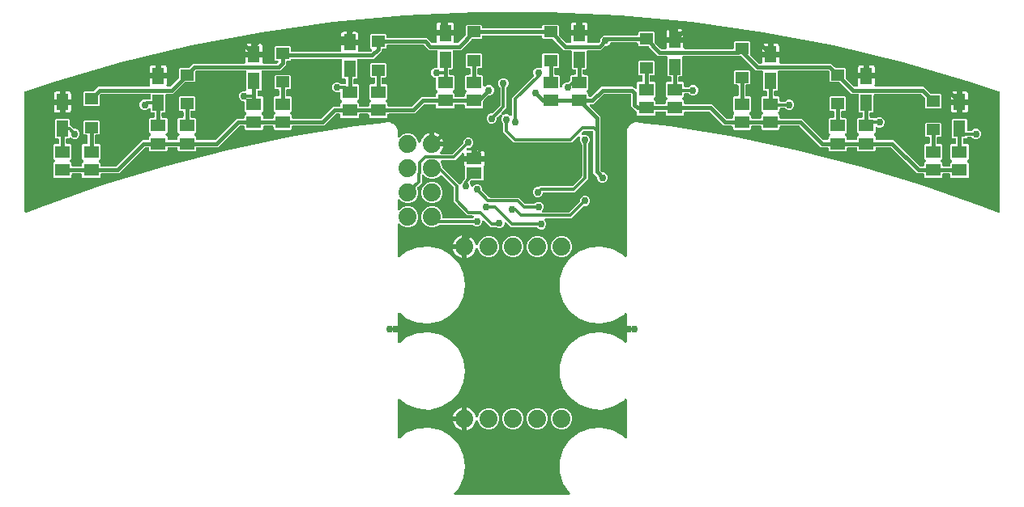
<source format=gbr>
G04 EAGLE Gerber RS-274X export*
G75*
%MOMM*%
%FSLAX34Y34*%
%LPD*%
%INBottom Copper*%
%IPPOS*%
%AMOC8*
5,1,8,0,0,1.08239X$1,22.5*%
G01*
%ADD10C,1.879600*%
%ADD11R,1.250000X1.700000*%
%ADD12R,1.600000X1.300000*%
%ADD13R,1.400000X1.200000*%
%ADD14R,1.600200X1.168400*%
%ADD15C,0.508000*%
%ADD16C,0.756400*%
%ADD17C,0.406400*%
%ADD18C,0.304800*%

G36*
X598976Y176D02*
X598976Y176D01*
X599108Y184D01*
X599149Y196D01*
X599191Y201D01*
X599315Y245D01*
X599442Y283D01*
X599479Y304D01*
X599519Y318D01*
X599630Y390D01*
X599745Y456D01*
X599776Y484D01*
X599811Y507D01*
X599904Y603D01*
X600001Y692D01*
X600024Y727D01*
X600054Y758D01*
X600122Y872D01*
X600196Y981D01*
X600211Y1021D01*
X600232Y1057D01*
X600273Y1183D01*
X600320Y1307D01*
X600326Y1349D01*
X600339Y1389D01*
X600349Y1521D01*
X600367Y1652D01*
X600363Y1694D01*
X600367Y1736D01*
X600347Y1867D01*
X600335Y1999D01*
X600321Y2039D01*
X600315Y2081D01*
X600266Y2204D01*
X600224Y2330D01*
X600198Y2375D01*
X600186Y2405D01*
X600158Y2445D01*
X600103Y2542D01*
X593399Y12374D01*
X589830Y23945D01*
X589830Y36055D01*
X593399Y47626D01*
X600221Y57631D01*
X609688Y65181D01*
X620960Y69605D01*
X633036Y70510D01*
X644841Y67815D01*
X655328Y61761D01*
X657199Y59744D01*
X657297Y59661D01*
X657390Y59571D01*
X657429Y59547D01*
X657464Y59518D01*
X657578Y59458D01*
X657689Y59392D01*
X657732Y59378D01*
X657773Y59357D01*
X657898Y59325D01*
X658021Y59286D01*
X658067Y59282D01*
X658111Y59271D01*
X658240Y59268D01*
X658368Y59258D01*
X658414Y59265D01*
X658460Y59264D01*
X658585Y59291D01*
X658713Y59310D01*
X658756Y59327D01*
X658800Y59336D01*
X658917Y59391D01*
X659037Y59438D01*
X659074Y59465D01*
X659116Y59484D01*
X659217Y59564D01*
X659323Y59637D01*
X659354Y59671D01*
X659390Y59700D01*
X659470Y59801D01*
X659556Y59896D01*
X659579Y59936D01*
X659607Y59972D01*
X659663Y60088D01*
X659725Y60201D01*
X659737Y60245D01*
X659757Y60287D01*
X659785Y60412D01*
X659820Y60537D01*
X659824Y60594D01*
X659832Y60627D01*
X659831Y60676D01*
X659839Y60780D01*
X659839Y99220D01*
X659825Y99348D01*
X659818Y99476D01*
X659805Y99520D01*
X659799Y99566D01*
X659756Y99687D01*
X659720Y99811D01*
X659697Y99851D01*
X659682Y99894D01*
X659612Y100002D01*
X659549Y100114D01*
X659518Y100148D01*
X659493Y100187D01*
X659400Y100276D01*
X659313Y100371D01*
X659275Y100397D01*
X659242Y100429D01*
X659132Y100495D01*
X659025Y100568D01*
X658982Y100584D01*
X658943Y100608D01*
X658821Y100647D01*
X658700Y100694D01*
X658655Y100700D01*
X658611Y100714D01*
X658483Y100724D01*
X658355Y100742D01*
X658310Y100738D01*
X658264Y100742D01*
X658136Y100723D01*
X658008Y100712D01*
X657965Y100697D01*
X657919Y100690D01*
X657799Y100643D01*
X657677Y100603D01*
X657638Y100579D01*
X657595Y100562D01*
X657490Y100488D01*
X657380Y100421D01*
X657337Y100382D01*
X657309Y100363D01*
X657277Y100327D01*
X657199Y100256D01*
X655328Y98239D01*
X644841Y92185D01*
X633036Y89490D01*
X620960Y90395D01*
X609688Y94819D01*
X600221Y102369D01*
X593399Y112374D01*
X589830Y123945D01*
X589830Y136055D01*
X593399Y147626D01*
X600221Y157631D01*
X609688Y165181D01*
X620960Y169605D01*
X633036Y170510D01*
X644841Y167815D01*
X655328Y161761D01*
X657199Y159744D01*
X657297Y159661D01*
X657390Y159571D01*
X657429Y159547D01*
X657464Y159518D01*
X657578Y159458D01*
X657689Y159392D01*
X657732Y159378D01*
X657773Y159357D01*
X657898Y159325D01*
X658021Y159286D01*
X658067Y159282D01*
X658111Y159271D01*
X658240Y159268D01*
X658368Y159258D01*
X658414Y159265D01*
X658460Y159264D01*
X658585Y159291D01*
X658713Y159310D01*
X658756Y159327D01*
X658800Y159336D01*
X658917Y159391D01*
X659037Y159438D01*
X659074Y159465D01*
X659116Y159484D01*
X659217Y159564D01*
X659323Y159637D01*
X659354Y159671D01*
X659390Y159700D01*
X659470Y159801D01*
X659556Y159896D01*
X659579Y159936D01*
X659607Y159972D01*
X659663Y160088D01*
X659725Y160201D01*
X659737Y160245D01*
X659757Y160287D01*
X659785Y160412D01*
X659820Y160537D01*
X659824Y160594D01*
X659832Y160627D01*
X659831Y160676D01*
X659839Y160780D01*
X659839Y189220D01*
X659825Y189348D01*
X659818Y189476D01*
X659805Y189520D01*
X659799Y189566D01*
X659756Y189687D01*
X659720Y189811D01*
X659697Y189851D01*
X659682Y189894D01*
X659612Y190002D01*
X659549Y190114D01*
X659518Y190148D01*
X659493Y190187D01*
X659400Y190276D01*
X659313Y190371D01*
X659275Y190397D01*
X659242Y190429D01*
X659132Y190495D01*
X659025Y190568D01*
X658982Y190584D01*
X658943Y190608D01*
X658821Y190647D01*
X658700Y190694D01*
X658655Y190700D01*
X658611Y190714D01*
X658483Y190724D01*
X658355Y190742D01*
X658310Y190738D01*
X658264Y190742D01*
X658136Y190723D01*
X658008Y190712D01*
X657965Y190697D01*
X657919Y190690D01*
X657799Y190643D01*
X657677Y190603D01*
X657638Y190579D01*
X657595Y190562D01*
X657490Y190488D01*
X657380Y190421D01*
X657337Y190382D01*
X657309Y190363D01*
X657277Y190327D01*
X657199Y190256D01*
X655328Y188239D01*
X644841Y182185D01*
X633036Y179490D01*
X620960Y180395D01*
X609688Y184819D01*
X600221Y192369D01*
X593399Y202374D01*
X589830Y213945D01*
X589830Y226055D01*
X593399Y237626D01*
X600221Y247631D01*
X609688Y255181D01*
X620960Y259605D01*
X633036Y260510D01*
X644841Y257815D01*
X655328Y251761D01*
X657199Y249744D01*
X657297Y249661D01*
X657390Y249571D01*
X657429Y249547D01*
X657464Y249518D01*
X657578Y249458D01*
X657689Y249392D01*
X657732Y249378D01*
X657773Y249357D01*
X657898Y249325D01*
X658021Y249286D01*
X658067Y249282D01*
X658111Y249271D01*
X658240Y249268D01*
X658368Y249258D01*
X658414Y249265D01*
X658460Y249264D01*
X658585Y249291D01*
X658713Y249310D01*
X658756Y249327D01*
X658800Y249336D01*
X658917Y249391D01*
X659037Y249438D01*
X659074Y249465D01*
X659116Y249484D01*
X659217Y249564D01*
X659323Y249637D01*
X659354Y249671D01*
X659390Y249700D01*
X659470Y249801D01*
X659556Y249896D01*
X659579Y249936D01*
X659607Y249972D01*
X659662Y250088D01*
X659725Y250201D01*
X659737Y250245D01*
X659757Y250287D01*
X659785Y250412D01*
X659820Y250537D01*
X659824Y250594D01*
X659832Y250627D01*
X659831Y250676D01*
X659839Y250780D01*
X659839Y378402D01*
X659830Y378486D01*
X659830Y378571D01*
X659805Y378699D01*
X659799Y378748D01*
X659791Y378772D01*
X659783Y378811D01*
X659670Y379219D01*
X659828Y380523D01*
X659828Y380573D01*
X659839Y380707D01*
X659839Y382021D01*
X660001Y382412D01*
X660024Y382493D01*
X660057Y382572D01*
X660083Y382699D01*
X660097Y382747D01*
X660098Y382773D01*
X660106Y382811D01*
X660157Y383232D01*
X660803Y384376D01*
X660822Y384422D01*
X660883Y384542D01*
X661386Y385756D01*
X661685Y386055D01*
X661738Y386121D01*
X661798Y386181D01*
X661871Y386289D01*
X661902Y386328D01*
X661913Y386351D01*
X661935Y386384D01*
X662143Y386752D01*
X663178Y387563D01*
X663213Y387597D01*
X663315Y387685D01*
X664244Y388614D01*
X664635Y388776D01*
X664710Y388817D01*
X664788Y388849D01*
X664896Y388921D01*
X664940Y388945D01*
X664959Y388962D01*
X664992Y388984D01*
X665325Y389245D01*
X666591Y389598D01*
X666637Y389617D01*
X666765Y389658D01*
X667979Y390161D01*
X668402Y390161D01*
X668486Y390170D01*
X668571Y390170D01*
X668699Y390195D01*
X668748Y390201D01*
X668772Y390209D01*
X668811Y390217D01*
X669219Y390330D01*
X670523Y390172D01*
X670573Y390172D01*
X670707Y390161D01*
X672021Y390161D01*
X672412Y389999D01*
X672494Y389975D01*
X672572Y389943D01*
X672699Y389917D01*
X672747Y389903D01*
X672773Y389902D01*
X672811Y389894D01*
X704850Y386002D01*
X771682Y374924D01*
X837970Y360959D01*
X903592Y344133D01*
X968421Y324478D01*
X1032338Y302031D01*
X1047749Y295855D01*
X1047886Y295818D01*
X1048021Y295775D01*
X1048054Y295772D01*
X1048086Y295763D01*
X1048227Y295758D01*
X1048368Y295747D01*
X1048401Y295752D01*
X1048434Y295750D01*
X1048573Y295777D01*
X1048713Y295798D01*
X1048744Y295811D01*
X1048776Y295817D01*
X1048905Y295875D01*
X1049037Y295927D01*
X1049064Y295946D01*
X1049094Y295959D01*
X1049207Y296045D01*
X1049323Y296126D01*
X1049345Y296150D01*
X1049371Y296171D01*
X1049462Y296280D01*
X1049556Y296385D01*
X1049572Y296414D01*
X1049593Y296439D01*
X1049656Y296565D01*
X1049725Y296690D01*
X1049734Y296722D01*
X1049749Y296751D01*
X1049781Y296889D01*
X1049820Y297025D01*
X1049823Y297065D01*
X1049829Y297090D01*
X1049829Y297140D01*
X1049839Y297269D01*
X1049839Y421548D01*
X1049824Y421680D01*
X1049816Y421812D01*
X1049804Y421852D01*
X1049799Y421894D01*
X1049755Y422019D01*
X1049717Y422146D01*
X1049696Y422183D01*
X1049682Y422222D01*
X1049610Y422334D01*
X1049544Y422449D01*
X1049516Y422480D01*
X1049493Y422515D01*
X1049397Y422607D01*
X1049307Y422705D01*
X1049272Y422728D01*
X1049242Y422757D01*
X1049128Y422825D01*
X1049018Y422900D01*
X1048970Y422920D01*
X1048943Y422936D01*
X1048896Y422951D01*
X1048793Y422994D01*
X1021026Y432139D01*
X1021006Y432144D01*
X1020975Y432155D01*
X948865Y453111D01*
X948838Y453115D01*
X948795Y453129D01*
X875778Y470663D01*
X875750Y470667D01*
X875708Y470678D01*
X801945Y484753D01*
X801918Y484755D01*
X801875Y484765D01*
X727531Y495348D01*
X727503Y495349D01*
X727460Y495356D01*
X652700Y502425D01*
X652672Y502424D01*
X652628Y502430D01*
X577618Y505968D01*
X577591Y505966D01*
X577547Y505970D01*
X502453Y505970D01*
X502426Y505967D01*
X502382Y505968D01*
X427372Y502430D01*
X427345Y502426D01*
X427300Y502425D01*
X352540Y495356D01*
X352513Y495351D01*
X352469Y495348D01*
X278125Y484765D01*
X278099Y484758D01*
X278055Y484753D01*
X204292Y470678D01*
X204266Y470670D01*
X204222Y470663D01*
X131205Y453129D01*
X131179Y453119D01*
X131135Y453111D01*
X59025Y432155D01*
X59006Y432147D01*
X58974Y432139D01*
X31207Y422994D01*
X31087Y422939D01*
X30963Y422890D01*
X30929Y422866D01*
X30891Y422848D01*
X30786Y422766D01*
X30677Y422691D01*
X30649Y422660D01*
X30616Y422634D01*
X30533Y422530D01*
X30444Y422432D01*
X30423Y422395D01*
X30397Y422363D01*
X30340Y422243D01*
X30275Y422127D01*
X30264Y422087D01*
X30246Y422049D01*
X30217Y421919D01*
X30180Y421791D01*
X30176Y421740D01*
X30169Y421709D01*
X30170Y421659D01*
X30161Y421548D01*
X30161Y297265D01*
X30177Y297125D01*
X30187Y296984D01*
X30197Y296952D01*
X30201Y296919D01*
X30248Y296786D01*
X30290Y296651D01*
X30307Y296622D01*
X30318Y296591D01*
X30395Y296472D01*
X30466Y296350D01*
X30489Y296326D01*
X30507Y296298D01*
X30609Y296200D01*
X30706Y296097D01*
X30734Y296079D01*
X30758Y296056D01*
X30879Y295983D01*
X30997Y295906D01*
X31028Y295894D01*
X31057Y295877D01*
X31192Y295834D01*
X31324Y295785D01*
X31357Y295781D01*
X31389Y295771D01*
X31530Y295760D01*
X31670Y295742D01*
X31703Y295746D01*
X31736Y295743D01*
X31876Y295764D01*
X32017Y295779D01*
X32055Y295791D01*
X32081Y295795D01*
X32127Y295813D01*
X32250Y295851D01*
X47666Y302025D01*
X111584Y324464D01*
X176413Y344115D01*
X242034Y360941D01*
X308320Y374910D01*
X375150Y385995D01*
X407188Y389894D01*
X407270Y389913D01*
X407354Y389923D01*
X407478Y389963D01*
X407527Y389975D01*
X407549Y389986D01*
X407587Y389998D01*
X407979Y390161D01*
X409292Y390161D01*
X409341Y390166D01*
X409476Y390172D01*
X410779Y390330D01*
X411188Y390217D01*
X411271Y390203D01*
X411353Y390180D01*
X411483Y390170D01*
X411532Y390162D01*
X411557Y390164D01*
X411597Y390161D01*
X412021Y390161D01*
X413234Y389658D01*
X413281Y389645D01*
X413408Y389598D01*
X414673Y389246D01*
X415007Y388984D01*
X415079Y388940D01*
X415146Y388888D01*
X415262Y388828D01*
X415304Y388802D01*
X415328Y388794D01*
X415364Y388776D01*
X415756Y388614D01*
X416684Y387686D01*
X416723Y387655D01*
X416822Y387563D01*
X417856Y386754D01*
X418064Y386384D01*
X418114Y386316D01*
X418155Y386242D01*
X418240Y386143D01*
X418269Y386102D01*
X418288Y386086D01*
X418314Y386056D01*
X418614Y385756D01*
X419116Y384543D01*
X419140Y384499D01*
X419197Y384377D01*
X419842Y383234D01*
X419893Y382812D01*
X419913Y382730D01*
X419923Y382646D01*
X419963Y382522D01*
X419975Y382473D01*
X419986Y382451D01*
X419998Y382413D01*
X420161Y382021D01*
X420161Y380708D01*
X420166Y380659D01*
X420172Y380524D01*
X420330Y379221D01*
X420217Y378812D01*
X420203Y378729D01*
X420180Y378647D01*
X420170Y378517D01*
X420162Y378468D01*
X420164Y378443D01*
X420161Y378403D01*
X420161Y375933D01*
X420172Y375833D01*
X420174Y375733D01*
X420192Y375661D01*
X420201Y375587D01*
X420234Y375493D01*
X420259Y375395D01*
X420293Y375329D01*
X420318Y375259D01*
X420373Y375175D01*
X420419Y375085D01*
X420467Y375029D01*
X420507Y374966D01*
X420579Y374896D01*
X420644Y374820D01*
X420704Y374776D01*
X420758Y374724D01*
X420844Y374672D01*
X420925Y374613D01*
X420993Y374583D01*
X421057Y374545D01*
X421153Y374514D01*
X421245Y374475D01*
X421318Y374462D01*
X421389Y374439D01*
X421489Y374431D01*
X421588Y374413D01*
X421662Y374417D01*
X421736Y374411D01*
X421836Y374426D01*
X421936Y374431D01*
X422007Y374452D01*
X422081Y374463D01*
X422174Y374500D01*
X422271Y374527D01*
X422336Y374564D01*
X422405Y374591D01*
X422487Y374649D01*
X422575Y374698D01*
X422651Y374763D01*
X422691Y374790D01*
X422715Y374817D01*
X422761Y374856D01*
X424617Y376712D01*
X428631Y378375D01*
X432977Y378375D01*
X436991Y376712D01*
X440064Y373639D01*
X441637Y369840D01*
X441689Y369748D01*
X441731Y369652D01*
X441773Y369596D01*
X441807Y369535D01*
X441878Y369458D01*
X441941Y369373D01*
X441994Y369329D01*
X442041Y369277D01*
X442128Y369217D01*
X442208Y369150D01*
X442270Y369119D01*
X442328Y369079D01*
X442426Y369041D01*
X442520Y368993D01*
X442587Y368977D01*
X442652Y368951D01*
X442756Y368936D01*
X442858Y368911D01*
X442928Y368911D01*
X442997Y368901D01*
X443102Y368909D01*
X443207Y368908D01*
X443275Y368924D01*
X443344Y368929D01*
X443444Y368962D01*
X443547Y368985D01*
X443610Y369015D01*
X443676Y369037D01*
X443766Y369091D01*
X443861Y369137D01*
X443915Y369180D01*
X443974Y369216D01*
X444050Y369290D01*
X444132Y369356D01*
X444174Y369411D01*
X444224Y369459D01*
X444281Y369548D01*
X444346Y369631D01*
X444375Y369694D01*
X444412Y369752D01*
X444448Y369852D01*
X444492Y369947D01*
X444513Y370037D01*
X444529Y370081D01*
X444533Y370119D01*
X444549Y370185D01*
X444559Y370248D01*
X445140Y372035D01*
X445993Y373709D01*
X447098Y375230D01*
X448426Y376558D01*
X449947Y377663D01*
X451621Y378516D01*
X453408Y379097D01*
X453665Y379137D01*
X453665Y368468D01*
X453668Y368442D01*
X453666Y368416D01*
X453688Y368269D01*
X453705Y368122D01*
X453713Y368097D01*
X453717Y368071D01*
X453772Y367934D01*
X453822Y367794D01*
X453836Y367772D01*
X453846Y367747D01*
X453931Y367626D01*
X454011Y367501D01*
X454030Y367483D01*
X454045Y367461D01*
X454155Y367362D01*
X454262Y367259D01*
X454284Y367245D01*
X454304Y367228D01*
X454434Y367156D01*
X454561Y367080D01*
X454586Y367072D01*
X454609Y367059D01*
X454752Y367019D01*
X454893Y366974D01*
X454919Y366972D01*
X454944Y366965D01*
X455188Y366945D01*
X455697Y366945D01*
X455697Y366436D01*
X455700Y366410D01*
X455698Y366384D01*
X455720Y366237D01*
X455737Y366090D01*
X455746Y366065D01*
X455750Y366039D01*
X455804Y365901D01*
X455854Y365762D01*
X455869Y365740D01*
X455878Y365715D01*
X455963Y365594D01*
X456043Y365469D01*
X456062Y365451D01*
X456077Y365429D01*
X456187Y365330D01*
X456294Y365227D01*
X456317Y365213D01*
X456336Y365196D01*
X456466Y365124D01*
X456593Y365048D01*
X456618Y365040D01*
X456641Y365027D01*
X456784Y364987D01*
X456925Y364942D01*
X456951Y364939D01*
X456976Y364932D01*
X457220Y364913D01*
X467889Y364913D01*
X467849Y364656D01*
X467268Y362869D01*
X466415Y361195D01*
X465311Y359675D01*
X465021Y359385D01*
X464959Y359306D01*
X464889Y359234D01*
X464851Y359170D01*
X464804Y359112D01*
X464761Y359021D01*
X464710Y358935D01*
X464687Y358864D01*
X464655Y358797D01*
X464634Y358699D01*
X464604Y358603D01*
X464598Y358529D01*
X464582Y358456D01*
X464584Y358356D01*
X464576Y358256D01*
X464587Y358182D01*
X464588Y358108D01*
X464613Y358010D01*
X464627Y357911D01*
X464655Y357842D01*
X464673Y357770D01*
X464719Y357681D01*
X464756Y357587D01*
X464799Y357526D01*
X464833Y357460D01*
X464898Y357384D01*
X464955Y357301D01*
X465010Y357251D01*
X465058Y357195D01*
X465139Y357135D01*
X465214Y357068D01*
X465279Y357032D01*
X465339Y356987D01*
X465431Y356948D01*
X465519Y356899D01*
X465590Y356879D01*
X465659Y356849D01*
X465758Y356832D01*
X465854Y356804D01*
X465955Y356796D01*
X466002Y356788D01*
X466037Y356790D01*
X466098Y356785D01*
X477018Y356785D01*
X477144Y356799D01*
X477270Y356806D01*
X477316Y356819D01*
X477364Y356825D01*
X477483Y356867D01*
X477605Y356902D01*
X477647Y356926D01*
X477693Y356942D01*
X477799Y357011D01*
X477909Y357072D01*
X477955Y357112D01*
X477985Y357131D01*
X478019Y357166D01*
X478095Y357231D01*
X488399Y367535D01*
X488478Y367634D01*
X488562Y367728D01*
X488586Y367770D01*
X488616Y367808D01*
X488670Y367922D01*
X488731Y368033D01*
X488744Y368079D01*
X488765Y368123D01*
X488791Y368246D01*
X488826Y368368D01*
X488831Y368429D01*
X488838Y368464D01*
X488837Y368511D01*
X488845Y368612D01*
X488845Y370032D01*
X489653Y371982D01*
X491146Y373475D01*
X493096Y374283D01*
X495208Y374283D01*
X497158Y373475D01*
X498651Y371982D01*
X499459Y370032D01*
X499459Y367920D01*
X498651Y365970D01*
X497158Y364477D01*
X495208Y363669D01*
X493788Y363669D01*
X493663Y363655D01*
X493537Y363648D01*
X493490Y363635D01*
X493442Y363629D01*
X493323Y363587D01*
X493202Y363552D01*
X493159Y363528D01*
X493113Y363512D01*
X493007Y363443D01*
X492898Y363382D01*
X492851Y363342D01*
X492821Y363323D01*
X492795Y363297D01*
X492793Y363295D01*
X492782Y363284D01*
X492711Y363224D01*
X492683Y363196D01*
X492621Y363117D01*
X492550Y363044D01*
X492512Y362981D01*
X492466Y362923D01*
X492423Y362832D01*
X492372Y362745D01*
X492349Y362675D01*
X492317Y362608D01*
X492296Y362509D01*
X492265Y362413D01*
X492259Y362339D01*
X492244Y362267D01*
X492245Y362166D01*
X492237Y362066D01*
X492248Y361993D01*
X492250Y361919D01*
X492274Y361821D01*
X492289Y361721D01*
X492316Y361652D01*
X492334Y361581D01*
X492381Y361491D01*
X492418Y361397D01*
X492460Y361336D01*
X492494Y361271D01*
X492559Y361194D01*
X492617Y361111D01*
X492672Y361062D01*
X492720Y361005D01*
X492801Y360945D01*
X492876Y360878D01*
X492940Y360842D01*
X493000Y360798D01*
X493092Y360758D01*
X493181Y360709D01*
X493252Y360689D01*
X493320Y360660D01*
X493419Y360642D01*
X493516Y360614D01*
X493615Y360606D01*
X493663Y360598D01*
X493699Y360600D01*
X493760Y360595D01*
X497328Y360595D01*
X497328Y355132D01*
X489706Y355132D01*
X489706Y356541D01*
X489695Y356641D01*
X489693Y356741D01*
X489675Y356814D01*
X489666Y356887D01*
X489633Y356982D01*
X489608Y357079D01*
X489574Y357146D01*
X489549Y357216D01*
X489494Y357300D01*
X489448Y357389D01*
X489400Y357446D01*
X489360Y357508D01*
X489288Y357578D01*
X489223Y357655D01*
X489163Y357699D01*
X489109Y357751D01*
X489023Y357802D01*
X488942Y357862D01*
X488874Y357891D01*
X488810Y357929D01*
X488714Y357960D01*
X488622Y358000D01*
X488549Y358013D01*
X488478Y358036D01*
X488378Y358044D01*
X488279Y358061D01*
X488205Y358058D01*
X488131Y358064D01*
X488032Y358049D01*
X487931Y358044D01*
X487860Y358023D01*
X487786Y358012D01*
X487693Y357975D01*
X487596Y357947D01*
X487531Y357911D01*
X487462Y357883D01*
X487380Y357826D01*
X487292Y357777D01*
X487216Y357712D01*
X487176Y357684D01*
X487152Y357658D01*
X487106Y357618D01*
X480175Y350687D01*
X466693Y350687D01*
X466593Y350676D01*
X466493Y350674D01*
X466421Y350656D01*
X466347Y350647D01*
X466252Y350613D01*
X466155Y350589D01*
X466089Y350555D01*
X466019Y350530D01*
X465934Y350475D01*
X465845Y350429D01*
X465788Y350381D01*
X465726Y350341D01*
X465656Y350269D01*
X465580Y350203D01*
X465535Y350144D01*
X465484Y350090D01*
X465432Y350004D01*
X465373Y349923D01*
X465343Y349855D01*
X465305Y349791D01*
X465274Y349695D01*
X465235Y349603D01*
X465221Y349530D01*
X465199Y349459D01*
X465191Y349359D01*
X465173Y349260D01*
X465177Y349186D01*
X465171Y349112D01*
X465186Y349012D01*
X465191Y348912D01*
X465212Y348841D01*
X465223Y348767D01*
X465260Y348674D01*
X465288Y348577D01*
X465324Y348512D01*
X465351Y348443D01*
X465409Y348361D01*
X465427Y348328D01*
X467127Y344225D01*
X467127Y343032D01*
X467141Y342906D01*
X467148Y342780D01*
X467161Y342734D01*
X467167Y342686D01*
X467209Y342567D01*
X467244Y342445D01*
X467268Y342403D01*
X467284Y342357D01*
X467353Y342251D01*
X467414Y342141D01*
X467454Y342095D01*
X467473Y342065D01*
X467508Y342031D01*
X467573Y341955D01*
X484015Y325513D01*
X484133Y325419D01*
X484248Y325322D01*
X484269Y325311D01*
X484288Y325296D01*
X484424Y325232D01*
X484558Y325163D01*
X484581Y325157D01*
X484603Y325147D01*
X484750Y325115D01*
X484896Y325079D01*
X484920Y325079D01*
X484944Y325074D01*
X485094Y325076D01*
X485245Y325074D01*
X485268Y325079D01*
X485292Y325080D01*
X485438Y325116D01*
X485585Y325148D01*
X485607Y325159D01*
X485630Y325165D01*
X485764Y325234D01*
X485900Y325298D01*
X485919Y325313D01*
X485940Y325324D01*
X486055Y325422D01*
X486172Y325515D01*
X486187Y325534D01*
X486206Y325550D01*
X486295Y325671D01*
X486388Y325789D01*
X486401Y325815D01*
X486413Y325830D01*
X486431Y325874D01*
X486499Y326007D01*
X486605Y326262D01*
X487609Y327266D01*
X487688Y327365D01*
X487772Y327459D01*
X487796Y327501D01*
X487826Y327539D01*
X487880Y327653D01*
X487941Y327764D01*
X487954Y327810D01*
X487975Y327854D01*
X488001Y327977D01*
X488036Y328099D01*
X488041Y328160D01*
X488048Y328195D01*
X488047Y328243D01*
X488055Y328343D01*
X488055Y329091D01*
X490276Y331312D01*
X490355Y331411D01*
X490439Y331505D01*
X490463Y331547D01*
X490493Y331585D01*
X490547Y331699D01*
X490608Y331810D01*
X490621Y331856D01*
X490642Y331900D01*
X490668Y332023D01*
X490703Y332145D01*
X490708Y332206D01*
X490715Y332241D01*
X490714Y332289D01*
X490722Y332389D01*
X490722Y343671D01*
X490708Y343796D01*
X490701Y343922D01*
X490688Y343969D01*
X490682Y344017D01*
X490640Y344136D01*
X490605Y344257D01*
X490581Y344299D01*
X490565Y344345D01*
X490496Y344451D01*
X490435Y344561D01*
X490395Y344608D01*
X490376Y344638D01*
X490341Y344671D01*
X490276Y344748D01*
X490214Y344810D01*
X489879Y345389D01*
X489706Y346035D01*
X489706Y349292D01*
X498851Y349292D01*
X498877Y349295D01*
X498903Y349293D01*
X499050Y349315D01*
X499197Y349332D01*
X499222Y349340D01*
X499248Y349344D01*
X499385Y349399D01*
X499525Y349449D01*
X499547Y349463D01*
X499572Y349473D01*
X499693Y349558D01*
X499818Y349638D01*
X499836Y349657D01*
X499858Y349672D01*
X499957Y349782D01*
X500060Y349889D01*
X500074Y349911D01*
X500091Y349931D01*
X500163Y350061D01*
X500239Y350188D01*
X500247Y350213D01*
X500251Y350220D01*
X500279Y350141D01*
X500294Y350119D01*
X500303Y350094D01*
X500388Y349973D01*
X500468Y349848D01*
X500487Y349830D01*
X500502Y349808D01*
X500612Y349709D01*
X500719Y349606D01*
X500742Y349592D01*
X500761Y349575D01*
X500891Y349503D01*
X501018Y349427D01*
X501043Y349419D01*
X501066Y349406D01*
X501209Y349366D01*
X501350Y349321D01*
X501376Y349318D01*
X501401Y349311D01*
X501645Y349292D01*
X510790Y349292D01*
X510790Y346035D01*
X510617Y345389D01*
X510282Y344810D01*
X510220Y344748D01*
X510141Y344649D01*
X510057Y344555D01*
X510033Y344513D01*
X510003Y344475D01*
X509949Y344360D01*
X509888Y344250D01*
X509875Y344203D01*
X509854Y344160D01*
X509828Y344036D01*
X509793Y343914D01*
X509788Y343854D01*
X509781Y343819D01*
X509782Y343771D01*
X509774Y343671D01*
X509774Y330498D01*
X508881Y329605D01*
X497824Y329605D01*
X497699Y329591D01*
X497572Y329584D01*
X497525Y329571D01*
X497478Y329565D01*
X497359Y329523D01*
X497237Y329488D01*
X497195Y329464D01*
X497149Y329448D01*
X497043Y329379D01*
X496933Y329318D01*
X496887Y329278D01*
X496857Y329259D01*
X496823Y329224D01*
X496747Y329159D01*
X495803Y328216D01*
X495786Y328194D01*
X495766Y328177D01*
X495679Y328059D01*
X495587Y327943D01*
X495575Y327918D01*
X495559Y327896D01*
X495501Y327761D01*
X495438Y327628D01*
X495432Y327601D01*
X495421Y327576D01*
X495395Y327431D01*
X495364Y327287D01*
X495365Y327260D01*
X495360Y327233D01*
X495368Y327086D01*
X495370Y326939D01*
X495377Y326912D01*
X495378Y326885D01*
X495419Y326744D01*
X495455Y326601D01*
X495468Y326576D01*
X495475Y326550D01*
X495506Y326496D01*
X496440Y324241D01*
X496442Y324233D01*
X496451Y324159D01*
X496484Y324064D01*
X496509Y323967D01*
X496543Y323901D01*
X496568Y323831D01*
X496623Y323746D01*
X496669Y323657D01*
X496717Y323600D01*
X496757Y323538D01*
X496829Y323468D01*
X496894Y323392D01*
X496954Y323347D01*
X497008Y323296D01*
X497094Y323244D01*
X497175Y323184D01*
X497243Y323155D01*
X497307Y323117D01*
X497403Y323086D01*
X497495Y323046D01*
X497568Y323033D01*
X497639Y323011D01*
X497739Y323003D01*
X497838Y322985D01*
X497912Y322989D01*
X497986Y322983D01*
X498086Y322998D01*
X498186Y323003D01*
X498257Y323023D01*
X498331Y323034D01*
X498424Y323071D01*
X498521Y323099D01*
X498586Y323136D01*
X498655Y323163D01*
X498737Y323220D01*
X498825Y323269D01*
X498901Y323335D01*
X498941Y323362D01*
X498965Y323388D01*
X499011Y323428D01*
X500290Y324707D01*
X502240Y325515D01*
X504352Y325515D01*
X506302Y324707D01*
X507795Y323214D01*
X508603Y321264D01*
X508603Y319844D01*
X508617Y319718D01*
X508624Y319592D01*
X508637Y319546D01*
X508643Y319498D01*
X508685Y319379D01*
X508720Y319257D01*
X508744Y319215D01*
X508760Y319169D01*
X508829Y319063D01*
X508890Y318953D01*
X508930Y318907D01*
X508949Y318877D01*
X508984Y318843D01*
X509049Y318767D01*
X515571Y312245D01*
X515670Y312166D01*
X515764Y312082D01*
X515806Y312058D01*
X515844Y312028D01*
X515958Y311974D01*
X516069Y311913D01*
X516115Y311900D01*
X516159Y311879D01*
X516282Y311853D01*
X516404Y311818D01*
X516465Y311813D01*
X516500Y311806D01*
X516524Y311806D01*
X516820Y311511D01*
X516919Y311432D01*
X517013Y311348D01*
X517055Y311324D01*
X517093Y311294D01*
X517207Y311240D01*
X517318Y311179D01*
X517364Y311166D01*
X517408Y311145D01*
X517531Y311119D01*
X517653Y311084D01*
X517714Y311079D01*
X517749Y311072D01*
X517797Y311073D01*
X517897Y311065D01*
X547231Y311065D01*
X552881Y305415D01*
X552980Y305336D01*
X553074Y305252D01*
X553116Y305228D01*
X553154Y305198D01*
X553268Y305144D01*
X553379Y305083D01*
X553425Y305070D01*
X553469Y305049D01*
X553592Y305023D01*
X553714Y304988D01*
X553775Y304983D01*
X553810Y304976D01*
X553858Y304977D01*
X553958Y304969D01*
X562217Y304969D01*
X562343Y304983D01*
X562469Y304990D01*
X562515Y305003D01*
X562563Y305009D01*
X562682Y305051D01*
X562804Y305086D01*
X562846Y305110D01*
X562891Y305126D01*
X562997Y305195D01*
X563108Y305256D01*
X563154Y305296D01*
X563184Y305315D01*
X563218Y305350D01*
X563294Y305415D01*
X564298Y306419D01*
X566248Y307227D01*
X568360Y307227D01*
X570310Y306419D01*
X571803Y304926D01*
X572611Y302976D01*
X572611Y300864D01*
X571803Y298914D01*
X571314Y298425D01*
X571252Y298347D01*
X571182Y298274D01*
X571144Y298210D01*
X571097Y298152D01*
X571054Y298061D01*
X571003Y297975D01*
X570980Y297904D01*
X570948Y297837D01*
X570927Y297739D01*
X570897Y297643D01*
X570891Y297569D01*
X570875Y297496D01*
X570877Y297396D01*
X570869Y297296D01*
X570880Y297222D01*
X570881Y297148D01*
X570905Y297051D01*
X570920Y296951D01*
X570948Y296882D01*
X570966Y296810D01*
X571012Y296721D01*
X571049Y296627D01*
X571091Y296566D01*
X571126Y296500D01*
X571191Y296423D01*
X571248Y296341D01*
X571303Y296291D01*
X571351Y296235D01*
X571432Y296175D01*
X571507Y296108D01*
X571572Y296072D01*
X571632Y296027D01*
X571724Y295988D01*
X571812Y295939D01*
X571883Y295919D01*
X571952Y295889D01*
X572051Y295872D01*
X572147Y295844D01*
X572247Y295836D01*
X572295Y295828D01*
X572331Y295830D01*
X572391Y295825D01*
X598938Y295825D01*
X599064Y295839D01*
X599190Y295846D01*
X599236Y295859D01*
X599284Y295865D01*
X599403Y295907D01*
X599525Y295942D01*
X599567Y295966D01*
X599613Y295982D01*
X599719Y296051D01*
X599829Y296112D01*
X599875Y296152D01*
X599905Y296171D01*
X599939Y296206D01*
X600015Y296271D01*
X610319Y306575D01*
X610398Y306674D01*
X610482Y306768D01*
X610506Y306810D01*
X610536Y306848D01*
X610590Y306962D01*
X610651Y307073D01*
X610664Y307119D01*
X610685Y307163D01*
X610711Y307286D01*
X610746Y307408D01*
X610751Y307469D01*
X610758Y307504D01*
X610757Y307552D01*
X610765Y307652D01*
X610765Y309072D01*
X611573Y311022D01*
X613066Y312515D01*
X615016Y313323D01*
X617128Y313323D01*
X619078Y312515D01*
X620571Y311022D01*
X621379Y309072D01*
X621379Y306960D01*
X620571Y305010D01*
X619078Y303517D01*
X617128Y302709D01*
X615708Y302709D01*
X615582Y302695D01*
X615456Y302688D01*
X615410Y302675D01*
X615362Y302669D01*
X615243Y302627D01*
X615121Y302592D01*
X615079Y302568D01*
X615033Y302552D01*
X614927Y302483D01*
X614817Y302422D01*
X614771Y302382D01*
X614741Y302363D01*
X614707Y302328D01*
X614631Y302263D01*
X602095Y289727D01*
X575439Y289727D01*
X575339Y289716D01*
X575239Y289714D01*
X575167Y289696D01*
X575093Y289687D01*
X574998Y289654D01*
X574901Y289629D01*
X574835Y289595D01*
X574765Y289570D01*
X574680Y289515D01*
X574591Y289469D01*
X574534Y289421D01*
X574472Y289381D01*
X574402Y289309D01*
X574326Y289244D01*
X574281Y289184D01*
X574230Y289130D01*
X574178Y289044D01*
X574118Y288963D01*
X574089Y288895D01*
X574051Y288831D01*
X574020Y288736D01*
X573980Y288643D01*
X573967Y288570D01*
X573945Y288499D01*
X573937Y288399D01*
X573919Y288300D01*
X573923Y288226D01*
X573917Y288152D01*
X573932Y288053D01*
X573937Y287952D01*
X573957Y287881D01*
X573968Y287807D01*
X574006Y287714D01*
X574033Y287617D01*
X574070Y287552D01*
X574097Y287483D01*
X574154Y287401D01*
X574203Y287313D01*
X574269Y287237D01*
X574296Y287197D01*
X574323Y287173D01*
X574362Y287127D01*
X574851Y286638D01*
X575659Y284688D01*
X575659Y282576D01*
X574851Y280626D01*
X573358Y279133D01*
X571408Y278325D01*
X569296Y278325D01*
X567346Y279133D01*
X566342Y280137D01*
X566243Y280216D01*
X566149Y280300D01*
X566107Y280324D01*
X566069Y280354D01*
X565955Y280408D01*
X565844Y280469D01*
X565798Y280482D01*
X565754Y280503D01*
X565631Y280529D01*
X565509Y280564D01*
X565448Y280569D01*
X565413Y280576D01*
X565365Y280575D01*
X565265Y280583D01*
X538609Y280583D01*
X534321Y284872D01*
X534242Y284934D01*
X534170Y285004D01*
X534106Y285042D01*
X534048Y285088D01*
X533957Y285131D01*
X533871Y285183D01*
X533800Y285206D01*
X533733Y285237D01*
X533634Y285258D01*
X533539Y285289D01*
X533465Y285295D01*
X533392Y285311D01*
X533291Y285309D01*
X533191Y285317D01*
X533118Y285306D01*
X533043Y285305D01*
X532946Y285280D01*
X532847Y285265D01*
X532778Y285238D01*
X532705Y285220D01*
X532616Y285174D01*
X532523Y285137D01*
X532462Y285094D01*
X532396Y285060D01*
X532319Y284995D01*
X532237Y284938D01*
X532187Y284883D01*
X532130Y284834D01*
X532070Y284753D01*
X532003Y284679D01*
X531967Y284614D01*
X531923Y284554D01*
X531883Y284462D01*
X531835Y284374D01*
X531814Y284302D01*
X531785Y284234D01*
X531767Y284135D01*
X531740Y284038D01*
X531732Y283938D01*
X531723Y283891D01*
X531725Y283855D01*
X530912Y281892D01*
X529420Y280400D01*
X527469Y279592D01*
X525358Y279592D01*
X523589Y280324D01*
X523244Y280467D01*
X523242Y280468D01*
X523240Y280469D01*
X523073Y280516D01*
X522909Y280563D01*
X522907Y280563D01*
X522905Y280564D01*
X522661Y280583D01*
X517273Y280583D01*
X515041Y282815D01*
X510946Y286911D01*
X510867Y286973D01*
X510795Y287043D01*
X510731Y287081D01*
X510673Y287128D01*
X510582Y287170D01*
X510496Y287222D01*
X510425Y287245D01*
X510357Y287276D01*
X510259Y287298D01*
X510164Y287328D01*
X510089Y287334D01*
X510017Y287350D01*
X509916Y287348D01*
X509816Y287356D01*
X509743Y287345D01*
X509668Y287344D01*
X509571Y287319D01*
X509472Y287304D01*
X509402Y287277D01*
X509330Y287259D01*
X509241Y287213D01*
X509148Y287176D01*
X509087Y287133D01*
X509020Y287099D01*
X508944Y287034D01*
X508862Y286977D01*
X508812Y286922D01*
X508755Y286873D01*
X508695Y286793D01*
X508628Y286718D01*
X508592Y286653D01*
X508548Y286593D01*
X508508Y286501D01*
X508460Y286413D01*
X508439Y286341D01*
X508410Y286273D01*
X508392Y286174D01*
X508365Y286078D01*
X508357Y285978D01*
X508348Y285930D01*
X508350Y285894D01*
X508345Y285834D01*
X508345Y285367D01*
X507537Y283416D01*
X506045Y281924D01*
X504094Y281116D01*
X501983Y281116D01*
X500032Y281924D01*
X499028Y282928D01*
X498929Y283006D01*
X498836Y283091D01*
X498793Y283114D01*
X498755Y283144D01*
X498641Y283198D01*
X498531Y283259D01*
X498484Y283272D01*
X498440Y283293D01*
X498317Y283320D01*
X498195Y283354D01*
X498134Y283359D01*
X498100Y283366D01*
X498052Y283366D01*
X497951Y283374D01*
X464404Y283374D01*
X464278Y283359D01*
X464152Y283353D01*
X464106Y283339D01*
X464058Y283334D01*
X463939Y283291D01*
X463817Y283256D01*
X463775Y283233D01*
X463729Y283216D01*
X463623Y283148D01*
X463513Y283086D01*
X463467Y283047D01*
X463437Y283027D01*
X463403Y282993D01*
X463327Y282928D01*
X462391Y281992D01*
X458377Y280329D01*
X454031Y280329D01*
X450017Y281992D01*
X446944Y285065D01*
X445281Y289079D01*
X445281Y293425D01*
X446944Y297439D01*
X450017Y300512D01*
X454031Y302175D01*
X458377Y302175D01*
X462391Y300512D01*
X465464Y297439D01*
X467127Y293425D01*
X467127Y290994D01*
X467130Y290968D01*
X467128Y290942D01*
X467150Y290795D01*
X467167Y290648D01*
X467175Y290624D01*
X467179Y290598D01*
X467234Y290460D01*
X467284Y290320D01*
X467298Y290298D01*
X467308Y290274D01*
X467393Y290152D01*
X467473Y290027D01*
X467492Y290009D01*
X467507Y289988D01*
X467617Y289888D01*
X467724Y289785D01*
X467746Y289772D01*
X467766Y289754D01*
X467896Y289682D01*
X468023Y289606D01*
X468048Y289598D01*
X468071Y289586D01*
X468214Y289545D01*
X468355Y289500D01*
X468381Y289498D01*
X468406Y289491D01*
X468650Y289471D01*
X497951Y289471D01*
X498077Y289486D01*
X498203Y289492D01*
X498250Y289506D01*
X498298Y289511D01*
X498416Y289554D01*
X498538Y289589D01*
X498580Y289612D01*
X498626Y289629D01*
X498732Y289697D01*
X498842Y289759D01*
X498888Y289798D01*
X498918Y289818D01*
X498952Y289852D01*
X499028Y289917D01*
X499286Y290175D01*
X499348Y290253D01*
X499418Y290326D01*
X499456Y290390D01*
X499503Y290448D01*
X499546Y290539D01*
X499597Y290625D01*
X499620Y290696D01*
X499652Y290763D01*
X499673Y290861D01*
X499703Y290957D01*
X499709Y291031D01*
X499725Y291104D01*
X499723Y291204D01*
X499731Y291304D01*
X499720Y291378D01*
X499719Y291452D01*
X499695Y291550D01*
X499680Y291649D01*
X499652Y291718D01*
X499634Y291790D01*
X499588Y291879D01*
X499551Y291973D01*
X499509Y292034D01*
X499474Y292100D01*
X499409Y292177D01*
X499352Y292259D01*
X499297Y292309D01*
X499249Y292365D01*
X499168Y292425D01*
X499093Y292492D01*
X499028Y292528D01*
X498968Y292572D01*
X498876Y292612D01*
X498788Y292661D01*
X498716Y292681D01*
X498648Y292711D01*
X498550Y292728D01*
X498453Y292756D01*
X498353Y292764D01*
X498305Y292772D01*
X498270Y292770D01*
X498209Y292775D01*
X492889Y292775D01*
X478911Y306753D01*
X478911Y321362D01*
X478897Y321488D01*
X478890Y321614D01*
X478877Y321660D01*
X478871Y321708D01*
X478829Y321827D01*
X478794Y321949D01*
X478770Y321991D01*
X478754Y322037D01*
X478685Y322143D01*
X478624Y322253D01*
X478584Y322299D01*
X478565Y322329D01*
X478530Y322363D01*
X478465Y322439D01*
X466329Y334576D01*
X466308Y334592D01*
X466291Y334612D01*
X466172Y334700D01*
X466056Y334792D01*
X466032Y334803D01*
X466011Y334819D01*
X465875Y334878D01*
X465741Y334941D01*
X465715Y334947D01*
X465691Y334957D01*
X465545Y334983D01*
X465400Y335014D01*
X465374Y335014D01*
X465348Y335019D01*
X465199Y335011D01*
X465052Y335009D01*
X465026Y335002D01*
X465000Y335001D01*
X464857Y334960D01*
X464714Y334924D01*
X464690Y334912D01*
X464665Y334904D01*
X464536Y334832D01*
X464404Y334764D01*
X464384Y334747D01*
X464361Y334734D01*
X464175Y334576D01*
X462391Y332792D01*
X458377Y331129D01*
X454031Y331129D01*
X450017Y332792D01*
X447985Y334824D01*
X447907Y334886D01*
X447834Y334956D01*
X447770Y334994D01*
X447712Y335040D01*
X447621Y335083D01*
X447535Y335135D01*
X447464Y335158D01*
X447397Y335189D01*
X447299Y335211D01*
X447203Y335241D01*
X447129Y335247D01*
X447056Y335263D01*
X446956Y335261D01*
X446856Y335269D01*
X446782Y335258D01*
X446708Y335257D01*
X446611Y335232D01*
X446511Y335217D01*
X446442Y335190D01*
X446370Y335172D01*
X446281Y335126D01*
X446187Y335089D01*
X446126Y335046D01*
X446060Y335012D01*
X445984Y334947D01*
X445901Y334890D01*
X445851Y334835D01*
X445795Y334786D01*
X445735Y334706D01*
X445668Y334631D01*
X445632Y334566D01*
X445587Y334506D01*
X445548Y334414D01*
X445499Y334326D01*
X445479Y334254D01*
X445449Y334186D01*
X445432Y334087D01*
X445404Y333991D01*
X445396Y333891D01*
X445388Y333843D01*
X445390Y333807D01*
X445385Y333747D01*
X445385Y326921D01*
X443153Y324689D01*
X441146Y322683D01*
X441099Y322623D01*
X441044Y322570D01*
X440991Y322487D01*
X440930Y322410D01*
X440897Y322341D01*
X440856Y322276D01*
X440823Y322184D01*
X440781Y322095D01*
X440765Y322020D01*
X440739Y321948D01*
X440728Y321850D01*
X440708Y321754D01*
X440709Y321678D01*
X440700Y321602D01*
X440712Y321504D01*
X440713Y321406D01*
X440732Y321331D01*
X440741Y321256D01*
X440787Y321113D01*
X440798Y321068D01*
X440807Y321051D01*
X440816Y321023D01*
X441727Y318825D01*
X441727Y314479D01*
X440064Y310465D01*
X436991Y307392D01*
X432977Y305729D01*
X428631Y305729D01*
X424617Y307392D01*
X422761Y309248D01*
X422683Y309310D01*
X422610Y309380D01*
X422546Y309418D01*
X422488Y309464D01*
X422397Y309507D01*
X422311Y309559D01*
X422240Y309582D01*
X422173Y309613D01*
X422075Y309635D01*
X421979Y309665D01*
X421905Y309671D01*
X421832Y309687D01*
X421732Y309685D01*
X421632Y309693D01*
X421558Y309682D01*
X421484Y309681D01*
X421387Y309656D01*
X421287Y309641D01*
X421218Y309614D01*
X421146Y309596D01*
X421057Y309550D01*
X420963Y309513D01*
X420902Y309470D01*
X420836Y309436D01*
X420760Y309371D01*
X420677Y309314D01*
X420627Y309259D01*
X420571Y309210D01*
X420511Y309130D01*
X420444Y309055D01*
X420408Y308990D01*
X420363Y308930D01*
X420324Y308838D01*
X420275Y308750D01*
X420255Y308678D01*
X420225Y308610D01*
X420208Y308511D01*
X420180Y308415D01*
X420172Y308315D01*
X420164Y308267D01*
X420166Y308231D01*
X420161Y308171D01*
X420161Y299733D01*
X420172Y299633D01*
X420174Y299533D01*
X420192Y299461D01*
X420201Y299387D01*
X420234Y299293D01*
X420259Y299195D01*
X420293Y299129D01*
X420318Y299059D01*
X420373Y298975D01*
X420419Y298885D01*
X420467Y298829D01*
X420507Y298766D01*
X420579Y298696D01*
X420644Y298620D01*
X420704Y298576D01*
X420758Y298524D01*
X420844Y298472D01*
X420925Y298413D01*
X420993Y298383D01*
X421057Y298345D01*
X421153Y298314D01*
X421245Y298275D01*
X421318Y298262D01*
X421389Y298239D01*
X421489Y298231D01*
X421588Y298213D01*
X421662Y298217D01*
X421736Y298211D01*
X421836Y298226D01*
X421936Y298231D01*
X422007Y298252D01*
X422081Y298263D01*
X422174Y298300D01*
X422271Y298327D01*
X422336Y298364D01*
X422405Y298391D01*
X422487Y298449D01*
X422575Y298498D01*
X422651Y298563D01*
X422691Y298590D01*
X422715Y298617D01*
X422761Y298656D01*
X424617Y300512D01*
X428631Y302175D01*
X432977Y302175D01*
X436991Y300512D01*
X440064Y297439D01*
X441727Y293425D01*
X441727Y289079D01*
X440064Y285065D01*
X436991Y281992D01*
X432977Y280329D01*
X428631Y280329D01*
X424617Y281992D01*
X422761Y283848D01*
X422683Y283910D01*
X422610Y283980D01*
X422546Y284018D01*
X422488Y284064D01*
X422397Y284107D01*
X422311Y284159D01*
X422240Y284182D01*
X422173Y284213D01*
X422075Y284235D01*
X421979Y284265D01*
X421905Y284271D01*
X421832Y284287D01*
X421732Y284285D01*
X421632Y284293D01*
X421558Y284282D01*
X421484Y284281D01*
X421387Y284256D01*
X421287Y284241D01*
X421218Y284214D01*
X421146Y284196D01*
X421057Y284150D01*
X420963Y284113D01*
X420902Y284070D01*
X420836Y284036D01*
X420760Y283971D01*
X420677Y283914D01*
X420627Y283859D01*
X420571Y283810D01*
X420511Y283730D01*
X420444Y283655D01*
X420408Y283590D01*
X420363Y283530D01*
X420324Y283438D01*
X420275Y283350D01*
X420255Y283278D01*
X420225Y283210D01*
X420208Y283111D01*
X420180Y283015D01*
X420172Y282915D01*
X420164Y282867D01*
X420166Y282831D01*
X420161Y282771D01*
X420161Y250746D01*
X420162Y250731D01*
X420161Y250716D01*
X420182Y250558D01*
X420201Y250400D01*
X420206Y250386D01*
X420208Y250371D01*
X420265Y250221D01*
X420318Y250072D01*
X420326Y250059D01*
X420332Y250045D01*
X420421Y249913D01*
X420507Y249779D01*
X420518Y249769D01*
X420526Y249756D01*
X420643Y249647D01*
X420758Y249537D01*
X420771Y249529D01*
X420782Y249519D01*
X420920Y249440D01*
X421057Y249358D01*
X421071Y249353D01*
X421084Y249346D01*
X421237Y249300D01*
X421389Y249252D01*
X421404Y249251D01*
X421418Y249246D01*
X421578Y249237D01*
X421736Y249224D01*
X421751Y249226D01*
X421766Y249225D01*
X421923Y249252D01*
X422081Y249275D01*
X422095Y249281D01*
X422110Y249284D01*
X422256Y249345D01*
X422405Y249404D01*
X422417Y249413D01*
X422431Y249419D01*
X422634Y249555D01*
X429688Y255181D01*
X440960Y259605D01*
X453036Y260510D01*
X464841Y257815D01*
X475328Y251761D01*
X483565Y242884D01*
X488819Y231974D01*
X490624Y220000D01*
X488819Y208026D01*
X483565Y197116D01*
X475328Y188239D01*
X464841Y182185D01*
X453036Y179490D01*
X440960Y180395D01*
X429688Y184819D01*
X422634Y190445D01*
X422621Y190453D01*
X422610Y190463D01*
X422473Y190545D01*
X422338Y190630D01*
X422324Y190634D01*
X422311Y190642D01*
X422160Y190690D01*
X422008Y190742D01*
X421993Y190744D01*
X421979Y190748D01*
X421821Y190761D01*
X421662Y190777D01*
X421647Y190775D01*
X421632Y190776D01*
X421474Y190753D01*
X421316Y190732D01*
X421302Y190727D01*
X421287Y190725D01*
X421139Y190666D01*
X420990Y190610D01*
X420977Y190601D01*
X420963Y190596D01*
X420833Y190505D01*
X420700Y190416D01*
X420689Y190405D01*
X420677Y190397D01*
X420571Y190279D01*
X420461Y190162D01*
X420454Y190149D01*
X420444Y190138D01*
X420366Y189998D01*
X420287Y189861D01*
X420282Y189846D01*
X420275Y189833D01*
X420232Y189679D01*
X420185Y189527D01*
X420184Y189512D01*
X420180Y189498D01*
X420161Y189254D01*
X420161Y160746D01*
X420162Y160731D01*
X420161Y160716D01*
X420182Y160558D01*
X420201Y160400D01*
X420206Y160386D01*
X420208Y160371D01*
X420264Y160222D01*
X420318Y160072D01*
X420326Y160059D01*
X420332Y160045D01*
X420421Y159913D01*
X420507Y159779D01*
X420518Y159769D01*
X420526Y159756D01*
X420643Y159647D01*
X420758Y159537D01*
X420771Y159529D01*
X420782Y159519D01*
X420920Y159440D01*
X421057Y159358D01*
X421071Y159353D01*
X421084Y159346D01*
X421237Y159300D01*
X421389Y159252D01*
X421404Y159251D01*
X421418Y159246D01*
X421578Y159237D01*
X421736Y159224D01*
X421751Y159226D01*
X421766Y159225D01*
X421923Y159252D01*
X422081Y159275D01*
X422095Y159281D01*
X422110Y159284D01*
X422256Y159345D01*
X422405Y159404D01*
X422417Y159413D01*
X422431Y159419D01*
X422634Y159555D01*
X429688Y165181D01*
X440960Y169605D01*
X453036Y170510D01*
X464841Y167815D01*
X475328Y161761D01*
X483565Y152884D01*
X488819Y141974D01*
X490624Y130000D01*
X488819Y118026D01*
X483565Y107116D01*
X475328Y98239D01*
X464841Y92185D01*
X453036Y89490D01*
X440960Y90395D01*
X429688Y94819D01*
X422634Y100445D01*
X422621Y100453D01*
X422610Y100463D01*
X422473Y100545D01*
X422338Y100630D01*
X422324Y100634D01*
X422311Y100642D01*
X422160Y100690D01*
X422008Y100742D01*
X421993Y100744D01*
X421979Y100748D01*
X421821Y100761D01*
X421662Y100777D01*
X421647Y100775D01*
X421632Y100776D01*
X421474Y100753D01*
X421316Y100732D01*
X421302Y100727D01*
X421287Y100725D01*
X421139Y100666D01*
X420990Y100610D01*
X420977Y100601D01*
X420963Y100596D01*
X420833Y100505D01*
X420700Y100416D01*
X420689Y100405D01*
X420677Y100397D01*
X420571Y100279D01*
X420461Y100162D01*
X420454Y100149D01*
X420444Y100138D01*
X420366Y99998D01*
X420287Y99861D01*
X420282Y99846D01*
X420275Y99833D01*
X420232Y99679D01*
X420185Y99527D01*
X420184Y99512D01*
X420180Y99498D01*
X420161Y99254D01*
X420161Y60746D01*
X420162Y60731D01*
X420161Y60716D01*
X420182Y60558D01*
X420201Y60400D01*
X420206Y60386D01*
X420208Y60371D01*
X420264Y60222D01*
X420318Y60072D01*
X420326Y60059D01*
X420332Y60045D01*
X420421Y59913D01*
X420507Y59779D01*
X420518Y59769D01*
X420526Y59756D01*
X420643Y59647D01*
X420758Y59537D01*
X420771Y59529D01*
X420782Y59519D01*
X420920Y59440D01*
X421057Y59358D01*
X421071Y59353D01*
X421084Y59346D01*
X421237Y59300D01*
X421389Y59252D01*
X421404Y59251D01*
X421418Y59246D01*
X421577Y59237D01*
X421736Y59224D01*
X421751Y59226D01*
X421766Y59225D01*
X421923Y59252D01*
X422081Y59275D01*
X422095Y59281D01*
X422110Y59284D01*
X422256Y59345D01*
X422405Y59404D01*
X422417Y59413D01*
X422431Y59419D01*
X422634Y59555D01*
X429688Y65181D01*
X440960Y69605D01*
X453036Y70510D01*
X464841Y67815D01*
X475328Y61761D01*
X483565Y52884D01*
X488819Y41974D01*
X490624Y30000D01*
X488819Y18026D01*
X483565Y7116D01*
X479486Y2720D01*
X479443Y2662D01*
X479393Y2610D01*
X479340Y2522D01*
X479280Y2439D01*
X479251Y2373D01*
X479214Y2311D01*
X479183Y2213D01*
X479143Y2119D01*
X479130Y2048D01*
X479108Y1979D01*
X479100Y1877D01*
X479082Y1775D01*
X479086Y1703D01*
X479080Y1632D01*
X479095Y1530D01*
X479101Y1428D01*
X479121Y1358D01*
X479132Y1287D01*
X479170Y1192D01*
X479199Y1093D01*
X479234Y1030D01*
X479261Y963D01*
X479319Y879D01*
X479370Y789D01*
X479418Y736D01*
X479460Y677D01*
X479536Y608D01*
X479605Y533D01*
X479665Y492D01*
X479718Y444D01*
X479808Y394D01*
X479893Y336D01*
X479960Y310D01*
X480023Y275D01*
X480122Y247D01*
X480218Y210D01*
X480289Y200D01*
X480359Y180D01*
X480519Y167D01*
X480563Y161D01*
X480579Y163D01*
X480603Y161D01*
X598844Y161D01*
X598976Y176D01*
G37*
%LPC*%
G36*
X565697Y311817D02*
X565697Y311817D01*
X563747Y312625D01*
X562254Y314118D01*
X561446Y316068D01*
X561446Y318179D01*
X562254Y320130D01*
X563747Y321623D01*
X565697Y322430D01*
X567117Y322430D01*
X567242Y322445D01*
X567369Y322451D01*
X567415Y322465D01*
X567463Y322470D01*
X567582Y322513D01*
X567703Y322548D01*
X567746Y322572D01*
X567791Y322588D01*
X567897Y322656D01*
X568008Y322718D01*
X568054Y322758D01*
X568084Y322777D01*
X568117Y322812D01*
X568194Y322877D01*
X568574Y323257D01*
X601986Y323257D01*
X602112Y323271D01*
X602238Y323278D01*
X602284Y323291D01*
X602332Y323297D01*
X602451Y323339D01*
X602573Y323374D01*
X602615Y323398D01*
X602661Y323414D01*
X602767Y323483D01*
X602877Y323544D01*
X602923Y323584D01*
X602953Y323603D01*
X602987Y323638D01*
X603063Y323703D01*
X612577Y333217D01*
X612656Y333316D01*
X612740Y333410D01*
X612764Y333452D01*
X612794Y333490D01*
X612848Y333604D01*
X612909Y333715D01*
X612922Y333761D01*
X612943Y333805D01*
X612969Y333928D01*
X613004Y334050D01*
X613009Y334111D01*
X613016Y334146D01*
X613015Y334194D01*
X613023Y334294D01*
X613023Y366937D01*
X613009Y367063D01*
X613002Y367189D01*
X612989Y367235D01*
X612983Y367283D01*
X612941Y367402D01*
X612906Y367524D01*
X612882Y367566D01*
X612866Y367611D01*
X612797Y367717D01*
X612736Y367828D01*
X612696Y367874D01*
X612677Y367904D01*
X612642Y367938D01*
X612577Y368014D01*
X611573Y369018D01*
X610765Y370968D01*
X610765Y373080D01*
X611063Y373799D01*
X611077Y373848D01*
X611099Y373893D01*
X611125Y374015D01*
X611159Y374135D01*
X611162Y374185D01*
X611172Y374234D01*
X611170Y374358D01*
X611176Y374483D01*
X611167Y374532D01*
X611166Y374583D01*
X611136Y374703D01*
X611114Y374826D01*
X611093Y374872D01*
X611081Y374921D01*
X611024Y375031D01*
X610975Y375145D01*
X610945Y375186D01*
X610922Y375230D01*
X610841Y375325D01*
X610767Y375425D01*
X610728Y375457D01*
X610696Y375496D01*
X610596Y375570D01*
X610501Y375650D01*
X610456Y375673D01*
X610415Y375703D01*
X610301Y375752D01*
X610191Y375809D01*
X610142Y375821D01*
X610095Y375841D01*
X609973Y375863D01*
X609852Y375893D01*
X609802Y375894D01*
X609752Y375903D01*
X609628Y375896D01*
X609504Y375898D01*
X609455Y375887D01*
X609404Y375885D01*
X609285Y375850D01*
X609163Y375824D01*
X609118Y375802D01*
X609069Y375788D01*
X608961Y375727D01*
X608849Y375674D01*
X608809Y375643D01*
X608765Y375618D01*
X608579Y375460D01*
X608576Y375457D01*
X604327Y371207D01*
X602095Y368975D01*
X541657Y368975D01*
X530727Y379905D01*
X530727Y388273D01*
X530713Y388399D01*
X530706Y388525D01*
X530693Y388571D01*
X530687Y388619D01*
X530645Y388738D01*
X530610Y388860D01*
X530586Y388902D01*
X530570Y388947D01*
X530501Y389053D01*
X530440Y389164D01*
X530400Y389210D01*
X530381Y389240D01*
X530346Y389274D01*
X530281Y389350D01*
X529277Y390354D01*
X528469Y392304D01*
X528469Y394416D01*
X529326Y396484D01*
X529340Y396533D01*
X529361Y396578D01*
X529388Y396699D01*
X529422Y396819D01*
X529424Y396870D01*
X529435Y396919D01*
X529433Y397043D01*
X529439Y397167D01*
X529430Y397217D01*
X529429Y397267D01*
X529398Y397388D01*
X529376Y397510D01*
X529356Y397556D01*
X529344Y397605D01*
X529287Y397716D01*
X529237Y397830D01*
X529207Y397870D01*
X529184Y397915D01*
X529104Y398010D01*
X529039Y398097D01*
X529070Y398074D01*
X529105Y398038D01*
X529209Y397971D01*
X529310Y397897D01*
X529356Y397877D01*
X529398Y397850D01*
X529516Y397808D01*
X529630Y397759D01*
X529679Y397750D01*
X529727Y397733D01*
X529850Y397719D01*
X529973Y397697D01*
X530023Y397700D01*
X530073Y397694D01*
X530197Y397709D01*
X530321Y397715D01*
X530369Y397729D01*
X530419Y397735D01*
X530652Y397810D01*
X530656Y397811D01*
X532720Y398667D01*
X534832Y398667D01*
X536782Y397859D01*
X537271Y397370D01*
X537349Y397308D01*
X537422Y397238D01*
X537486Y397200D01*
X537544Y397153D01*
X537635Y397110D01*
X537721Y397059D01*
X537792Y397036D01*
X537859Y397004D01*
X537957Y396983D01*
X538053Y396953D01*
X538127Y396947D01*
X538200Y396931D01*
X538300Y396933D01*
X538400Y396925D01*
X538474Y396936D01*
X538548Y396937D01*
X538645Y396961D01*
X538745Y396976D01*
X538814Y397004D01*
X538886Y397022D01*
X538975Y397068D01*
X539069Y397105D01*
X539130Y397147D01*
X539196Y397182D01*
X539273Y397247D01*
X539355Y397304D01*
X539405Y397359D01*
X539461Y397407D01*
X539521Y397488D01*
X539588Y397563D01*
X539624Y397628D01*
X539669Y397688D01*
X539708Y397780D01*
X539757Y397868D01*
X539777Y397939D01*
X539807Y398008D01*
X539824Y398107D01*
X539852Y398203D01*
X539860Y398303D01*
X539868Y398351D01*
X539866Y398387D01*
X539871Y398447D01*
X539871Y415959D01*
X562153Y438240D01*
X562200Y438300D01*
X562255Y438353D01*
X562308Y438436D01*
X562369Y438513D01*
X562402Y438582D01*
X562443Y438647D01*
X562476Y438739D01*
X562518Y438828D01*
X562534Y438903D01*
X562560Y438975D01*
X562571Y439073D01*
X562592Y439169D01*
X562590Y439245D01*
X562599Y439321D01*
X562587Y439419D01*
X562586Y439517D01*
X562567Y439592D01*
X562558Y439667D01*
X562512Y439809D01*
X562501Y439855D01*
X562492Y439873D01*
X562483Y439900D01*
X561997Y441072D01*
X561997Y443184D01*
X562805Y445134D01*
X564298Y446627D01*
X566248Y447435D01*
X568360Y447435D01*
X569369Y447017D01*
X569514Y446975D01*
X569657Y446929D01*
X569681Y446928D01*
X569704Y446921D01*
X569855Y446914D01*
X570004Y446902D01*
X570028Y446905D01*
X570052Y446904D01*
X570200Y446931D01*
X570349Y446953D01*
X570371Y446962D01*
X570395Y446966D01*
X570533Y447026D01*
X570673Y447082D01*
X570693Y447096D01*
X570715Y447105D01*
X570836Y447195D01*
X570959Y447281D01*
X570975Y447299D01*
X570995Y447313D01*
X571092Y447428D01*
X571192Y447540D01*
X571204Y447561D01*
X571220Y447579D01*
X571288Y447713D01*
X571361Y447845D01*
X571367Y447868D01*
X571378Y447889D01*
X571415Y448035D01*
X571456Y448180D01*
X571458Y448209D01*
X571463Y448228D01*
X571463Y448275D01*
X571475Y448424D01*
X571475Y461632D01*
X572368Y462525D01*
X587632Y462525D01*
X588525Y461632D01*
X588525Y448368D01*
X587632Y447475D01*
X585080Y447475D01*
X585054Y447472D01*
X585028Y447474D01*
X584881Y447452D01*
X584734Y447435D01*
X584709Y447427D01*
X584683Y447423D01*
X584545Y447368D01*
X584406Y447318D01*
X584384Y447304D01*
X584359Y447294D01*
X584238Y447209D01*
X584113Y447129D01*
X584095Y447110D01*
X584073Y447095D01*
X583974Y446985D01*
X583871Y446878D01*
X583857Y446856D01*
X583840Y446836D01*
X583768Y446706D01*
X583692Y446579D01*
X583684Y446554D01*
X583671Y446531D01*
X583631Y446388D01*
X583586Y446247D01*
X583584Y446221D01*
X583576Y446196D01*
X583557Y445952D01*
X583557Y441548D01*
X583560Y441522D01*
X583558Y441496D01*
X583580Y441349D01*
X583597Y441202D01*
X583605Y441177D01*
X583609Y441151D01*
X583664Y441013D01*
X583714Y440874D01*
X583728Y440852D01*
X583738Y440827D01*
X583823Y440706D01*
X583903Y440581D01*
X583922Y440563D01*
X583937Y440541D01*
X584047Y440442D01*
X584154Y440339D01*
X584176Y440325D01*
X584196Y440308D01*
X584326Y440236D01*
X584453Y440160D01*
X584478Y440152D01*
X584501Y440139D01*
X584644Y440099D01*
X584785Y440054D01*
X584811Y440052D01*
X584836Y440044D01*
X585080Y440025D01*
X588632Y440025D01*
X589525Y439132D01*
X589525Y428473D01*
X589530Y428423D01*
X589528Y428373D01*
X589550Y428251D01*
X589565Y428127D01*
X589582Y428080D01*
X589591Y428030D01*
X589640Y427916D01*
X589682Y427799D01*
X589709Y427757D01*
X589729Y427711D01*
X589804Y427611D01*
X589871Y427506D01*
X589907Y427471D01*
X589937Y427431D01*
X590032Y427351D01*
X590122Y427264D01*
X590165Y427238D01*
X590203Y427206D01*
X590314Y427149D01*
X590421Y427085D01*
X590469Y427070D01*
X590514Y427047D01*
X590634Y427017D01*
X590753Y426979D01*
X590803Y426975D01*
X590852Y426963D01*
X590976Y426961D01*
X591100Y426951D01*
X591150Y426958D01*
X591200Y426958D01*
X591322Y426984D01*
X591445Y427003D01*
X591492Y427021D01*
X591541Y427032D01*
X591653Y427085D01*
X591769Y427131D01*
X591810Y427160D01*
X591856Y427182D01*
X591953Y427259D01*
X592055Y427330D01*
X592089Y427368D01*
X592128Y427399D01*
X592205Y427497D01*
X592288Y427589D01*
X592313Y427633D01*
X592344Y427673D01*
X592455Y427890D01*
X593285Y429894D01*
X594778Y431387D01*
X596728Y432195D01*
X598148Y432195D01*
X598274Y432209D01*
X598400Y432216D01*
X598446Y432229D01*
X598494Y432235D01*
X598613Y432277D01*
X598735Y432312D01*
X598777Y432336D01*
X598823Y432352D01*
X598929Y432421D01*
X599039Y432482D01*
X599085Y432522D01*
X599115Y432541D01*
X599149Y432576D01*
X599225Y432641D01*
X600029Y433445D01*
X600108Y433544D01*
X600192Y433638D01*
X600216Y433680D01*
X600246Y433718D01*
X600300Y433832D01*
X600361Y433943D01*
X600374Y433989D01*
X600395Y434033D01*
X600421Y434156D01*
X600456Y434278D01*
X600461Y434339D01*
X600468Y434374D01*
X600467Y434422D01*
X600475Y434522D01*
X600475Y439132D01*
X601368Y440025D01*
X604920Y440025D01*
X604946Y440028D01*
X604972Y440026D01*
X605119Y440048D01*
X605266Y440065D01*
X605291Y440073D01*
X605317Y440077D01*
X605455Y440132D01*
X605594Y440182D01*
X605616Y440196D01*
X605641Y440206D01*
X605762Y440291D01*
X605887Y440371D01*
X605905Y440390D01*
X605927Y440405D01*
X606026Y440515D01*
X606129Y440622D01*
X606143Y440644D01*
X606160Y440664D01*
X606232Y440794D01*
X606308Y440921D01*
X606316Y440946D01*
X606329Y440969D01*
X606369Y441112D01*
X606414Y441253D01*
X606416Y441279D01*
X606424Y441304D01*
X606443Y441548D01*
X606443Y444452D01*
X606440Y444478D01*
X606442Y444504D01*
X606420Y444651D01*
X606403Y444798D01*
X606395Y444823D01*
X606391Y444849D01*
X606336Y444987D01*
X606286Y445126D01*
X606272Y445148D01*
X606262Y445173D01*
X606177Y445294D01*
X606097Y445419D01*
X606078Y445437D01*
X606063Y445459D01*
X605953Y445558D01*
X605846Y445661D01*
X605824Y445675D01*
X605804Y445692D01*
X605674Y445764D01*
X605547Y445840D01*
X605522Y445848D01*
X605499Y445861D01*
X605356Y445901D01*
X605215Y445946D01*
X605189Y445948D01*
X605164Y445956D01*
X604920Y445975D01*
X603118Y445975D01*
X602225Y446868D01*
X602225Y464480D01*
X602222Y464506D01*
X602224Y464532D01*
X602202Y464679D01*
X602185Y464826D01*
X602177Y464851D01*
X602173Y464877D01*
X602118Y465015D01*
X602068Y465154D01*
X602054Y465176D01*
X602044Y465201D01*
X601959Y465322D01*
X601879Y465447D01*
X601860Y465465D01*
X601845Y465487D01*
X601735Y465586D01*
X601628Y465689D01*
X601606Y465703D01*
X601586Y465720D01*
X601456Y465792D01*
X601329Y465868D01*
X601304Y465876D01*
X601281Y465889D01*
X601138Y465929D01*
X600997Y465974D01*
X600971Y465976D01*
X600946Y465984D01*
X600702Y466003D01*
X593967Y466003D01*
X582941Y477029D01*
X582842Y477108D01*
X582748Y477192D01*
X582706Y477216D01*
X582668Y477246D01*
X582554Y477300D01*
X582443Y477361D01*
X582396Y477374D01*
X582353Y477395D01*
X582229Y477421D01*
X582108Y477456D01*
X582047Y477461D01*
X582012Y477468D01*
X581964Y477467D01*
X581864Y477475D01*
X572368Y477475D01*
X571475Y478368D01*
X571475Y479920D01*
X571472Y479946D01*
X571474Y479972D01*
X571452Y480119D01*
X571435Y480266D01*
X571427Y480291D01*
X571423Y480317D01*
X571368Y480455D01*
X571318Y480594D01*
X571304Y480616D01*
X571294Y480641D01*
X571209Y480762D01*
X571129Y480887D01*
X571110Y480905D01*
X571095Y480927D01*
X570985Y481026D01*
X570878Y481129D01*
X570856Y481143D01*
X570836Y481160D01*
X570706Y481232D01*
X570579Y481308D01*
X570554Y481316D01*
X570531Y481329D01*
X570388Y481369D01*
X570247Y481414D01*
X570221Y481416D01*
X570196Y481424D01*
X569952Y481443D01*
X510048Y481443D01*
X510022Y481440D01*
X509996Y481442D01*
X509849Y481420D01*
X509702Y481403D01*
X509677Y481395D01*
X509651Y481391D01*
X509513Y481336D01*
X509374Y481286D01*
X509352Y481272D01*
X509327Y481262D01*
X509206Y481177D01*
X509081Y481097D01*
X509063Y481078D01*
X509041Y481063D01*
X508942Y480953D01*
X508839Y480846D01*
X508825Y480824D01*
X508808Y480804D01*
X508736Y480674D01*
X508660Y480547D01*
X508652Y480522D01*
X508639Y480499D01*
X508599Y480356D01*
X508554Y480215D01*
X508552Y480189D01*
X508544Y480164D01*
X508525Y479920D01*
X508525Y478368D01*
X507632Y477475D01*
X498136Y477475D01*
X498011Y477461D01*
X497884Y477454D01*
X497838Y477441D01*
X497790Y477435D01*
X497671Y477393D01*
X497550Y477358D01*
X497507Y477334D01*
X497462Y477318D01*
X497356Y477249D01*
X497245Y477188D01*
X497199Y477148D01*
X497169Y477129D01*
X497136Y477094D01*
X497059Y477029D01*
X486033Y466003D01*
X479298Y466003D01*
X479272Y466000D01*
X479246Y466002D01*
X479099Y465980D01*
X478952Y465963D01*
X478927Y465955D01*
X478901Y465951D01*
X478763Y465896D01*
X478624Y465846D01*
X478602Y465832D01*
X478577Y465822D01*
X478456Y465737D01*
X478331Y465657D01*
X478313Y465638D01*
X478291Y465623D01*
X478192Y465513D01*
X478089Y465406D01*
X478075Y465384D01*
X478058Y465364D01*
X477986Y465234D01*
X477910Y465107D01*
X477902Y465082D01*
X477889Y465059D01*
X477849Y464916D01*
X477804Y464775D01*
X477802Y464749D01*
X477794Y464724D01*
X477775Y464480D01*
X477775Y446868D01*
X476882Y445975D01*
X475080Y445975D01*
X475054Y445972D01*
X475028Y445974D01*
X474881Y445952D01*
X474734Y445935D01*
X474709Y445927D01*
X474683Y445923D01*
X474545Y445868D01*
X474406Y445818D01*
X474384Y445804D01*
X474359Y445794D01*
X474238Y445709D01*
X474113Y445629D01*
X474095Y445610D01*
X474073Y445595D01*
X473974Y445485D01*
X473871Y445378D01*
X473857Y445356D01*
X473840Y445336D01*
X473768Y445206D01*
X473692Y445079D01*
X473684Y445054D01*
X473671Y445031D01*
X473631Y444888D01*
X473586Y444747D01*
X473584Y444721D01*
X473576Y444696D01*
X473557Y444452D01*
X473557Y441548D01*
X473560Y441522D01*
X473558Y441496D01*
X473580Y441349D01*
X473597Y441202D01*
X473605Y441177D01*
X473609Y441151D01*
X473664Y441013D01*
X473714Y440874D01*
X473728Y440852D01*
X473738Y440827D01*
X473823Y440706D01*
X473903Y440581D01*
X473922Y440563D01*
X473937Y440541D01*
X474047Y440442D01*
X474154Y440339D01*
X474176Y440325D01*
X474196Y440308D01*
X474326Y440236D01*
X474453Y440160D01*
X474478Y440152D01*
X474501Y440139D01*
X474644Y440099D01*
X474785Y440054D01*
X474811Y440052D01*
X474836Y440044D01*
X475080Y440025D01*
X478632Y440025D01*
X479525Y439132D01*
X479525Y424868D01*
X478233Y423577D01*
X478217Y423557D01*
X478197Y423540D01*
X478109Y423420D01*
X478017Y423304D01*
X478006Y423280D01*
X477990Y423259D01*
X477931Y423123D01*
X477868Y422989D01*
X477862Y422963D01*
X477852Y422939D01*
X477826Y422793D01*
X477794Y422648D01*
X477795Y422622D01*
X477790Y422596D01*
X477798Y422448D01*
X477800Y422300D01*
X477807Y422274D01*
X477808Y422248D01*
X477849Y422106D01*
X477885Y421962D01*
X477897Y421939D01*
X477905Y421913D01*
X477977Y421784D01*
X478045Y421652D01*
X478062Y421632D01*
X478075Y421609D01*
X478233Y421423D01*
X479525Y420132D01*
X479525Y418080D01*
X479528Y418054D01*
X479526Y418028D01*
X479548Y417881D01*
X479565Y417734D01*
X479573Y417709D01*
X479577Y417683D01*
X479632Y417545D01*
X479682Y417406D01*
X479696Y417384D01*
X479706Y417359D01*
X479791Y417238D01*
X479871Y417113D01*
X479890Y417095D01*
X479905Y417073D01*
X480015Y416974D01*
X480122Y416871D01*
X480144Y416857D01*
X480164Y416840D01*
X480294Y416768D01*
X480421Y416692D01*
X480446Y416684D01*
X480469Y416671D01*
X480612Y416631D01*
X480753Y416586D01*
X480779Y416584D01*
X480804Y416576D01*
X481048Y416557D01*
X488952Y416557D01*
X488978Y416560D01*
X489004Y416558D01*
X489151Y416580D01*
X489298Y416597D01*
X489323Y416605D01*
X489349Y416609D01*
X489487Y416664D01*
X489626Y416714D01*
X489648Y416728D01*
X489673Y416738D01*
X489794Y416823D01*
X489919Y416903D01*
X489937Y416922D01*
X489959Y416937D01*
X490058Y417047D01*
X490161Y417154D01*
X490175Y417176D01*
X490192Y417196D01*
X490264Y417326D01*
X490340Y417453D01*
X490348Y417478D01*
X490361Y417501D01*
X490401Y417644D01*
X490446Y417785D01*
X490448Y417811D01*
X490456Y417836D01*
X490475Y418080D01*
X490475Y420132D01*
X491767Y421423D01*
X491783Y421443D01*
X491803Y421460D01*
X491891Y421580D01*
X491983Y421696D01*
X491994Y421720D01*
X492010Y421741D01*
X492069Y421877D01*
X492132Y422011D01*
X492138Y422037D01*
X492148Y422061D01*
X492174Y422207D01*
X492206Y422352D01*
X492205Y422378D01*
X492210Y422404D01*
X492202Y422552D01*
X492200Y422700D01*
X492193Y422726D01*
X492192Y422752D01*
X492151Y422894D01*
X492115Y423038D01*
X492103Y423061D01*
X492095Y423087D01*
X492023Y423216D01*
X491955Y423348D01*
X491938Y423368D01*
X491925Y423391D01*
X491767Y423577D01*
X490475Y424868D01*
X490475Y439132D01*
X491368Y440025D01*
X494920Y440025D01*
X494946Y440028D01*
X494972Y440026D01*
X495119Y440048D01*
X495266Y440065D01*
X495291Y440073D01*
X495317Y440077D01*
X495455Y440132D01*
X495594Y440182D01*
X495616Y440196D01*
X495641Y440206D01*
X495762Y440291D01*
X495887Y440371D01*
X495905Y440390D01*
X495927Y440405D01*
X496026Y440515D01*
X496129Y440622D01*
X496143Y440644D01*
X496160Y440664D01*
X496232Y440794D01*
X496308Y440921D01*
X496316Y440946D01*
X496329Y440969D01*
X496369Y441112D01*
X496414Y441253D01*
X496416Y441279D01*
X496424Y441304D01*
X496443Y441548D01*
X496443Y445952D01*
X496440Y445978D01*
X496442Y446004D01*
X496420Y446151D01*
X496403Y446298D01*
X496395Y446323D01*
X496391Y446349D01*
X496336Y446487D01*
X496286Y446626D01*
X496272Y446648D01*
X496262Y446673D01*
X496177Y446794D01*
X496097Y446919D01*
X496078Y446937D01*
X496063Y446959D01*
X495953Y447058D01*
X495846Y447161D01*
X495824Y447175D01*
X495804Y447192D01*
X495674Y447264D01*
X495547Y447340D01*
X495522Y447348D01*
X495499Y447361D01*
X495356Y447401D01*
X495215Y447446D01*
X495189Y447448D01*
X495164Y447456D01*
X494920Y447475D01*
X492368Y447475D01*
X491475Y448368D01*
X491475Y461632D01*
X492368Y462525D01*
X507632Y462525D01*
X508525Y461632D01*
X508525Y448368D01*
X507632Y447475D01*
X505080Y447475D01*
X505054Y447472D01*
X505028Y447474D01*
X504881Y447452D01*
X504734Y447435D01*
X504709Y447427D01*
X504683Y447423D01*
X504545Y447368D01*
X504406Y447318D01*
X504384Y447304D01*
X504359Y447294D01*
X504238Y447209D01*
X504113Y447129D01*
X504095Y447110D01*
X504073Y447095D01*
X503974Y446985D01*
X503871Y446878D01*
X503857Y446856D01*
X503840Y446836D01*
X503768Y446706D01*
X503692Y446579D01*
X503684Y446554D01*
X503671Y446531D01*
X503631Y446388D01*
X503586Y446247D01*
X503584Y446221D01*
X503576Y446196D01*
X503557Y445952D01*
X503557Y441548D01*
X503560Y441522D01*
X503558Y441496D01*
X503580Y441349D01*
X503597Y441202D01*
X503605Y441177D01*
X503609Y441151D01*
X503664Y441013D01*
X503714Y440874D01*
X503728Y440852D01*
X503738Y440827D01*
X503823Y440706D01*
X503903Y440581D01*
X503922Y440563D01*
X503937Y440541D01*
X504047Y440442D01*
X504154Y440339D01*
X504176Y440325D01*
X504196Y440308D01*
X504326Y440236D01*
X504453Y440160D01*
X504478Y440152D01*
X504501Y440139D01*
X504644Y440099D01*
X504785Y440054D01*
X504811Y440052D01*
X504836Y440044D01*
X505080Y440025D01*
X508632Y440025D01*
X509525Y439132D01*
X509525Y429059D01*
X509536Y428959D01*
X509538Y428859D01*
X509556Y428787D01*
X509565Y428713D01*
X509598Y428618D01*
X509623Y428521D01*
X509657Y428455D01*
X509682Y428385D01*
X509737Y428300D01*
X509783Y428211D01*
X509831Y428154D01*
X509871Y428092D01*
X509943Y428022D01*
X510008Y427946D01*
X510068Y427901D01*
X510122Y427850D01*
X510208Y427798D01*
X510289Y427738D01*
X510357Y427709D01*
X510421Y427671D01*
X510516Y427640D01*
X510609Y427600D01*
X510682Y427587D01*
X510753Y427565D01*
X510853Y427557D01*
X510952Y427539D01*
X511026Y427543D01*
X511100Y427537D01*
X511199Y427552D01*
X511300Y427557D01*
X511371Y427577D01*
X511445Y427588D01*
X511538Y427625D01*
X511635Y427653D01*
X511700Y427690D01*
X511769Y427717D01*
X511851Y427774D01*
X511939Y427823D01*
X512015Y427889D01*
X512055Y427916D01*
X512079Y427942D01*
X512125Y427982D01*
X512482Y428339D01*
X514432Y429147D01*
X516544Y429147D01*
X518494Y428339D01*
X519987Y426846D01*
X520795Y424896D01*
X520795Y422784D01*
X519987Y420834D01*
X518494Y419341D01*
X516544Y418533D01*
X515842Y418533D01*
X515717Y418519D01*
X515590Y418512D01*
X515544Y418499D01*
X515496Y418493D01*
X515377Y418451D01*
X515256Y418416D01*
X515213Y418392D01*
X515168Y418376D01*
X515062Y418307D01*
X514951Y418246D01*
X514905Y418206D01*
X514875Y418187D01*
X514842Y418152D01*
X514765Y418087D01*
X509971Y413293D01*
X509892Y413194D01*
X509808Y413100D01*
X509784Y413058D01*
X509754Y413020D01*
X509700Y412906D01*
X509639Y412795D01*
X509626Y412748D01*
X509605Y412705D01*
X509579Y412581D01*
X509544Y412460D01*
X509539Y412399D01*
X509532Y412364D01*
X509533Y412316D01*
X509525Y412216D01*
X509525Y405868D01*
X508632Y404975D01*
X491368Y404975D01*
X490475Y405868D01*
X490475Y407920D01*
X490472Y407946D01*
X490474Y407972D01*
X490452Y408119D01*
X490435Y408266D01*
X490427Y408291D01*
X490423Y408317D01*
X490368Y408455D01*
X490318Y408594D01*
X490304Y408616D01*
X490294Y408641D01*
X490209Y408762D01*
X490129Y408887D01*
X490110Y408905D01*
X490095Y408927D01*
X489985Y409026D01*
X489878Y409129D01*
X489856Y409143D01*
X489836Y409160D01*
X489706Y409232D01*
X489579Y409308D01*
X489554Y409316D01*
X489531Y409329D01*
X489388Y409369D01*
X489247Y409414D01*
X489221Y409416D01*
X489196Y409424D01*
X488952Y409443D01*
X481048Y409443D01*
X481022Y409440D01*
X480996Y409442D01*
X480849Y409420D01*
X480702Y409403D01*
X480677Y409395D01*
X480651Y409391D01*
X480513Y409336D01*
X480374Y409286D01*
X480352Y409272D01*
X480327Y409262D01*
X480206Y409177D01*
X480081Y409097D01*
X480063Y409078D01*
X480041Y409063D01*
X479942Y408953D01*
X479839Y408846D01*
X479825Y408824D01*
X479808Y408804D01*
X479736Y408674D01*
X479660Y408547D01*
X479652Y408522D01*
X479639Y408499D01*
X479599Y408356D01*
X479554Y408215D01*
X479552Y408189D01*
X479544Y408164D01*
X479525Y407920D01*
X479525Y405868D01*
X478632Y404975D01*
X461368Y404975D01*
X460475Y405868D01*
X460475Y407920D01*
X460472Y407946D01*
X460474Y407972D01*
X460452Y408119D01*
X460435Y408266D01*
X460427Y408291D01*
X460423Y408317D01*
X460368Y408455D01*
X460318Y408594D01*
X460304Y408616D01*
X460294Y408641D01*
X460209Y408762D01*
X460129Y408887D01*
X460110Y408905D01*
X460095Y408927D01*
X459985Y409026D01*
X459878Y409129D01*
X459856Y409143D01*
X459836Y409160D01*
X459706Y409232D01*
X459579Y409308D01*
X459554Y409316D01*
X459531Y409329D01*
X459388Y409369D01*
X459247Y409414D01*
X459221Y409416D01*
X459196Y409424D01*
X458952Y409443D01*
X448840Y409443D01*
X448715Y409429D01*
X448588Y409422D01*
X448542Y409409D01*
X448494Y409403D01*
X448375Y409361D01*
X448254Y409326D01*
X448211Y409302D01*
X448166Y409286D01*
X448060Y409217D01*
X447949Y409156D01*
X447903Y409116D01*
X447873Y409097D01*
X447840Y409062D01*
X447763Y408997D01*
X438209Y399443D01*
X411048Y399443D01*
X411022Y399440D01*
X410996Y399442D01*
X410849Y399420D01*
X410702Y399403D01*
X410677Y399395D01*
X410651Y399391D01*
X410513Y399336D01*
X410374Y399286D01*
X410352Y399272D01*
X410327Y399262D01*
X410206Y399177D01*
X410081Y399097D01*
X410063Y399078D01*
X410041Y399063D01*
X409942Y398953D01*
X409839Y398846D01*
X409825Y398824D01*
X409808Y398804D01*
X409736Y398674D01*
X409660Y398547D01*
X409652Y398522D01*
X409639Y398499D01*
X409599Y398356D01*
X409554Y398215D01*
X409552Y398189D01*
X409544Y398164D01*
X409525Y397920D01*
X409525Y395868D01*
X408632Y394975D01*
X391368Y394975D01*
X390475Y395868D01*
X390475Y397920D01*
X390472Y397946D01*
X390474Y397972D01*
X390452Y398119D01*
X390435Y398266D01*
X390427Y398291D01*
X390423Y398317D01*
X390368Y398454D01*
X390318Y398594D01*
X390304Y398616D01*
X390294Y398641D01*
X390209Y398762D01*
X390129Y398887D01*
X390110Y398905D01*
X390095Y398927D01*
X389985Y399026D01*
X389878Y399129D01*
X389856Y399143D01*
X389836Y399160D01*
X389706Y399232D01*
X389579Y399308D01*
X389554Y399316D01*
X389531Y399329D01*
X389388Y399369D01*
X389247Y399414D01*
X389221Y399416D01*
X389196Y399424D01*
X388952Y399443D01*
X381048Y399443D01*
X381022Y399440D01*
X380996Y399442D01*
X380849Y399420D01*
X380702Y399403D01*
X380677Y399395D01*
X380651Y399391D01*
X380513Y399336D01*
X380374Y399286D01*
X380352Y399272D01*
X380327Y399262D01*
X380206Y399177D01*
X380081Y399097D01*
X380063Y399078D01*
X380041Y399063D01*
X379942Y398953D01*
X379839Y398846D01*
X379825Y398824D01*
X379808Y398804D01*
X379736Y398674D01*
X379660Y398547D01*
X379652Y398522D01*
X379639Y398499D01*
X379599Y398356D01*
X379554Y398215D01*
X379552Y398189D01*
X379544Y398164D01*
X379525Y397920D01*
X379525Y395868D01*
X378632Y394975D01*
X361368Y394975D01*
X360475Y395868D01*
X360475Y397920D01*
X360472Y397946D01*
X360474Y397972D01*
X360452Y398119D01*
X360435Y398266D01*
X360427Y398291D01*
X360423Y398317D01*
X360368Y398454D01*
X360318Y398594D01*
X360304Y398616D01*
X360294Y398641D01*
X360209Y398762D01*
X360129Y398887D01*
X360110Y398905D01*
X360095Y398927D01*
X359985Y399026D01*
X359878Y399129D01*
X359856Y399143D01*
X359836Y399160D01*
X359706Y399232D01*
X359579Y399308D01*
X359554Y399316D01*
X359531Y399329D01*
X359388Y399369D01*
X359247Y399414D01*
X359221Y399416D01*
X359196Y399424D01*
X358952Y399443D01*
X356544Y399443D01*
X356419Y399429D01*
X356292Y399422D01*
X356246Y399409D01*
X356198Y399403D01*
X356079Y399361D01*
X355958Y399326D01*
X355915Y399302D01*
X355870Y399286D01*
X355764Y399217D01*
X355653Y399156D01*
X355607Y399116D01*
X355577Y399097D01*
X355544Y399062D01*
X355467Y398997D01*
X343413Y386943D01*
X311048Y386943D01*
X311022Y386940D01*
X310996Y386942D01*
X310849Y386920D01*
X310702Y386903D01*
X310677Y386895D01*
X310651Y386891D01*
X310513Y386836D01*
X310374Y386786D01*
X310352Y386772D01*
X310327Y386762D01*
X310206Y386677D01*
X310081Y386597D01*
X310063Y386578D01*
X310041Y386563D01*
X309942Y386453D01*
X309839Y386346D01*
X309825Y386324D01*
X309808Y386304D01*
X309736Y386174D01*
X309660Y386047D01*
X309652Y386022D01*
X309639Y385999D01*
X309599Y385856D01*
X309554Y385715D01*
X309552Y385689D01*
X309544Y385664D01*
X309525Y385420D01*
X309525Y383368D01*
X308632Y382475D01*
X291368Y382475D01*
X290475Y383368D01*
X290475Y385420D01*
X290472Y385446D01*
X290474Y385472D01*
X290452Y385619D01*
X290435Y385766D01*
X290427Y385791D01*
X290423Y385817D01*
X290368Y385954D01*
X290318Y386094D01*
X290304Y386116D01*
X290294Y386141D01*
X290209Y386262D01*
X290129Y386387D01*
X290110Y386405D01*
X290095Y386427D01*
X289985Y386526D01*
X289878Y386629D01*
X289856Y386643D01*
X289836Y386660D01*
X289706Y386732D01*
X289579Y386808D01*
X289554Y386816D01*
X289531Y386829D01*
X289388Y386869D01*
X289247Y386914D01*
X289221Y386916D01*
X289196Y386924D01*
X288952Y386943D01*
X281048Y386943D01*
X281022Y386940D01*
X280996Y386942D01*
X280849Y386920D01*
X280702Y386903D01*
X280677Y386895D01*
X280651Y386891D01*
X280513Y386836D01*
X280374Y386786D01*
X280352Y386772D01*
X280327Y386762D01*
X280206Y386677D01*
X280081Y386597D01*
X280063Y386578D01*
X280041Y386563D01*
X279942Y386453D01*
X279839Y386346D01*
X279825Y386324D01*
X279808Y386304D01*
X279736Y386174D01*
X279660Y386047D01*
X279652Y386022D01*
X279639Y385999D01*
X279599Y385856D01*
X279554Y385715D01*
X279552Y385689D01*
X279544Y385664D01*
X279525Y385420D01*
X279525Y383368D01*
X278632Y382475D01*
X261368Y382475D01*
X260475Y383368D01*
X260475Y385420D01*
X260472Y385446D01*
X260474Y385472D01*
X260452Y385619D01*
X260435Y385766D01*
X260427Y385791D01*
X260423Y385817D01*
X260368Y385954D01*
X260318Y386094D01*
X260304Y386116D01*
X260294Y386141D01*
X260209Y386262D01*
X260129Y386387D01*
X260110Y386405D01*
X260095Y386427D01*
X259985Y386526D01*
X259878Y386629D01*
X259856Y386643D01*
X259836Y386660D01*
X259706Y386732D01*
X259579Y386808D01*
X259554Y386816D01*
X259531Y386829D01*
X259388Y386869D01*
X259247Y386914D01*
X259221Y386916D01*
X259196Y386924D01*
X258952Y386943D01*
X255652Y386943D01*
X255527Y386929D01*
X255400Y386922D01*
X255354Y386909D01*
X255306Y386903D01*
X255187Y386861D01*
X255066Y386826D01*
X255023Y386802D01*
X254978Y386786D01*
X254872Y386717D01*
X254761Y386656D01*
X254715Y386616D01*
X254685Y386597D01*
X254652Y386562D01*
X254575Y386497D01*
X232521Y364443D01*
X211048Y364443D01*
X211022Y364440D01*
X210996Y364442D01*
X210849Y364420D01*
X210702Y364403D01*
X210677Y364395D01*
X210651Y364391D01*
X210513Y364336D01*
X210374Y364286D01*
X210352Y364272D01*
X210327Y364262D01*
X210206Y364177D01*
X210081Y364097D01*
X210063Y364078D01*
X210041Y364063D01*
X209942Y363953D01*
X209839Y363846D01*
X209825Y363824D01*
X209808Y363804D01*
X209736Y363674D01*
X209660Y363547D01*
X209652Y363522D01*
X209639Y363499D01*
X209599Y363356D01*
X209554Y363215D01*
X209552Y363189D01*
X209544Y363164D01*
X209525Y362920D01*
X209525Y360868D01*
X208632Y359975D01*
X191368Y359975D01*
X190475Y360868D01*
X190475Y362920D01*
X190472Y362946D01*
X190474Y362972D01*
X190452Y363119D01*
X190435Y363266D01*
X190427Y363291D01*
X190423Y363317D01*
X190368Y363455D01*
X190318Y363594D01*
X190304Y363616D01*
X190294Y363641D01*
X190209Y363762D01*
X190129Y363887D01*
X190110Y363905D01*
X190095Y363927D01*
X189985Y364026D01*
X189878Y364129D01*
X189856Y364143D01*
X189836Y364160D01*
X189706Y364232D01*
X189579Y364308D01*
X189554Y364316D01*
X189531Y364329D01*
X189388Y364369D01*
X189247Y364414D01*
X189221Y364416D01*
X189196Y364424D01*
X188952Y364443D01*
X181048Y364443D01*
X181022Y364440D01*
X180996Y364442D01*
X180849Y364420D01*
X180702Y364403D01*
X180677Y364395D01*
X180651Y364391D01*
X180513Y364336D01*
X180374Y364286D01*
X180352Y364272D01*
X180327Y364262D01*
X180206Y364177D01*
X180081Y364097D01*
X180063Y364078D01*
X180041Y364063D01*
X179942Y363953D01*
X179839Y363846D01*
X179825Y363824D01*
X179808Y363804D01*
X179736Y363674D01*
X179660Y363547D01*
X179652Y363522D01*
X179639Y363499D01*
X179599Y363356D01*
X179554Y363215D01*
X179552Y363189D01*
X179544Y363164D01*
X179525Y362920D01*
X179525Y360868D01*
X178632Y359975D01*
X161368Y359975D01*
X160475Y360868D01*
X160475Y362920D01*
X160472Y362946D01*
X160474Y362972D01*
X160452Y363119D01*
X160435Y363266D01*
X160427Y363291D01*
X160423Y363317D01*
X160368Y363455D01*
X160318Y363594D01*
X160304Y363616D01*
X160294Y363641D01*
X160209Y363762D01*
X160129Y363887D01*
X160110Y363905D01*
X160095Y363927D01*
X159985Y364026D01*
X159878Y364129D01*
X159856Y364143D01*
X159836Y364160D01*
X159706Y364232D01*
X159579Y364308D01*
X159554Y364316D01*
X159531Y364329D01*
X159388Y364369D01*
X159247Y364414D01*
X159221Y364416D01*
X159196Y364424D01*
X158952Y364443D01*
X156952Y364443D01*
X156827Y364429D01*
X156700Y364422D01*
X156654Y364409D01*
X156606Y364403D01*
X156487Y364361D01*
X156366Y364326D01*
X156323Y364302D01*
X156278Y364286D01*
X156172Y364217D01*
X156061Y364156D01*
X156015Y364116D01*
X155985Y364097D01*
X155952Y364062D01*
X155875Y363997D01*
X128821Y336943D01*
X111048Y336943D01*
X111022Y336940D01*
X110996Y336942D01*
X110849Y336920D01*
X110702Y336903D01*
X110677Y336895D01*
X110651Y336891D01*
X110513Y336836D01*
X110374Y336786D01*
X110352Y336772D01*
X110327Y336762D01*
X110206Y336677D01*
X110081Y336597D01*
X110063Y336578D01*
X110041Y336563D01*
X109942Y336453D01*
X109839Y336346D01*
X109825Y336324D01*
X109808Y336304D01*
X109736Y336174D01*
X109660Y336047D01*
X109652Y336022D01*
X109639Y335999D01*
X109599Y335856D01*
X109554Y335715D01*
X109552Y335689D01*
X109544Y335664D01*
X109525Y335420D01*
X109525Y333368D01*
X108632Y332475D01*
X91368Y332475D01*
X90475Y333368D01*
X90475Y335420D01*
X90472Y335446D01*
X90474Y335472D01*
X90452Y335619D01*
X90435Y335766D01*
X90427Y335791D01*
X90423Y335817D01*
X90368Y335955D01*
X90318Y336094D01*
X90304Y336116D01*
X90294Y336141D01*
X90209Y336262D01*
X90129Y336387D01*
X90110Y336405D01*
X90095Y336427D01*
X89985Y336526D01*
X89878Y336629D01*
X89856Y336643D01*
X89836Y336660D01*
X89706Y336732D01*
X89579Y336808D01*
X89554Y336816D01*
X89531Y336829D01*
X89388Y336869D01*
X89247Y336914D01*
X89221Y336916D01*
X89196Y336924D01*
X88952Y336943D01*
X81048Y336943D01*
X81022Y336940D01*
X80996Y336942D01*
X80849Y336920D01*
X80702Y336903D01*
X80677Y336895D01*
X80651Y336891D01*
X80513Y336836D01*
X80374Y336786D01*
X80352Y336772D01*
X80327Y336762D01*
X80206Y336677D01*
X80081Y336597D01*
X80063Y336578D01*
X80041Y336563D01*
X79942Y336453D01*
X79839Y336346D01*
X79825Y336324D01*
X79808Y336304D01*
X79736Y336174D01*
X79660Y336047D01*
X79652Y336022D01*
X79639Y335999D01*
X79599Y335856D01*
X79554Y335715D01*
X79552Y335689D01*
X79544Y335664D01*
X79525Y335420D01*
X79525Y333368D01*
X78632Y332475D01*
X61368Y332475D01*
X60475Y333368D01*
X60475Y347632D01*
X61767Y348923D01*
X61783Y348943D01*
X61803Y348960D01*
X61891Y349080D01*
X61983Y349196D01*
X61994Y349220D01*
X62010Y349241D01*
X62069Y349377D01*
X62132Y349511D01*
X62138Y349537D01*
X62148Y349561D01*
X62174Y349707D01*
X62206Y349852D01*
X62205Y349878D01*
X62210Y349904D01*
X62202Y350052D01*
X62200Y350200D01*
X62193Y350226D01*
X62192Y350252D01*
X62151Y350394D01*
X62115Y350538D01*
X62103Y350561D01*
X62095Y350587D01*
X62023Y350716D01*
X61955Y350848D01*
X61938Y350868D01*
X61925Y350891D01*
X61767Y351077D01*
X60475Y352368D01*
X60475Y366632D01*
X61368Y367525D01*
X64920Y367525D01*
X64946Y367528D01*
X64972Y367526D01*
X65119Y367548D01*
X65266Y367565D01*
X65291Y367573D01*
X65317Y367577D01*
X65455Y367632D01*
X65594Y367682D01*
X65616Y367696D01*
X65641Y367706D01*
X65762Y367791D01*
X65887Y367871D01*
X65905Y367890D01*
X65927Y367905D01*
X66026Y368015D01*
X66129Y368122D01*
X66143Y368144D01*
X66160Y368164D01*
X66232Y368294D01*
X66308Y368421D01*
X66316Y368446D01*
X66329Y368469D01*
X66369Y368612D01*
X66414Y368753D01*
X66416Y368779D01*
X66424Y368804D01*
X66443Y369048D01*
X66443Y371952D01*
X66440Y371978D01*
X66442Y372004D01*
X66420Y372151D01*
X66403Y372298D01*
X66395Y372323D01*
X66391Y372349D01*
X66336Y372487D01*
X66286Y372626D01*
X66272Y372648D01*
X66262Y372673D01*
X66177Y372794D01*
X66097Y372919D01*
X66078Y372937D01*
X66063Y372959D01*
X65953Y373058D01*
X65846Y373161D01*
X65824Y373175D01*
X65804Y373192D01*
X65674Y373264D01*
X65547Y373340D01*
X65522Y373348D01*
X65499Y373361D01*
X65356Y373401D01*
X65215Y373446D01*
X65189Y373448D01*
X65164Y373456D01*
X64920Y373475D01*
X63118Y373475D01*
X62225Y374368D01*
X62225Y392632D01*
X63118Y393525D01*
X76882Y393525D01*
X77775Y392632D01*
X77775Y387960D01*
X77789Y387834D01*
X77796Y387708D01*
X77809Y387662D01*
X77815Y387614D01*
X77857Y387495D01*
X77892Y387373D01*
X77916Y387331D01*
X77932Y387285D01*
X78001Y387179D01*
X78062Y387069D01*
X78102Y387023D01*
X78121Y386993D01*
X78156Y386959D01*
X78221Y386883D01*
X81231Y383873D01*
X81330Y383794D01*
X81424Y383710D01*
X81466Y383686D01*
X81504Y383656D01*
X81618Y383602D01*
X81729Y383541D01*
X81775Y383528D01*
X81819Y383507D01*
X81942Y383481D01*
X82064Y383446D01*
X82125Y383441D01*
X82160Y383434D01*
X82208Y383435D01*
X82308Y383427D01*
X83728Y383427D01*
X85678Y382619D01*
X87171Y381126D01*
X87979Y379176D01*
X87979Y377064D01*
X87171Y375114D01*
X85678Y373621D01*
X83728Y372813D01*
X81616Y372813D01*
X79666Y373621D01*
X79424Y373863D01*
X79403Y373880D01*
X79386Y373900D01*
X79267Y373988D01*
X79151Y374080D01*
X79127Y374091D01*
X79106Y374107D01*
X78970Y374165D01*
X78836Y374229D01*
X78810Y374234D01*
X78786Y374245D01*
X78640Y374271D01*
X78495Y374302D01*
X78469Y374302D01*
X78443Y374306D01*
X78295Y374299D01*
X78147Y374296D01*
X78121Y374290D01*
X78095Y374289D01*
X77953Y374247D01*
X77809Y374211D01*
X77785Y374199D01*
X77760Y374192D01*
X77630Y374119D01*
X77499Y374052D01*
X77479Y374035D01*
X77456Y374022D01*
X77270Y373863D01*
X76882Y373475D01*
X75080Y373475D01*
X75054Y373472D01*
X75028Y373474D01*
X74881Y373452D01*
X74734Y373435D01*
X74709Y373427D01*
X74683Y373423D01*
X74545Y373368D01*
X74406Y373318D01*
X74384Y373304D01*
X74359Y373294D01*
X74238Y373209D01*
X74113Y373129D01*
X74095Y373110D01*
X74073Y373095D01*
X73974Y372985D01*
X73871Y372878D01*
X73857Y372856D01*
X73840Y372836D01*
X73768Y372706D01*
X73692Y372579D01*
X73684Y372554D01*
X73671Y372531D01*
X73631Y372388D01*
X73586Y372247D01*
X73584Y372221D01*
X73576Y372196D01*
X73557Y371952D01*
X73557Y369048D01*
X73560Y369022D01*
X73558Y368996D01*
X73580Y368849D01*
X73597Y368702D01*
X73605Y368677D01*
X73609Y368651D01*
X73664Y368513D01*
X73714Y368374D01*
X73728Y368352D01*
X73738Y368327D01*
X73823Y368206D01*
X73903Y368081D01*
X73922Y368063D01*
X73937Y368041D01*
X74047Y367942D01*
X74154Y367839D01*
X74176Y367825D01*
X74196Y367808D01*
X74326Y367736D01*
X74453Y367660D01*
X74478Y367652D01*
X74501Y367639D01*
X74644Y367599D01*
X74785Y367554D01*
X74811Y367552D01*
X74836Y367544D01*
X75080Y367525D01*
X78632Y367525D01*
X79525Y366632D01*
X79525Y352368D01*
X78233Y351077D01*
X78217Y351057D01*
X78197Y351040D01*
X78109Y350920D01*
X78017Y350804D01*
X78006Y350780D01*
X77990Y350759D01*
X77931Y350623D01*
X77868Y350489D01*
X77862Y350463D01*
X77852Y350439D01*
X77826Y350293D01*
X77794Y350148D01*
X77795Y350122D01*
X77790Y350096D01*
X77798Y349948D01*
X77800Y349800D01*
X77807Y349774D01*
X77808Y349748D01*
X77849Y349606D01*
X77885Y349462D01*
X77897Y349439D01*
X77905Y349413D01*
X77977Y349284D01*
X78045Y349152D01*
X78062Y349132D01*
X78075Y349109D01*
X78233Y348923D01*
X79525Y347632D01*
X79525Y345580D01*
X79528Y345554D01*
X79526Y345528D01*
X79548Y345381D01*
X79565Y345234D01*
X79573Y345209D01*
X79577Y345183D01*
X79632Y345045D01*
X79682Y344906D01*
X79696Y344884D01*
X79706Y344859D01*
X79791Y344738D01*
X79871Y344613D01*
X79890Y344595D01*
X79905Y344573D01*
X80015Y344474D01*
X80122Y344371D01*
X80144Y344357D01*
X80164Y344340D01*
X80294Y344268D01*
X80421Y344192D01*
X80446Y344184D01*
X80469Y344171D01*
X80612Y344131D01*
X80753Y344086D01*
X80779Y344084D01*
X80804Y344076D01*
X81048Y344057D01*
X88952Y344057D01*
X88978Y344060D01*
X89004Y344058D01*
X89151Y344080D01*
X89298Y344097D01*
X89323Y344105D01*
X89349Y344109D01*
X89487Y344164D01*
X89626Y344214D01*
X89648Y344228D01*
X89673Y344238D01*
X89794Y344323D01*
X89919Y344403D01*
X89937Y344422D01*
X89959Y344437D01*
X90058Y344547D01*
X90161Y344654D01*
X90175Y344676D01*
X90192Y344696D01*
X90264Y344826D01*
X90340Y344953D01*
X90348Y344978D01*
X90361Y345001D01*
X90401Y345144D01*
X90446Y345285D01*
X90448Y345311D01*
X90456Y345336D01*
X90475Y345580D01*
X90475Y347632D01*
X91767Y348923D01*
X91783Y348943D01*
X91803Y348960D01*
X91891Y349080D01*
X91983Y349196D01*
X91994Y349220D01*
X92010Y349241D01*
X92069Y349377D01*
X92132Y349511D01*
X92138Y349537D01*
X92148Y349561D01*
X92174Y349707D01*
X92206Y349852D01*
X92205Y349878D01*
X92210Y349904D01*
X92202Y350052D01*
X92200Y350200D01*
X92193Y350226D01*
X92192Y350252D01*
X92151Y350394D01*
X92115Y350538D01*
X92103Y350561D01*
X92095Y350587D01*
X92023Y350716D01*
X91955Y350848D01*
X91938Y350868D01*
X91925Y350891D01*
X91767Y351077D01*
X90475Y352368D01*
X90475Y366632D01*
X91368Y367525D01*
X94920Y367525D01*
X94946Y367528D01*
X94972Y367526D01*
X95119Y367548D01*
X95266Y367565D01*
X95291Y367573D01*
X95317Y367577D01*
X95455Y367632D01*
X95594Y367682D01*
X95616Y367696D01*
X95641Y367706D01*
X95762Y367791D01*
X95887Y367871D01*
X95905Y367890D01*
X95927Y367905D01*
X96026Y368015D01*
X96129Y368122D01*
X96143Y368144D01*
X96160Y368164D01*
X96232Y368294D01*
X96308Y368421D01*
X96316Y368446D01*
X96329Y368469D01*
X96369Y368612D01*
X96414Y368753D01*
X96416Y368779D01*
X96424Y368804D01*
X96443Y369048D01*
X96443Y375952D01*
X96440Y375978D01*
X96442Y376004D01*
X96420Y376151D01*
X96403Y376298D01*
X96395Y376323D01*
X96391Y376349D01*
X96336Y376487D01*
X96286Y376626D01*
X96272Y376648D01*
X96262Y376673D01*
X96177Y376794D01*
X96097Y376919D01*
X96078Y376937D01*
X96063Y376959D01*
X95953Y377058D01*
X95846Y377161D01*
X95824Y377175D01*
X95804Y377192D01*
X95674Y377264D01*
X95547Y377340D01*
X95522Y377348D01*
X95499Y377361D01*
X95356Y377401D01*
X95215Y377446D01*
X95189Y377448D01*
X95164Y377456D01*
X94920Y377475D01*
X92368Y377475D01*
X91475Y378368D01*
X91475Y391632D01*
X92368Y392525D01*
X107632Y392525D01*
X108525Y391632D01*
X108525Y378368D01*
X107632Y377475D01*
X105080Y377475D01*
X105054Y377472D01*
X105028Y377474D01*
X104881Y377452D01*
X104734Y377435D01*
X104709Y377427D01*
X104683Y377423D01*
X104545Y377368D01*
X104406Y377318D01*
X104384Y377304D01*
X104359Y377294D01*
X104238Y377209D01*
X104113Y377129D01*
X104095Y377110D01*
X104073Y377095D01*
X103974Y376985D01*
X103871Y376878D01*
X103857Y376856D01*
X103840Y376836D01*
X103768Y376706D01*
X103692Y376579D01*
X103684Y376554D01*
X103671Y376531D01*
X103631Y376388D01*
X103586Y376247D01*
X103584Y376221D01*
X103576Y376196D01*
X103557Y375952D01*
X103557Y369048D01*
X103560Y369022D01*
X103558Y368996D01*
X103580Y368849D01*
X103597Y368702D01*
X103605Y368677D01*
X103609Y368651D01*
X103664Y368513D01*
X103714Y368374D01*
X103728Y368352D01*
X103738Y368327D01*
X103823Y368206D01*
X103903Y368081D01*
X103922Y368063D01*
X103937Y368041D01*
X104047Y367942D01*
X104154Y367839D01*
X104176Y367825D01*
X104196Y367808D01*
X104326Y367736D01*
X104453Y367660D01*
X104478Y367652D01*
X104501Y367639D01*
X104644Y367599D01*
X104785Y367554D01*
X104811Y367552D01*
X104836Y367544D01*
X105080Y367525D01*
X108632Y367525D01*
X109525Y366632D01*
X109525Y352368D01*
X108233Y351077D01*
X108217Y351057D01*
X108197Y351040D01*
X108109Y350920D01*
X108017Y350804D01*
X108006Y350780D01*
X107990Y350759D01*
X107931Y350623D01*
X107868Y350489D01*
X107862Y350463D01*
X107852Y350439D01*
X107826Y350293D01*
X107794Y350148D01*
X107795Y350122D01*
X107790Y350096D01*
X107798Y349948D01*
X107800Y349800D01*
X107807Y349774D01*
X107808Y349748D01*
X107849Y349606D01*
X107885Y349462D01*
X107897Y349439D01*
X107905Y349413D01*
X107977Y349284D01*
X108045Y349152D01*
X108062Y349132D01*
X108075Y349109D01*
X108233Y348923D01*
X109525Y347632D01*
X109525Y345580D01*
X109528Y345554D01*
X109526Y345528D01*
X109548Y345381D01*
X109565Y345234D01*
X109573Y345209D01*
X109577Y345183D01*
X109632Y345045D01*
X109682Y344906D01*
X109696Y344884D01*
X109706Y344859D01*
X109791Y344738D01*
X109871Y344613D01*
X109890Y344595D01*
X109905Y344573D01*
X110015Y344474D01*
X110122Y344371D01*
X110144Y344357D01*
X110164Y344340D01*
X110294Y344268D01*
X110421Y344192D01*
X110446Y344184D01*
X110469Y344171D01*
X110612Y344131D01*
X110753Y344086D01*
X110779Y344084D01*
X110804Y344076D01*
X111048Y344057D01*
X125244Y344057D01*
X125369Y344071D01*
X125496Y344078D01*
X125542Y344091D01*
X125590Y344097D01*
X125709Y344139D01*
X125830Y344174D01*
X125873Y344198D01*
X125918Y344214D01*
X126024Y344283D01*
X126135Y344344D01*
X126181Y344384D01*
X126211Y344403D01*
X126244Y344438D01*
X126321Y344503D01*
X153375Y371557D01*
X158952Y371557D01*
X158978Y371560D01*
X159004Y371558D01*
X159151Y371580D01*
X159298Y371597D01*
X159323Y371605D01*
X159349Y371609D01*
X159487Y371664D01*
X159626Y371714D01*
X159648Y371728D01*
X159673Y371738D01*
X159794Y371823D01*
X159919Y371903D01*
X159937Y371922D01*
X159959Y371937D01*
X160058Y372047D01*
X160161Y372154D01*
X160175Y372176D01*
X160192Y372196D01*
X160264Y372326D01*
X160340Y372453D01*
X160348Y372478D01*
X160361Y372501D01*
X160401Y372644D01*
X160446Y372785D01*
X160448Y372811D01*
X160456Y372836D01*
X160475Y373080D01*
X160475Y375132D01*
X161767Y376423D01*
X161783Y376443D01*
X161803Y376460D01*
X161891Y376580D01*
X161983Y376696D01*
X161994Y376720D01*
X162010Y376741D01*
X162069Y376877D01*
X162132Y377011D01*
X162138Y377037D01*
X162148Y377061D01*
X162174Y377207D01*
X162206Y377352D01*
X162205Y377378D01*
X162210Y377404D01*
X162202Y377552D01*
X162200Y377700D01*
X162193Y377726D01*
X162192Y377752D01*
X162151Y377894D01*
X162115Y378038D01*
X162103Y378061D01*
X162095Y378087D01*
X162023Y378216D01*
X161955Y378348D01*
X161938Y378368D01*
X161925Y378391D01*
X161767Y378577D01*
X160475Y379868D01*
X160475Y394132D01*
X161368Y395025D01*
X164920Y395025D01*
X164946Y395028D01*
X164972Y395026D01*
X165119Y395048D01*
X165266Y395065D01*
X165291Y395073D01*
X165317Y395077D01*
X165455Y395132D01*
X165594Y395182D01*
X165616Y395196D01*
X165641Y395206D01*
X165762Y395291D01*
X165887Y395371D01*
X165905Y395390D01*
X165927Y395405D01*
X166026Y395515D01*
X166129Y395622D01*
X166143Y395644D01*
X166160Y395664D01*
X166232Y395794D01*
X166308Y395921D01*
X166316Y395946D01*
X166329Y395969D01*
X166369Y396112D01*
X166414Y396253D01*
X166416Y396279D01*
X166424Y396304D01*
X166443Y396548D01*
X166443Y399452D01*
X166440Y399478D01*
X166442Y399504D01*
X166420Y399651D01*
X166403Y399798D01*
X166395Y399823D01*
X166391Y399849D01*
X166336Y399987D01*
X166286Y400126D01*
X166272Y400148D01*
X166262Y400173D01*
X166177Y400294D01*
X166097Y400419D01*
X166078Y400437D01*
X166063Y400459D01*
X165953Y400558D01*
X165846Y400661D01*
X165824Y400675D01*
X165804Y400692D01*
X165674Y400764D01*
X165547Y400840D01*
X165522Y400848D01*
X165499Y400861D01*
X165356Y400901D01*
X165215Y400946D01*
X165189Y400948D01*
X165164Y400956D01*
X164920Y400975D01*
X163118Y400975D01*
X162225Y401868D01*
X162225Y403819D01*
X162214Y403919D01*
X162212Y404019D01*
X162194Y404091D01*
X162185Y404165D01*
X162151Y404260D01*
X162127Y404357D01*
X162093Y404423D01*
X162068Y404493D01*
X162013Y404578D01*
X161967Y404667D01*
X161919Y404724D01*
X161879Y404786D01*
X161807Y404856D01*
X161742Y404932D01*
X161682Y404977D01*
X161628Y405028D01*
X161542Y405080D01*
X161461Y405140D01*
X161393Y405169D01*
X161329Y405207D01*
X161233Y405238D01*
X161141Y405278D01*
X161068Y405291D01*
X160997Y405313D01*
X160897Y405321D01*
X160798Y405339D01*
X160724Y405335D01*
X160650Y405341D01*
X160550Y405326D01*
X160450Y405321D01*
X160379Y405301D01*
X160305Y405290D01*
X160212Y405252D01*
X160115Y405225D01*
X160050Y405188D01*
X159981Y405161D01*
X159899Y405104D01*
X159811Y405055D01*
X159735Y404989D01*
X159695Y404962D01*
X159671Y404936D01*
X159625Y404896D01*
X158830Y404101D01*
X156880Y403293D01*
X154768Y403293D01*
X152818Y404101D01*
X151325Y405594D01*
X150517Y407544D01*
X150517Y409656D01*
X151325Y411606D01*
X152818Y413099D01*
X154768Y413907D01*
X156188Y413907D01*
X156314Y413921D01*
X156440Y413928D01*
X156486Y413941D01*
X156534Y413947D01*
X156653Y413989D01*
X156775Y414024D01*
X156817Y414048D01*
X156820Y414049D01*
X160702Y414049D01*
X160728Y414052D01*
X160754Y414050D01*
X160901Y414072D01*
X161048Y414089D01*
X161073Y414097D01*
X161099Y414101D01*
X161237Y414156D01*
X161376Y414206D01*
X161398Y414220D01*
X161423Y414230D01*
X161544Y414314D01*
X161669Y414395D01*
X161687Y414414D01*
X161709Y414429D01*
X161808Y414539D01*
X161911Y414646D01*
X161925Y414668D01*
X161942Y414688D01*
X162014Y414818D01*
X162090Y414945D01*
X162098Y414970D01*
X162111Y414993D01*
X162151Y415136D01*
X162196Y415277D01*
X162198Y415303D01*
X162206Y415328D01*
X162225Y415572D01*
X162225Y418760D01*
X162222Y418786D01*
X162224Y418812D01*
X162202Y418959D01*
X162185Y419106D01*
X162177Y419131D01*
X162173Y419157D01*
X162118Y419295D01*
X162068Y419434D01*
X162054Y419456D01*
X162044Y419481D01*
X161959Y419602D01*
X161879Y419727D01*
X161860Y419745D01*
X161845Y419767D01*
X161735Y419866D01*
X161628Y419969D01*
X161606Y419983D01*
X161586Y420000D01*
X161456Y420072D01*
X161329Y420148D01*
X161304Y420156D01*
X161281Y420169D01*
X161138Y420209D01*
X160997Y420254D01*
X160971Y420256D01*
X160946Y420264D01*
X160702Y420283D01*
X110944Y420283D01*
X110819Y420269D01*
X110692Y420262D01*
X110646Y420249D01*
X110598Y420243D01*
X110479Y420201D01*
X110358Y420166D01*
X110315Y420142D01*
X110270Y420126D01*
X110164Y420057D01*
X110053Y419996D01*
X110007Y419956D01*
X109977Y419937D01*
X109944Y419902D01*
X109867Y419837D01*
X108971Y418941D01*
X108892Y418842D01*
X108808Y418748D01*
X108784Y418706D01*
X108754Y418668D01*
X108700Y418554D01*
X108639Y418443D01*
X108626Y418397D01*
X108605Y418353D01*
X108579Y418229D01*
X108544Y418108D01*
X108539Y418047D01*
X108532Y418012D01*
X108533Y417964D01*
X108525Y417864D01*
X108525Y408368D01*
X107632Y407475D01*
X92368Y407475D01*
X91475Y408368D01*
X91475Y421632D01*
X92368Y422525D01*
X101864Y422525D01*
X101989Y422539D01*
X102116Y422546D01*
X102162Y422559D01*
X102210Y422565D01*
X102329Y422607D01*
X102451Y422642D01*
X102493Y422666D01*
X102538Y422682D01*
X102644Y422751D01*
X102755Y422812D01*
X102801Y422852D01*
X102831Y422871D01*
X102864Y422906D01*
X102941Y422971D01*
X104837Y424867D01*
X107367Y427397D01*
X159970Y427397D01*
X160046Y427406D01*
X160123Y427405D01*
X160219Y427425D01*
X160316Y427437D01*
X160388Y427463D01*
X160464Y427479D01*
X160552Y427521D01*
X160644Y427554D01*
X160709Y427596D01*
X160778Y427629D01*
X160855Y427690D01*
X160937Y427743D01*
X160990Y427799D01*
X161050Y427847D01*
X161111Y427923D01*
X161179Y427994D01*
X161218Y428060D01*
X161266Y428120D01*
X161307Y428209D01*
X161358Y428293D01*
X161381Y428366D01*
X161414Y428436D01*
X161434Y428532D01*
X161464Y428625D01*
X161470Y428702D01*
X161486Y428777D01*
X161484Y428875D01*
X161492Y428972D01*
X161480Y429048D01*
X161479Y429125D01*
X161455Y429220D01*
X161440Y429317D01*
X161429Y429344D01*
X161209Y430165D01*
X161209Y435953D01*
X168476Y435953D01*
X168502Y435956D01*
X168528Y435954D01*
X168675Y435976D01*
X168822Y435993D01*
X168847Y436001D01*
X168873Y436005D01*
X169011Y436060D01*
X169150Y436110D01*
X169172Y436124D01*
X169197Y436134D01*
X169318Y436219D01*
X169443Y436299D01*
X169461Y436318D01*
X169483Y436333D01*
X169582Y436443D01*
X169685Y436550D01*
X169699Y436572D01*
X169716Y436592D01*
X169788Y436722D01*
X169864Y436849D01*
X169872Y436874D01*
X169885Y436897D01*
X169925Y437040D01*
X169970Y437181D01*
X169972Y437207D01*
X169980Y437232D01*
X169999Y437476D01*
X169999Y439001D01*
X170001Y439001D01*
X170001Y437476D01*
X170004Y437450D01*
X170002Y437424D01*
X170024Y437277D01*
X170041Y437130D01*
X170050Y437105D01*
X170053Y437079D01*
X170108Y436941D01*
X170158Y436802D01*
X170172Y436780D01*
X170182Y436755D01*
X170267Y436634D01*
X170347Y436509D01*
X170366Y436491D01*
X170381Y436469D01*
X170491Y436370D01*
X170598Y436267D01*
X170620Y436253D01*
X170640Y436236D01*
X170770Y436164D01*
X170897Y436088D01*
X170922Y436080D01*
X170945Y436067D01*
X171088Y436027D01*
X171229Y435982D01*
X171255Y435980D01*
X171280Y435972D01*
X171524Y435953D01*
X178791Y435953D01*
X178791Y430165D01*
X178580Y429380D01*
X178573Y429364D01*
X178568Y429333D01*
X178566Y429326D01*
X178563Y429307D01*
X178560Y429289D01*
X178536Y429215D01*
X178528Y429118D01*
X178511Y429022D01*
X178514Y428945D01*
X178508Y428868D01*
X178523Y428771D01*
X178527Y428673D01*
X178548Y428599D01*
X178560Y428523D01*
X178596Y428432D01*
X178623Y428338D01*
X178660Y428271D01*
X178689Y428199D01*
X178744Y428119D01*
X178792Y428034D01*
X178843Y427976D01*
X178887Y427913D01*
X178960Y427848D01*
X179026Y427775D01*
X179089Y427731D01*
X179146Y427680D01*
X179232Y427632D01*
X179312Y427577D01*
X179384Y427548D01*
X179451Y427511D01*
X179545Y427485D01*
X179636Y427449D01*
X179713Y427437D01*
X179787Y427416D01*
X179934Y427404D01*
X179981Y427398D01*
X180000Y427399D01*
X180030Y427397D01*
X181736Y427397D01*
X181861Y427411D01*
X181988Y427418D01*
X182034Y427431D01*
X182082Y427437D01*
X182201Y427479D01*
X182322Y427514D01*
X182365Y427538D01*
X182410Y427554D01*
X182516Y427623D01*
X182627Y427684D01*
X182673Y427724D01*
X182703Y427743D01*
X182736Y427778D01*
X182813Y427843D01*
X191029Y436059D01*
X191108Y436158D01*
X191192Y436252D01*
X191216Y436294D01*
X191246Y436332D01*
X191300Y436446D01*
X191361Y436557D01*
X191374Y436604D01*
X191395Y436647D01*
X191421Y436771D01*
X191456Y436892D01*
X191461Y436953D01*
X191468Y436988D01*
X191467Y437036D01*
X191475Y437136D01*
X191475Y446632D01*
X192368Y447525D01*
X201864Y447525D01*
X201989Y447539D01*
X202116Y447546D01*
X202162Y447559D01*
X202210Y447565D01*
X202329Y447607D01*
X202450Y447642D01*
X202493Y447666D01*
X202538Y447682D01*
X202644Y447751D01*
X202755Y447812D01*
X202801Y447852D01*
X202831Y447871D01*
X202864Y447906D01*
X202941Y447971D01*
X206751Y451781D01*
X259686Y451781D01*
X259712Y451784D01*
X259738Y451782D01*
X259885Y451804D01*
X260032Y451821D01*
X260057Y451829D01*
X260083Y451833D01*
X260221Y451888D01*
X260360Y451938D01*
X260382Y451952D01*
X260407Y451962D01*
X260528Y452047D01*
X260653Y452127D01*
X260671Y452146D01*
X260693Y452161D01*
X260792Y452271D01*
X260895Y452378D01*
X260909Y452400D01*
X260926Y452420D01*
X260998Y452550D01*
X261074Y452677D01*
X261082Y452702D01*
X261095Y452725D01*
X261135Y452868D01*
X261180Y453009D01*
X261182Y453035D01*
X261190Y453060D01*
X261209Y453304D01*
X261209Y458453D01*
X268476Y458453D01*
X268502Y458456D01*
X268528Y458454D01*
X268675Y458476D01*
X268822Y458493D01*
X268847Y458501D01*
X268873Y458505D01*
X269011Y458560D01*
X269150Y458610D01*
X269172Y458624D01*
X269197Y458634D01*
X269318Y458719D01*
X269443Y458799D01*
X269461Y458818D01*
X269483Y458833D01*
X269582Y458943D01*
X269685Y459050D01*
X269699Y459072D01*
X269716Y459092D01*
X269788Y459222D01*
X269864Y459349D01*
X269872Y459374D01*
X269885Y459397D01*
X269925Y459540D01*
X269970Y459681D01*
X269972Y459707D01*
X269980Y459732D01*
X269999Y459976D01*
X269999Y461501D01*
X270001Y461501D01*
X270001Y459976D01*
X270004Y459950D01*
X270002Y459924D01*
X270024Y459777D01*
X270041Y459630D01*
X270050Y459605D01*
X270053Y459579D01*
X270108Y459441D01*
X270158Y459302D01*
X270172Y459280D01*
X270182Y459255D01*
X270267Y459134D01*
X270347Y459009D01*
X270366Y458991D01*
X270381Y458969D01*
X270491Y458870D01*
X270598Y458767D01*
X270620Y458753D01*
X270640Y458736D01*
X270770Y458664D01*
X270897Y458588D01*
X270922Y458580D01*
X270945Y458567D01*
X271088Y458527D01*
X271229Y458482D01*
X271255Y458480D01*
X271280Y458472D01*
X271524Y458453D01*
X278791Y458453D01*
X278791Y453304D01*
X278794Y453278D01*
X278792Y453252D01*
X278814Y453105D01*
X278831Y452958D01*
X278839Y452933D01*
X278843Y452907D01*
X278898Y452769D01*
X278948Y452630D01*
X278962Y452608D01*
X278972Y452583D01*
X279057Y452462D01*
X279137Y452337D01*
X279156Y452319D01*
X279171Y452297D01*
X279281Y452198D01*
X279388Y452095D01*
X279410Y452081D01*
X279430Y452064D01*
X279560Y451992D01*
X279687Y451916D01*
X279712Y451908D01*
X279735Y451895D01*
X279878Y451855D01*
X280019Y451810D01*
X280045Y451808D01*
X280070Y451800D01*
X280314Y451781D01*
X293928Y451781D01*
X294053Y451795D01*
X294179Y451802D01*
X294226Y451815D01*
X294274Y451821D01*
X294393Y451863D01*
X294514Y451898D01*
X294557Y451922D01*
X294602Y451938D01*
X294708Y452007D01*
X294818Y452068D01*
X294865Y452108D01*
X294895Y452127D01*
X294928Y452162D01*
X295005Y452227D01*
X295153Y452375D01*
X295215Y452454D01*
X295285Y452526D01*
X295323Y452590D01*
X295370Y452648D01*
X295412Y452739D01*
X295464Y452825D01*
X295487Y452896D01*
X295518Y452963D01*
X295540Y453061D01*
X295570Y453157D01*
X295576Y453231D01*
X295592Y453304D01*
X295590Y453404D01*
X295598Y453504D01*
X295587Y453578D01*
X295586Y453652D01*
X295561Y453749D01*
X295547Y453849D01*
X295519Y453918D01*
X295501Y453990D01*
X295455Y454079D01*
X295418Y454173D01*
X295375Y454234D01*
X295341Y454300D01*
X295276Y454376D01*
X295219Y454459D01*
X295164Y454509D01*
X295116Y454565D01*
X295035Y454625D01*
X294960Y454692D01*
X294895Y454728D01*
X294835Y454772D01*
X294743Y454812D01*
X294655Y454861D01*
X294583Y454881D01*
X294515Y454911D01*
X294416Y454928D01*
X294320Y454956D01*
X294220Y454964D01*
X294172Y454972D01*
X294137Y454970D01*
X294076Y454975D01*
X292368Y454975D01*
X291475Y455868D01*
X291475Y469132D01*
X292368Y470025D01*
X307632Y470025D01*
X308525Y469132D01*
X308525Y465496D01*
X308528Y465470D01*
X308526Y465444D01*
X308548Y465297D01*
X308565Y465150D01*
X308573Y465125D01*
X308577Y465099D01*
X308632Y464961D01*
X308682Y464822D01*
X308696Y464800D01*
X308706Y464775D01*
X308791Y464654D01*
X308871Y464529D01*
X308890Y464511D01*
X308905Y464489D01*
X309015Y464390D01*
X309122Y464287D01*
X309144Y464273D01*
X309164Y464256D01*
X309294Y464184D01*
X309421Y464108D01*
X309446Y464100D01*
X309469Y464087D01*
X309612Y464047D01*
X309753Y464002D01*
X309779Y464000D01*
X309804Y463992D01*
X310048Y463973D01*
X359686Y463973D01*
X359712Y463976D01*
X359738Y463974D01*
X359885Y463996D01*
X360032Y464013D01*
X360057Y464021D01*
X360083Y464025D01*
X360221Y464080D01*
X360360Y464130D01*
X360382Y464144D01*
X360407Y464154D01*
X360528Y464239D01*
X360653Y464319D01*
X360671Y464338D01*
X360693Y464353D01*
X360792Y464463D01*
X360895Y464570D01*
X360909Y464592D01*
X360926Y464612D01*
X360998Y464742D01*
X361074Y464869D01*
X361082Y464894D01*
X361095Y464917D01*
X361135Y465060D01*
X361180Y465201D01*
X361182Y465227D01*
X361190Y465252D01*
X361209Y465496D01*
X361209Y470953D01*
X368476Y470953D01*
X368502Y470956D01*
X368528Y470954D01*
X368675Y470976D01*
X368822Y470993D01*
X368847Y471001D01*
X368873Y471005D01*
X369011Y471060D01*
X369150Y471110D01*
X369172Y471124D01*
X369197Y471134D01*
X369318Y471219D01*
X369443Y471299D01*
X369461Y471318D01*
X369483Y471333D01*
X369582Y471443D01*
X369685Y471550D01*
X369699Y471572D01*
X369716Y471592D01*
X369788Y471722D01*
X369864Y471849D01*
X369872Y471874D01*
X369885Y471897D01*
X369925Y472040D01*
X369970Y472181D01*
X369972Y472207D01*
X369980Y472232D01*
X369999Y472476D01*
X369999Y474001D01*
X370001Y474001D01*
X370001Y472476D01*
X370004Y472450D01*
X370002Y472424D01*
X370024Y472277D01*
X370041Y472130D01*
X370050Y472105D01*
X370053Y472079D01*
X370108Y471941D01*
X370158Y471802D01*
X370172Y471780D01*
X370182Y471755D01*
X370267Y471634D01*
X370347Y471509D01*
X370366Y471491D01*
X370381Y471469D01*
X370491Y471370D01*
X370598Y471267D01*
X370620Y471253D01*
X370640Y471236D01*
X370770Y471164D01*
X370897Y471088D01*
X370922Y471080D01*
X370945Y471067D01*
X371088Y471027D01*
X371229Y470982D01*
X371255Y470980D01*
X371280Y470972D01*
X371524Y470953D01*
X378791Y470953D01*
X378791Y465496D01*
X378794Y465470D01*
X378792Y465444D01*
X378814Y465297D01*
X378831Y465150D01*
X378839Y465125D01*
X378843Y465099D01*
X378898Y464961D01*
X378948Y464822D01*
X378962Y464800D01*
X378972Y464775D01*
X379057Y464654D01*
X379137Y464529D01*
X379156Y464511D01*
X379171Y464489D01*
X379281Y464390D01*
X379388Y464287D01*
X379410Y464273D01*
X379430Y464256D01*
X379559Y464184D01*
X379687Y464108D01*
X379712Y464100D01*
X379735Y464087D01*
X379877Y464047D01*
X380019Y464002D01*
X380045Y464000D01*
X380070Y463992D01*
X380314Y463973D01*
X391464Y463973D01*
X391589Y463987D01*
X391716Y463994D01*
X391762Y464007D01*
X391810Y464013D01*
X391929Y464055D01*
X392050Y464090D01*
X392093Y464114D01*
X392138Y464130D01*
X392244Y464199D01*
X392355Y464260D01*
X392401Y464300D01*
X392431Y464319D01*
X392464Y464354D01*
X392541Y464419D01*
X392997Y464875D01*
X393059Y464953D01*
X393129Y465026D01*
X393167Y465090D01*
X393214Y465148D01*
X393256Y465239D01*
X393308Y465325D01*
X393331Y465396D01*
X393362Y465463D01*
X393384Y465561D01*
X393414Y465657D01*
X393420Y465731D01*
X393436Y465804D01*
X393434Y465904D01*
X393442Y466004D01*
X393431Y466078D01*
X393430Y466152D01*
X393405Y466250D01*
X393391Y466349D01*
X393363Y466418D01*
X393345Y466490D01*
X393299Y466579D01*
X393262Y466673D01*
X393219Y466734D01*
X393185Y466800D01*
X393120Y466876D01*
X393063Y466959D01*
X393008Y467009D01*
X392959Y467065D01*
X392879Y467125D01*
X392804Y467192D01*
X392739Y467228D01*
X392679Y467273D01*
X392587Y467312D01*
X392499Y467361D01*
X392476Y467367D01*
X391475Y468368D01*
X391475Y481632D01*
X392368Y482525D01*
X407632Y482525D01*
X408525Y481632D01*
X408525Y480080D01*
X408528Y480054D01*
X408526Y480028D01*
X408548Y479881D01*
X408565Y479734D01*
X408573Y479709D01*
X408577Y479683D01*
X408632Y479545D01*
X408682Y479406D01*
X408696Y479384D01*
X408706Y479359D01*
X408791Y479238D01*
X408871Y479113D01*
X408890Y479095D01*
X408905Y479073D01*
X409015Y478974D01*
X409122Y478871D01*
X409144Y478857D01*
X409164Y478840D01*
X409294Y478768D01*
X409421Y478692D01*
X409446Y478684D01*
X409469Y478671D01*
X409612Y478631D01*
X409753Y478586D01*
X409779Y478584D01*
X409804Y478576D01*
X410048Y478557D01*
X450561Y478557D01*
X455555Y473563D01*
X455654Y473484D01*
X455748Y473400D01*
X455790Y473376D01*
X455828Y473346D01*
X455942Y473292D01*
X456053Y473231D01*
X456100Y473218D01*
X456143Y473197D01*
X456267Y473171D01*
X456388Y473136D01*
X456449Y473131D01*
X456484Y473124D01*
X456532Y473125D01*
X456632Y473117D01*
X459773Y473117D01*
X459824Y473123D01*
X459875Y473120D01*
X459996Y473142D01*
X460119Y473157D01*
X460167Y473174D01*
X460218Y473183D01*
X460331Y473232D01*
X460447Y473274D01*
X460490Y473302D01*
X460537Y473322D01*
X460636Y473396D01*
X460740Y473463D01*
X460776Y473500D01*
X460817Y473530D01*
X460896Y473625D01*
X460982Y473714D01*
X461009Y473758D01*
X461042Y473797D01*
X461098Y473907D01*
X461161Y474013D01*
X461177Y474062D01*
X461200Y474107D01*
X461230Y474227D01*
X461267Y474345D01*
X461272Y474396D01*
X461284Y474445D01*
X461286Y474569D01*
X461295Y474692D01*
X461288Y474743D01*
X461289Y474794D01*
X461244Y475034D01*
X461244Y475037D01*
X461209Y475165D01*
X461209Y480953D01*
X468476Y480953D01*
X468502Y480956D01*
X468528Y480954D01*
X468675Y480976D01*
X468822Y480993D01*
X468847Y481001D01*
X468873Y481005D01*
X469011Y481060D01*
X469150Y481110D01*
X469172Y481124D01*
X469197Y481134D01*
X469318Y481219D01*
X469443Y481299D01*
X469461Y481318D01*
X469483Y481333D01*
X469582Y481443D01*
X469685Y481550D01*
X469699Y481572D01*
X469716Y481592D01*
X469788Y481722D01*
X469864Y481849D01*
X469872Y481874D01*
X469885Y481897D01*
X469925Y482040D01*
X469970Y482181D01*
X469972Y482207D01*
X469980Y482232D01*
X469999Y482476D01*
X469999Y484001D01*
X470001Y484001D01*
X470001Y482476D01*
X470004Y482450D01*
X470002Y482424D01*
X470024Y482277D01*
X470041Y482130D01*
X470050Y482105D01*
X470053Y482079D01*
X470108Y481941D01*
X470158Y481802D01*
X470172Y481780D01*
X470182Y481755D01*
X470267Y481634D01*
X470347Y481509D01*
X470366Y481491D01*
X470381Y481469D01*
X470491Y481370D01*
X470598Y481267D01*
X470620Y481253D01*
X470640Y481236D01*
X470770Y481164D01*
X470897Y481088D01*
X470922Y481080D01*
X470945Y481067D01*
X471088Y481027D01*
X471229Y480982D01*
X471255Y480980D01*
X471280Y480972D01*
X471524Y480953D01*
X478791Y480953D01*
X478791Y475165D01*
X478756Y475034D01*
X478748Y474984D01*
X478733Y474935D01*
X478723Y474812D01*
X478704Y474690D01*
X478709Y474639D01*
X478705Y474588D01*
X478723Y474466D01*
X478733Y474342D01*
X478749Y474294D01*
X478756Y474243D01*
X478802Y474128D01*
X478840Y474010D01*
X478866Y473967D01*
X478885Y473919D01*
X478956Y473818D01*
X479019Y473712D01*
X479055Y473675D01*
X479084Y473633D01*
X479176Y473550D01*
X479262Y473461D01*
X479305Y473434D01*
X479343Y473400D01*
X479451Y473340D01*
X479555Y473273D01*
X479603Y473256D01*
X479648Y473231D01*
X479767Y473197D01*
X479883Y473156D01*
X479934Y473150D01*
X479983Y473136D01*
X480227Y473117D01*
X482456Y473117D01*
X482581Y473131D01*
X482708Y473138D01*
X482754Y473151D01*
X482802Y473157D01*
X482921Y473199D01*
X483042Y473234D01*
X483085Y473258D01*
X483130Y473274D01*
X483236Y473343D01*
X483347Y473404D01*
X483393Y473444D01*
X483423Y473463D01*
X483456Y473498D01*
X483533Y473563D01*
X491029Y481059D01*
X491108Y481158D01*
X491192Y481252D01*
X491216Y481294D01*
X491246Y481332D01*
X491300Y481446D01*
X491361Y481557D01*
X491374Y481604D01*
X491395Y481647D01*
X491421Y481771D01*
X491456Y481892D01*
X491461Y481953D01*
X491468Y481988D01*
X491467Y482036D01*
X491475Y482136D01*
X491475Y491632D01*
X492368Y492525D01*
X507632Y492525D01*
X508525Y491632D01*
X508525Y490080D01*
X508528Y490054D01*
X508526Y490028D01*
X508548Y489881D01*
X508565Y489734D01*
X508573Y489709D01*
X508577Y489683D01*
X508632Y489545D01*
X508682Y489406D01*
X508696Y489384D01*
X508706Y489359D01*
X508791Y489238D01*
X508871Y489113D01*
X508890Y489095D01*
X508905Y489073D01*
X509015Y488974D01*
X509122Y488871D01*
X509144Y488857D01*
X509164Y488840D01*
X509294Y488768D01*
X509421Y488692D01*
X509446Y488684D01*
X509469Y488671D01*
X509612Y488631D01*
X509753Y488586D01*
X509779Y488584D01*
X509804Y488576D01*
X510048Y488557D01*
X569952Y488557D01*
X569978Y488560D01*
X570004Y488558D01*
X570151Y488580D01*
X570298Y488597D01*
X570323Y488605D01*
X570349Y488609D01*
X570487Y488664D01*
X570626Y488714D01*
X570648Y488728D01*
X570673Y488738D01*
X570794Y488823D01*
X570919Y488903D01*
X570937Y488922D01*
X570959Y488937D01*
X571058Y489047D01*
X571161Y489154D01*
X571175Y489176D01*
X571192Y489196D01*
X571264Y489326D01*
X571340Y489453D01*
X571348Y489478D01*
X571361Y489501D01*
X571401Y489643D01*
X571446Y489785D01*
X571448Y489811D01*
X571456Y489836D01*
X571475Y490080D01*
X571475Y491632D01*
X572368Y492525D01*
X587632Y492525D01*
X588525Y491632D01*
X588525Y482136D01*
X588539Y482011D01*
X588546Y481884D01*
X588559Y481838D01*
X588565Y481790D01*
X588607Y481671D01*
X588642Y481550D01*
X588666Y481507D01*
X588682Y481462D01*
X588751Y481356D01*
X588812Y481245D01*
X588852Y481199D01*
X588871Y481169D01*
X588906Y481136D01*
X588971Y481059D01*
X596467Y473563D01*
X596566Y473484D01*
X596660Y473400D01*
X596702Y473376D01*
X596740Y473346D01*
X596854Y473292D01*
X596965Y473231D01*
X597012Y473218D01*
X597055Y473197D01*
X597179Y473171D01*
X597300Y473136D01*
X597361Y473131D01*
X597396Y473124D01*
X597444Y473125D01*
X597544Y473117D01*
X599773Y473117D01*
X599824Y473123D01*
X599875Y473120D01*
X599996Y473142D01*
X600119Y473157D01*
X600167Y473174D01*
X600218Y473183D01*
X600331Y473232D01*
X600447Y473274D01*
X600490Y473302D01*
X600537Y473322D01*
X600636Y473396D01*
X600740Y473463D01*
X600776Y473500D01*
X600817Y473530D01*
X600896Y473625D01*
X600982Y473714D01*
X601009Y473758D01*
X601042Y473797D01*
X601098Y473907D01*
X601161Y474013D01*
X601177Y474062D01*
X601200Y474107D01*
X601230Y474227D01*
X601267Y474345D01*
X601272Y474396D01*
X601284Y474445D01*
X601286Y474569D01*
X601295Y474692D01*
X601288Y474743D01*
X601289Y474794D01*
X601244Y475034D01*
X601244Y475037D01*
X601209Y475165D01*
X601209Y480953D01*
X608476Y480953D01*
X608502Y480956D01*
X608528Y480954D01*
X608675Y480976D01*
X608822Y480993D01*
X608847Y481001D01*
X608873Y481005D01*
X609011Y481060D01*
X609150Y481110D01*
X609172Y481124D01*
X609197Y481134D01*
X609318Y481219D01*
X609443Y481299D01*
X609461Y481318D01*
X609483Y481333D01*
X609582Y481443D01*
X609685Y481550D01*
X609699Y481572D01*
X609716Y481592D01*
X609788Y481722D01*
X609864Y481849D01*
X609872Y481874D01*
X609885Y481897D01*
X609925Y482040D01*
X609970Y482181D01*
X609972Y482207D01*
X609980Y482232D01*
X609999Y482476D01*
X609999Y484001D01*
X610001Y484001D01*
X610001Y482476D01*
X610004Y482450D01*
X610002Y482424D01*
X610024Y482277D01*
X610041Y482130D01*
X610050Y482105D01*
X610053Y482079D01*
X610108Y481941D01*
X610158Y481802D01*
X610172Y481780D01*
X610182Y481755D01*
X610267Y481634D01*
X610347Y481509D01*
X610366Y481491D01*
X610381Y481469D01*
X610491Y481370D01*
X610598Y481267D01*
X610620Y481253D01*
X610640Y481236D01*
X610770Y481164D01*
X610897Y481088D01*
X610922Y481080D01*
X610945Y481067D01*
X611088Y481027D01*
X611229Y480982D01*
X611255Y480980D01*
X611280Y480972D01*
X611524Y480953D01*
X618791Y480953D01*
X618791Y475165D01*
X618756Y475034D01*
X618748Y474984D01*
X618733Y474935D01*
X618723Y474812D01*
X618704Y474690D01*
X618709Y474639D01*
X618705Y474588D01*
X618723Y474466D01*
X618733Y474342D01*
X618749Y474294D01*
X618756Y474243D01*
X618802Y474128D01*
X618840Y474010D01*
X618866Y473967D01*
X618885Y473919D01*
X618956Y473818D01*
X619019Y473712D01*
X619055Y473675D01*
X619084Y473633D01*
X619176Y473550D01*
X619262Y473461D01*
X619305Y473434D01*
X619343Y473400D01*
X619451Y473340D01*
X619555Y473273D01*
X619603Y473256D01*
X619648Y473231D01*
X619767Y473197D01*
X619883Y473156D01*
X619934Y473150D01*
X619983Y473136D01*
X620227Y473117D01*
X629208Y473117D01*
X629333Y473131D01*
X629460Y473138D01*
X629506Y473151D01*
X629554Y473157D01*
X629673Y473199D01*
X629794Y473234D01*
X629837Y473258D01*
X629882Y473274D01*
X629988Y473343D01*
X630099Y473404D01*
X630145Y473444D01*
X630175Y473463D01*
X630208Y473498D01*
X630285Y473563D01*
X631655Y474933D01*
X631734Y475032D01*
X631818Y475126D01*
X631842Y475168D01*
X631872Y475206D01*
X631926Y475320D01*
X631987Y475431D01*
X632000Y475478D01*
X632021Y475521D01*
X632047Y475645D01*
X632082Y475766D01*
X632087Y475827D01*
X632094Y475862D01*
X632093Y475910D01*
X632101Y476010D01*
X632101Y476712D01*
X632909Y478662D01*
X634402Y480155D01*
X636352Y480963D01*
X637054Y480963D01*
X637179Y480977D01*
X637306Y480984D01*
X637352Y480997D01*
X637400Y481003D01*
X637519Y481045D01*
X637559Y481057D01*
X669952Y481057D01*
X669978Y481060D01*
X670004Y481058D01*
X670151Y481080D01*
X670298Y481097D01*
X670323Y481105D01*
X670349Y481109D01*
X670487Y481164D01*
X670626Y481214D01*
X670648Y481228D01*
X670673Y481238D01*
X670794Y481323D01*
X670919Y481403D01*
X670937Y481422D01*
X670959Y481437D01*
X671058Y481547D01*
X671161Y481654D01*
X671175Y481676D01*
X671192Y481696D01*
X671264Y481826D01*
X671340Y481953D01*
X671348Y481978D01*
X671361Y482001D01*
X671401Y482144D01*
X671446Y482285D01*
X671448Y482311D01*
X671456Y482336D01*
X671475Y482580D01*
X671475Y484132D01*
X672368Y485025D01*
X687632Y485025D01*
X688525Y484132D01*
X688525Y474636D01*
X688539Y474511D01*
X688546Y474384D01*
X688559Y474338D01*
X688565Y474290D01*
X688607Y474171D01*
X688642Y474050D01*
X688666Y474007D01*
X688682Y473962D01*
X688751Y473856D01*
X688812Y473745D01*
X688852Y473699D01*
X688871Y473669D01*
X688906Y473636D01*
X688971Y473559D01*
X695063Y467467D01*
X695162Y467388D01*
X695256Y467304D01*
X695298Y467280D01*
X695336Y467250D01*
X695450Y467196D01*
X695561Y467135D01*
X695608Y467122D01*
X695651Y467101D01*
X695775Y467075D01*
X695896Y467040D01*
X695957Y467035D01*
X695992Y467028D01*
X696040Y467029D01*
X696140Y467021D01*
X699686Y467021D01*
X699712Y467024D01*
X699738Y467022D01*
X699885Y467044D01*
X700032Y467061D01*
X700057Y467069D01*
X700083Y467073D01*
X700221Y467128D01*
X700360Y467178D01*
X700382Y467192D01*
X700407Y467202D01*
X700528Y467287D01*
X700653Y467367D01*
X700671Y467386D01*
X700693Y467401D01*
X700792Y467511D01*
X700895Y467618D01*
X700909Y467640D01*
X700926Y467660D01*
X700998Y467790D01*
X701074Y467917D01*
X701082Y467942D01*
X701095Y467965D01*
X701135Y468108D01*
X701180Y468249D01*
X701182Y468275D01*
X701190Y468300D01*
X701209Y468544D01*
X701209Y473453D01*
X708476Y473453D01*
X708502Y473456D01*
X708528Y473454D01*
X708675Y473476D01*
X708822Y473493D01*
X708847Y473501D01*
X708873Y473505D01*
X709011Y473560D01*
X709150Y473610D01*
X709172Y473624D01*
X709197Y473634D01*
X709318Y473719D01*
X709443Y473799D01*
X709461Y473818D01*
X709483Y473833D01*
X709582Y473943D01*
X709685Y474050D01*
X709699Y474072D01*
X709716Y474092D01*
X709788Y474222D01*
X709864Y474349D01*
X709872Y474374D01*
X709885Y474397D01*
X709925Y474540D01*
X709970Y474681D01*
X709972Y474707D01*
X709980Y474732D01*
X709999Y474976D01*
X709999Y476501D01*
X710001Y476501D01*
X710001Y474976D01*
X710004Y474950D01*
X710002Y474924D01*
X710024Y474777D01*
X710041Y474630D01*
X710050Y474605D01*
X710053Y474579D01*
X710108Y474441D01*
X710158Y474302D01*
X710172Y474280D01*
X710182Y474255D01*
X710267Y474134D01*
X710347Y474009D01*
X710366Y473991D01*
X710381Y473969D01*
X710491Y473870D01*
X710598Y473767D01*
X710620Y473753D01*
X710640Y473736D01*
X710770Y473664D01*
X710897Y473588D01*
X710922Y473580D01*
X710945Y473567D01*
X711088Y473527D01*
X711229Y473482D01*
X711255Y473480D01*
X711280Y473472D01*
X711524Y473453D01*
X718791Y473453D01*
X718791Y468544D01*
X718794Y468518D01*
X718792Y468492D01*
X718814Y468345D01*
X718831Y468198D01*
X718839Y468173D01*
X718843Y468147D01*
X718898Y468009D01*
X718948Y467870D01*
X718962Y467848D01*
X718972Y467823D01*
X719057Y467702D01*
X719137Y467577D01*
X719156Y467559D01*
X719171Y467537D01*
X719281Y467438D01*
X719388Y467335D01*
X719410Y467321D01*
X719430Y467304D01*
X719560Y467232D01*
X719687Y467156D01*
X719712Y467148D01*
X719735Y467135D01*
X719878Y467095D01*
X720019Y467050D01*
X720045Y467048D01*
X720070Y467040D01*
X720314Y467021D01*
X769952Y467021D01*
X769978Y467024D01*
X770004Y467022D01*
X770151Y467044D01*
X770298Y467061D01*
X770323Y467069D01*
X770349Y467073D01*
X770487Y467128D01*
X770626Y467178D01*
X770648Y467192D01*
X770673Y467202D01*
X770794Y467287D01*
X770919Y467367D01*
X770937Y467386D01*
X770959Y467401D01*
X771058Y467511D01*
X771161Y467618D01*
X771175Y467640D01*
X771192Y467660D01*
X771264Y467790D01*
X771340Y467917D01*
X771348Y467942D01*
X771361Y467965D01*
X771401Y468108D01*
X771446Y468249D01*
X771448Y468275D01*
X771456Y468300D01*
X771475Y468544D01*
X771475Y474132D01*
X772368Y475025D01*
X787632Y475025D01*
X788525Y474132D01*
X788525Y461264D01*
X788539Y461139D01*
X788546Y461012D01*
X788559Y460966D01*
X788565Y460918D01*
X788607Y460799D01*
X788642Y460678D01*
X788666Y460635D01*
X788682Y460590D01*
X788751Y460484D01*
X788812Y460373D01*
X788852Y460327D01*
X788871Y460297D01*
X788906Y460264D01*
X788971Y460187D01*
X796931Y452227D01*
X797030Y452148D01*
X797124Y452064D01*
X797166Y452040D01*
X797204Y452010D01*
X797318Y451956D01*
X797429Y451895D01*
X797476Y451882D01*
X797519Y451861D01*
X797643Y451835D01*
X797764Y451800D01*
X797825Y451795D01*
X797860Y451788D01*
X797908Y451789D01*
X798008Y451781D01*
X799686Y451781D01*
X799712Y451784D01*
X799738Y451782D01*
X799885Y451804D01*
X800032Y451821D01*
X800057Y451829D01*
X800083Y451833D01*
X800221Y451888D01*
X800360Y451938D01*
X800382Y451952D01*
X800407Y451962D01*
X800528Y452047D01*
X800653Y452127D01*
X800671Y452146D01*
X800693Y452161D01*
X800792Y452271D01*
X800895Y452378D01*
X800909Y452400D01*
X800926Y452420D01*
X800998Y452550D01*
X801074Y452677D01*
X801082Y452702D01*
X801095Y452725D01*
X801135Y452868D01*
X801180Y453009D01*
X801182Y453035D01*
X801190Y453060D01*
X801209Y453304D01*
X801209Y458453D01*
X808476Y458453D01*
X808502Y458456D01*
X808528Y458454D01*
X808675Y458476D01*
X808822Y458493D01*
X808847Y458501D01*
X808873Y458505D01*
X809011Y458560D01*
X809150Y458610D01*
X809172Y458624D01*
X809197Y458634D01*
X809318Y458719D01*
X809443Y458799D01*
X809461Y458818D01*
X809483Y458833D01*
X809582Y458943D01*
X809685Y459050D01*
X809699Y459072D01*
X809716Y459092D01*
X809788Y459222D01*
X809864Y459349D01*
X809872Y459374D01*
X809885Y459397D01*
X809925Y459540D01*
X809970Y459681D01*
X809972Y459707D01*
X809980Y459732D01*
X809999Y459976D01*
X809999Y461501D01*
X810001Y461501D01*
X810001Y459976D01*
X810004Y459950D01*
X810002Y459924D01*
X810024Y459777D01*
X810041Y459630D01*
X810050Y459605D01*
X810053Y459579D01*
X810108Y459441D01*
X810158Y459302D01*
X810172Y459280D01*
X810182Y459255D01*
X810267Y459134D01*
X810347Y459009D01*
X810366Y458991D01*
X810381Y458969D01*
X810491Y458870D01*
X810598Y458767D01*
X810620Y458753D01*
X810640Y458736D01*
X810770Y458664D01*
X810897Y458588D01*
X810922Y458580D01*
X810945Y458567D01*
X811088Y458527D01*
X811229Y458482D01*
X811255Y458480D01*
X811280Y458472D01*
X811524Y458453D01*
X818791Y458453D01*
X818791Y453304D01*
X818794Y453278D01*
X818792Y453252D01*
X818814Y453105D01*
X818831Y452958D01*
X818839Y452933D01*
X818843Y452907D01*
X818898Y452769D01*
X818948Y452630D01*
X818962Y452608D01*
X818972Y452583D01*
X819057Y452462D01*
X819137Y452337D01*
X819156Y452319D01*
X819171Y452297D01*
X819281Y452198D01*
X819388Y452095D01*
X819410Y452081D01*
X819430Y452064D01*
X819560Y451992D01*
X819687Y451916D01*
X819712Y451908D01*
X819735Y451895D01*
X819878Y451855D01*
X820019Y451810D01*
X820045Y451808D01*
X820070Y451800D01*
X820314Y451781D01*
X873249Y451781D01*
X875779Y449251D01*
X877059Y447971D01*
X877158Y447892D01*
X877252Y447808D01*
X877294Y447784D01*
X877332Y447754D01*
X877446Y447700D01*
X877557Y447639D01*
X877604Y447626D01*
X877647Y447605D01*
X877771Y447579D01*
X877892Y447544D01*
X877953Y447539D01*
X877988Y447532D01*
X878036Y447533D01*
X878136Y447525D01*
X887632Y447525D01*
X888525Y446632D01*
X888525Y437136D01*
X888539Y437011D01*
X888546Y436884D01*
X888559Y436838D01*
X888565Y436790D01*
X888607Y436671D01*
X888642Y436550D01*
X888666Y436507D01*
X888682Y436462D01*
X888751Y436356D01*
X888812Y436245D01*
X888852Y436199D01*
X888871Y436169D01*
X888906Y436136D01*
X888971Y436059D01*
X897187Y427843D01*
X897286Y427764D01*
X897380Y427680D01*
X897422Y427656D01*
X897460Y427626D01*
X897574Y427572D01*
X897685Y427511D01*
X897732Y427498D01*
X897775Y427477D01*
X897899Y427451D01*
X898020Y427416D01*
X898081Y427411D01*
X898116Y427404D01*
X898164Y427405D01*
X898264Y427397D01*
X899970Y427397D01*
X900046Y427406D01*
X900123Y427405D01*
X900219Y427425D01*
X900316Y427437D01*
X900388Y427463D01*
X900464Y427479D01*
X900552Y427521D01*
X900644Y427554D01*
X900709Y427596D01*
X900778Y427629D01*
X900855Y427690D01*
X900937Y427743D01*
X900990Y427799D01*
X901050Y427847D01*
X901111Y427923D01*
X901179Y427994D01*
X901218Y428060D01*
X901266Y428120D01*
X901307Y428209D01*
X901358Y428293D01*
X901381Y428366D01*
X901414Y428436D01*
X901434Y428532D01*
X901464Y428625D01*
X901470Y428702D01*
X901486Y428777D01*
X901484Y428875D01*
X901492Y428972D01*
X901480Y429048D01*
X901479Y429125D01*
X901455Y429220D01*
X901440Y429317D01*
X901429Y429344D01*
X901209Y430165D01*
X901209Y435953D01*
X908476Y435953D01*
X908502Y435956D01*
X908528Y435954D01*
X908675Y435976D01*
X908822Y435993D01*
X908847Y436001D01*
X908873Y436005D01*
X909011Y436060D01*
X909150Y436110D01*
X909172Y436124D01*
X909197Y436134D01*
X909318Y436219D01*
X909443Y436299D01*
X909461Y436318D01*
X909483Y436333D01*
X909582Y436443D01*
X909685Y436550D01*
X909699Y436572D01*
X909716Y436592D01*
X909788Y436722D01*
X909864Y436849D01*
X909872Y436874D01*
X909885Y436897D01*
X909925Y437040D01*
X909970Y437181D01*
X909972Y437207D01*
X909980Y437232D01*
X909999Y437476D01*
X909999Y439001D01*
X910001Y439001D01*
X910001Y437476D01*
X910004Y437450D01*
X910002Y437424D01*
X910024Y437277D01*
X910041Y437130D01*
X910050Y437105D01*
X910053Y437079D01*
X910108Y436941D01*
X910158Y436802D01*
X910172Y436780D01*
X910182Y436755D01*
X910267Y436634D01*
X910347Y436509D01*
X910366Y436491D01*
X910381Y436469D01*
X910491Y436370D01*
X910598Y436267D01*
X910620Y436253D01*
X910640Y436236D01*
X910770Y436164D01*
X910897Y436088D01*
X910922Y436080D01*
X910945Y436067D01*
X911088Y436027D01*
X911229Y435982D01*
X911255Y435980D01*
X911280Y435972D01*
X911524Y435953D01*
X918791Y435953D01*
X918791Y430165D01*
X918580Y429380D01*
X918573Y429364D01*
X918568Y429333D01*
X918566Y429326D01*
X918563Y429307D01*
X918560Y429289D01*
X918536Y429215D01*
X918528Y429118D01*
X918511Y429022D01*
X918514Y428945D01*
X918508Y428868D01*
X918523Y428771D01*
X918527Y428673D01*
X918548Y428599D01*
X918560Y428523D01*
X918596Y428432D01*
X918623Y428338D01*
X918660Y428271D01*
X918689Y428199D01*
X918744Y428119D01*
X918792Y428034D01*
X918843Y427976D01*
X918887Y427913D01*
X918960Y427848D01*
X919026Y427775D01*
X919089Y427731D01*
X919146Y427680D01*
X919232Y427632D01*
X919312Y427577D01*
X919384Y427548D01*
X919451Y427511D01*
X919545Y427485D01*
X919636Y427449D01*
X919713Y427437D01*
X919787Y427416D01*
X919934Y427404D01*
X919981Y427398D01*
X920000Y427399D01*
X920030Y427397D01*
X970133Y427397D01*
X972663Y424867D01*
X977059Y420471D01*
X977158Y420392D01*
X977252Y420308D01*
X977294Y420284D01*
X977332Y420254D01*
X977446Y420200D01*
X977557Y420139D01*
X977604Y420126D01*
X977647Y420105D01*
X977771Y420079D01*
X977892Y420044D01*
X977953Y420039D01*
X977988Y420032D01*
X978036Y420033D01*
X978136Y420025D01*
X987632Y420025D01*
X988525Y419132D01*
X988525Y405868D01*
X987632Y404975D01*
X972368Y404975D01*
X971475Y405868D01*
X971475Y415364D01*
X971461Y415489D01*
X971454Y415616D01*
X971441Y415662D01*
X971435Y415710D01*
X971393Y415829D01*
X971358Y415951D01*
X971334Y415993D01*
X971318Y416038D01*
X971249Y416144D01*
X971188Y416255D01*
X971148Y416301D01*
X971129Y416331D01*
X971094Y416364D01*
X971029Y416441D01*
X967633Y419837D01*
X967534Y419916D01*
X967440Y420000D01*
X967398Y420024D01*
X967360Y420054D01*
X967246Y420108D01*
X967135Y420169D01*
X967088Y420182D01*
X967045Y420203D01*
X966921Y420229D01*
X966800Y420264D01*
X966739Y420269D01*
X966704Y420276D01*
X966656Y420275D01*
X966556Y420283D01*
X919298Y420283D01*
X919272Y420280D01*
X919246Y420282D01*
X919099Y420260D01*
X918952Y420243D01*
X918927Y420235D01*
X918901Y420231D01*
X918763Y420176D01*
X918624Y420126D01*
X918602Y420112D01*
X918577Y420102D01*
X918456Y420017D01*
X918331Y419937D01*
X918313Y419918D01*
X918291Y419903D01*
X918192Y419793D01*
X918089Y419686D01*
X918075Y419664D01*
X918058Y419644D01*
X917986Y419514D01*
X917910Y419387D01*
X917902Y419362D01*
X917889Y419339D01*
X917849Y419196D01*
X917804Y419055D01*
X917802Y419029D01*
X917794Y419004D01*
X917775Y418760D01*
X917775Y401868D01*
X916882Y400975D01*
X915080Y400975D01*
X915054Y400972D01*
X915028Y400974D01*
X914881Y400952D01*
X914734Y400935D01*
X914709Y400927D01*
X914683Y400923D01*
X914545Y400868D01*
X914406Y400818D01*
X914384Y400804D01*
X914359Y400794D01*
X914238Y400709D01*
X914113Y400629D01*
X914095Y400610D01*
X914073Y400595D01*
X913974Y400485D01*
X913871Y400378D01*
X913857Y400356D01*
X913840Y400336D01*
X913768Y400206D01*
X913692Y400079D01*
X913684Y400054D01*
X913671Y400031D01*
X913631Y399888D01*
X913586Y399747D01*
X913584Y399721D01*
X913576Y399696D01*
X913557Y399452D01*
X913557Y396548D01*
X913560Y396522D01*
X913558Y396496D01*
X913580Y396349D01*
X913597Y396202D01*
X913605Y396177D01*
X913609Y396151D01*
X913664Y396013D01*
X913714Y395874D01*
X913728Y395852D01*
X913738Y395827D01*
X913823Y395706D01*
X913903Y395581D01*
X913922Y395563D01*
X913937Y395541D01*
X914047Y395442D01*
X914154Y395339D01*
X914176Y395325D01*
X914196Y395308D01*
X914326Y395236D01*
X914453Y395160D01*
X914478Y395152D01*
X914501Y395139D01*
X914644Y395099D01*
X914785Y395054D01*
X914811Y395052D01*
X914836Y395044D01*
X915080Y395025D01*
X918632Y395025D01*
X918803Y394854D01*
X918823Y394837D01*
X918840Y394817D01*
X918959Y394729D01*
X919076Y394637D01*
X919099Y394626D01*
X919121Y394610D01*
X919257Y394551D01*
X919391Y394488D01*
X919416Y394483D01*
X919441Y394472D01*
X919587Y394446D01*
X919731Y394415D01*
X919758Y394415D01*
X919784Y394411D01*
X919932Y394418D01*
X920080Y394421D01*
X920105Y394427D01*
X920132Y394428D01*
X920274Y394470D01*
X920418Y394506D01*
X920441Y394518D01*
X920467Y394525D01*
X920596Y394597D01*
X920728Y394665D01*
X920748Y394682D01*
X920771Y394695D01*
X920899Y394805D01*
X922864Y395619D01*
X924976Y395619D01*
X926926Y394811D01*
X928419Y393318D01*
X929227Y391368D01*
X929227Y389256D01*
X928419Y387306D01*
X926926Y385813D01*
X924976Y385005D01*
X922864Y385005D01*
X921631Y385516D01*
X921486Y385557D01*
X921343Y385603D01*
X921319Y385605D01*
X921296Y385612D01*
X921145Y385619D01*
X920996Y385631D01*
X920972Y385628D01*
X920948Y385629D01*
X920800Y385602D01*
X920651Y385580D01*
X920629Y385571D01*
X920605Y385566D01*
X920467Y385506D01*
X920327Y385451D01*
X920307Y385437D01*
X920285Y385427D01*
X920164Y385338D01*
X920041Y385252D01*
X920025Y385234D01*
X920005Y385220D01*
X919908Y385105D01*
X919808Y384993D01*
X919796Y384972D01*
X919780Y384954D01*
X919712Y384820D01*
X919639Y384688D01*
X919633Y384665D01*
X919622Y384643D01*
X919585Y384498D01*
X919544Y384353D01*
X919542Y384324D01*
X919537Y384305D01*
X919537Y384258D01*
X919525Y384109D01*
X919525Y379868D01*
X918233Y378577D01*
X918217Y378557D01*
X918197Y378540D01*
X918109Y378420D01*
X918017Y378304D01*
X918006Y378280D01*
X917990Y378259D01*
X917931Y378123D01*
X917868Y377989D01*
X917862Y377963D01*
X917852Y377939D01*
X917826Y377793D01*
X917794Y377648D01*
X917795Y377622D01*
X917790Y377596D01*
X917798Y377448D01*
X917800Y377300D01*
X917807Y377274D01*
X917808Y377248D01*
X917849Y377106D01*
X917885Y376962D01*
X917897Y376939D01*
X917905Y376913D01*
X917978Y376783D01*
X918045Y376652D01*
X918062Y376632D01*
X918075Y376609D01*
X918233Y376423D01*
X919525Y375132D01*
X919525Y373080D01*
X919528Y373054D01*
X919526Y373028D01*
X919548Y372881D01*
X919565Y372734D01*
X919573Y372709D01*
X919577Y372683D01*
X919632Y372545D01*
X919682Y372406D01*
X919696Y372384D01*
X919706Y372359D01*
X919791Y372238D01*
X919871Y372113D01*
X919890Y372095D01*
X919905Y372073D01*
X920015Y371974D01*
X920122Y371871D01*
X920144Y371857D01*
X920164Y371840D01*
X920294Y371768D01*
X920421Y371692D01*
X920446Y371684D01*
X920469Y371671D01*
X920612Y371631D01*
X920753Y371586D01*
X920779Y371584D01*
X920804Y371576D01*
X921048Y371557D01*
X938561Y371557D01*
X965615Y344503D01*
X965714Y344424D01*
X965808Y344340D01*
X965850Y344316D01*
X965888Y344286D01*
X966002Y344232D01*
X966113Y344171D01*
X966160Y344158D01*
X966203Y344137D01*
X966327Y344111D01*
X966448Y344076D01*
X966509Y344071D01*
X966544Y344064D01*
X966592Y344065D01*
X966692Y344057D01*
X968952Y344057D01*
X968978Y344060D01*
X969004Y344058D01*
X969151Y344080D01*
X969298Y344097D01*
X969323Y344105D01*
X969349Y344109D01*
X969487Y344164D01*
X969626Y344214D01*
X969648Y344228D01*
X969673Y344238D01*
X969794Y344323D01*
X969919Y344403D01*
X969937Y344422D01*
X969959Y344437D01*
X970058Y344547D01*
X970161Y344654D01*
X970175Y344676D01*
X970192Y344696D01*
X970264Y344826D01*
X970340Y344953D01*
X970348Y344978D01*
X970361Y345001D01*
X970401Y345144D01*
X970446Y345285D01*
X970448Y345311D01*
X970456Y345336D01*
X970475Y345580D01*
X970475Y347632D01*
X971767Y348923D01*
X971783Y348943D01*
X971803Y348960D01*
X971891Y349080D01*
X971983Y349196D01*
X971994Y349220D01*
X972010Y349241D01*
X972069Y349377D01*
X972132Y349511D01*
X972138Y349537D01*
X972148Y349561D01*
X972174Y349707D01*
X972206Y349852D01*
X972205Y349878D01*
X972210Y349904D01*
X972202Y350052D01*
X972200Y350200D01*
X972193Y350226D01*
X972192Y350252D01*
X972151Y350394D01*
X972115Y350538D01*
X972103Y350561D01*
X972095Y350587D01*
X972023Y350716D01*
X971955Y350848D01*
X971938Y350868D01*
X971925Y350891D01*
X971767Y351077D01*
X970475Y352368D01*
X970475Y366632D01*
X971368Y367525D01*
X974920Y367525D01*
X974946Y367528D01*
X974972Y367526D01*
X975119Y367548D01*
X975266Y367565D01*
X975291Y367573D01*
X975317Y367577D01*
X975455Y367632D01*
X975594Y367682D01*
X975616Y367696D01*
X975641Y367706D01*
X975762Y367791D01*
X975887Y367871D01*
X975905Y367890D01*
X975927Y367905D01*
X976026Y368015D01*
X976129Y368122D01*
X976143Y368144D01*
X976160Y368164D01*
X976232Y368294D01*
X976308Y368421D01*
X976316Y368446D01*
X976329Y368469D01*
X976369Y368612D01*
X976414Y368753D01*
X976416Y368779D01*
X976424Y368804D01*
X976443Y369048D01*
X976443Y373452D01*
X976440Y373478D01*
X976442Y373504D01*
X976420Y373651D01*
X976403Y373798D01*
X976395Y373823D01*
X976391Y373849D01*
X976336Y373987D01*
X976286Y374126D01*
X976272Y374148D01*
X976262Y374173D01*
X976177Y374294D01*
X976097Y374419D01*
X976078Y374437D01*
X976063Y374459D01*
X975953Y374558D01*
X975846Y374661D01*
X975824Y374675D01*
X975804Y374692D01*
X975674Y374764D01*
X975547Y374840D01*
X975522Y374848D01*
X975499Y374861D01*
X975356Y374901D01*
X975215Y374946D01*
X975189Y374948D01*
X975164Y374956D01*
X974920Y374975D01*
X972368Y374975D01*
X971475Y375868D01*
X971475Y389132D01*
X972368Y390025D01*
X987632Y390025D01*
X988525Y389132D01*
X988525Y375868D01*
X987632Y374975D01*
X985080Y374975D01*
X985054Y374972D01*
X985028Y374974D01*
X984881Y374952D01*
X984734Y374935D01*
X984709Y374927D01*
X984683Y374923D01*
X984545Y374868D01*
X984406Y374818D01*
X984384Y374804D01*
X984359Y374794D01*
X984238Y374709D01*
X984113Y374629D01*
X984095Y374610D01*
X984073Y374595D01*
X983974Y374485D01*
X983871Y374378D01*
X983857Y374356D01*
X983840Y374336D01*
X983768Y374206D01*
X983692Y374079D01*
X983684Y374054D01*
X983671Y374031D01*
X983631Y373888D01*
X983586Y373747D01*
X983584Y373721D01*
X983576Y373696D01*
X983557Y373452D01*
X983557Y369048D01*
X983560Y369022D01*
X983558Y368996D01*
X983580Y368849D01*
X983597Y368702D01*
X983605Y368677D01*
X983609Y368651D01*
X983664Y368513D01*
X983714Y368374D01*
X983728Y368352D01*
X983738Y368327D01*
X983823Y368206D01*
X983903Y368081D01*
X983922Y368063D01*
X983937Y368041D01*
X984047Y367942D01*
X984154Y367839D01*
X984176Y367825D01*
X984196Y367808D01*
X984326Y367736D01*
X984453Y367660D01*
X984478Y367652D01*
X984501Y367639D01*
X984644Y367599D01*
X984785Y367554D01*
X984811Y367552D01*
X984836Y367544D01*
X985080Y367525D01*
X988632Y367525D01*
X989525Y366632D01*
X989525Y352368D01*
X988233Y351077D01*
X988217Y351057D01*
X988197Y351040D01*
X988109Y350920D01*
X988017Y350804D01*
X988006Y350780D01*
X987990Y350759D01*
X987931Y350623D01*
X987868Y350489D01*
X987862Y350463D01*
X987852Y350439D01*
X987826Y350293D01*
X987794Y350148D01*
X987795Y350122D01*
X987790Y350096D01*
X987798Y349948D01*
X987800Y349800D01*
X987807Y349774D01*
X987808Y349748D01*
X987849Y349606D01*
X987885Y349462D01*
X987897Y349439D01*
X987905Y349413D01*
X987977Y349284D01*
X988045Y349152D01*
X988062Y349132D01*
X988075Y349109D01*
X988233Y348923D01*
X989525Y347632D01*
X989525Y345580D01*
X989528Y345554D01*
X989526Y345528D01*
X989548Y345381D01*
X989565Y345234D01*
X989573Y345209D01*
X989577Y345183D01*
X989632Y345045D01*
X989682Y344906D01*
X989696Y344884D01*
X989706Y344859D01*
X989791Y344738D01*
X989871Y344613D01*
X989890Y344595D01*
X989905Y344573D01*
X990015Y344474D01*
X990122Y344371D01*
X990144Y344357D01*
X990164Y344340D01*
X990294Y344268D01*
X990421Y344192D01*
X990446Y344184D01*
X990469Y344171D01*
X990612Y344131D01*
X990753Y344086D01*
X990779Y344084D01*
X990804Y344076D01*
X991048Y344057D01*
X996452Y344057D01*
X996478Y344060D01*
X996504Y344058D01*
X996651Y344080D01*
X996798Y344097D01*
X996823Y344105D01*
X996849Y344109D01*
X996987Y344164D01*
X997126Y344214D01*
X997148Y344228D01*
X997173Y344238D01*
X997294Y344323D01*
X997419Y344403D01*
X997437Y344422D01*
X997459Y344437D01*
X997558Y344547D01*
X997661Y344654D01*
X997675Y344676D01*
X997692Y344696D01*
X997764Y344826D01*
X997840Y344953D01*
X997848Y344978D01*
X997861Y345001D01*
X997901Y345144D01*
X997946Y345285D01*
X997948Y345311D01*
X997956Y345336D01*
X997975Y345580D01*
X997975Y347632D01*
X999267Y348923D01*
X999283Y348943D01*
X999303Y348960D01*
X999391Y349080D01*
X999483Y349196D01*
X999494Y349220D01*
X999510Y349241D01*
X999569Y349377D01*
X999632Y349511D01*
X999638Y349537D01*
X999648Y349561D01*
X999674Y349707D01*
X999706Y349852D01*
X999705Y349878D01*
X999710Y349904D01*
X999702Y350052D01*
X999700Y350200D01*
X999693Y350226D01*
X999692Y350252D01*
X999651Y350394D01*
X999615Y350538D01*
X999603Y350561D01*
X999595Y350587D01*
X999523Y350716D01*
X999455Y350848D01*
X999438Y350868D01*
X999425Y350891D01*
X999267Y351077D01*
X997975Y352368D01*
X997975Y366632D01*
X998868Y367525D01*
X1002420Y367525D01*
X1002446Y367528D01*
X1002472Y367526D01*
X1002619Y367548D01*
X1002766Y367565D01*
X1002791Y367573D01*
X1002817Y367577D01*
X1002955Y367632D01*
X1003094Y367682D01*
X1003116Y367696D01*
X1003141Y367706D01*
X1003262Y367791D01*
X1003387Y367871D01*
X1003405Y367890D01*
X1003427Y367905D01*
X1003526Y368015D01*
X1003629Y368122D01*
X1003643Y368144D01*
X1003660Y368164D01*
X1003732Y368294D01*
X1003808Y368421D01*
X1003816Y368446D01*
X1003829Y368469D01*
X1003869Y368612D01*
X1003914Y368753D01*
X1003916Y368779D01*
X1003924Y368804D01*
X1003943Y369048D01*
X1003943Y371952D01*
X1003940Y371978D01*
X1003942Y372004D01*
X1003920Y372151D01*
X1003903Y372298D01*
X1003895Y372323D01*
X1003891Y372349D01*
X1003836Y372487D01*
X1003786Y372626D01*
X1003772Y372648D01*
X1003762Y372673D01*
X1003677Y372794D01*
X1003597Y372919D01*
X1003578Y372937D01*
X1003563Y372959D01*
X1003453Y373058D01*
X1003346Y373161D01*
X1003324Y373175D01*
X1003304Y373192D01*
X1003174Y373264D01*
X1003047Y373340D01*
X1003022Y373348D01*
X1002999Y373361D01*
X1002856Y373401D01*
X1002715Y373446D01*
X1002689Y373448D01*
X1002664Y373456D01*
X1002420Y373475D01*
X1000618Y373475D01*
X999725Y374368D01*
X999725Y392632D01*
X1000618Y393525D01*
X1014382Y393525D01*
X1015275Y392632D01*
X1015275Y382692D01*
X1015278Y382666D01*
X1015276Y382640D01*
X1015298Y382493D01*
X1015315Y382346D01*
X1015323Y382321D01*
X1015327Y382295D01*
X1015382Y382157D01*
X1015432Y382018D01*
X1015446Y381996D01*
X1015456Y381971D01*
X1015541Y381850D01*
X1015621Y381725D01*
X1015640Y381707D01*
X1015655Y381685D01*
X1015765Y381586D01*
X1015872Y381483D01*
X1015894Y381469D01*
X1015914Y381452D01*
X1016044Y381380D01*
X1016171Y381304D01*
X1016196Y381296D01*
X1016219Y381283D01*
X1016362Y381243D01*
X1016503Y381198D01*
X1016529Y381196D01*
X1016554Y381188D01*
X1016798Y381169D01*
X1019417Y381169D01*
X1019543Y381183D01*
X1019669Y381190D01*
X1019715Y381203D01*
X1019763Y381209D01*
X1019882Y381251D01*
X1020004Y381286D01*
X1020046Y381310D01*
X1020091Y381326D01*
X1020197Y381395D01*
X1020308Y381456D01*
X1020354Y381496D01*
X1020384Y381515D01*
X1020418Y381550D01*
X1020494Y381615D01*
X1021498Y382619D01*
X1023448Y383427D01*
X1025560Y383427D01*
X1027510Y382619D01*
X1029003Y381126D01*
X1029811Y379176D01*
X1029811Y377064D01*
X1029003Y375114D01*
X1027510Y373621D01*
X1025560Y372813D01*
X1023448Y372813D01*
X1021498Y373621D01*
X1020494Y374625D01*
X1020395Y374704D01*
X1020301Y374788D01*
X1020259Y374812D01*
X1020221Y374842D01*
X1020107Y374896D01*
X1019996Y374957D01*
X1019950Y374970D01*
X1019906Y374991D01*
X1019783Y375017D01*
X1019661Y375052D01*
X1019600Y375057D01*
X1019565Y375064D01*
X1019517Y375063D01*
X1019417Y375071D01*
X1016609Y375071D01*
X1016483Y375057D01*
X1016357Y375050D01*
X1016310Y375037D01*
X1016262Y375031D01*
X1016143Y374989D01*
X1016022Y374954D01*
X1015980Y374930D01*
X1015934Y374914D01*
X1015828Y374845D01*
X1015718Y374784D01*
X1015671Y374744D01*
X1015641Y374725D01*
X1015608Y374690D01*
X1015531Y374625D01*
X1014382Y373475D01*
X1012580Y373475D01*
X1012554Y373472D01*
X1012528Y373474D01*
X1012381Y373452D01*
X1012234Y373435D01*
X1012209Y373427D01*
X1012183Y373423D01*
X1012045Y373368D01*
X1011906Y373318D01*
X1011884Y373304D01*
X1011859Y373294D01*
X1011738Y373209D01*
X1011613Y373129D01*
X1011595Y373110D01*
X1011573Y373095D01*
X1011474Y372985D01*
X1011371Y372878D01*
X1011357Y372856D01*
X1011340Y372836D01*
X1011268Y372706D01*
X1011192Y372579D01*
X1011184Y372554D01*
X1011171Y372531D01*
X1011131Y372388D01*
X1011086Y372247D01*
X1011084Y372221D01*
X1011076Y372196D01*
X1011057Y371952D01*
X1011057Y369048D01*
X1011060Y369022D01*
X1011058Y368996D01*
X1011080Y368849D01*
X1011097Y368702D01*
X1011105Y368677D01*
X1011109Y368651D01*
X1011164Y368513D01*
X1011214Y368374D01*
X1011228Y368352D01*
X1011238Y368327D01*
X1011323Y368206D01*
X1011403Y368081D01*
X1011422Y368063D01*
X1011437Y368041D01*
X1011547Y367942D01*
X1011654Y367839D01*
X1011676Y367825D01*
X1011696Y367808D01*
X1011826Y367736D01*
X1011953Y367660D01*
X1011978Y367652D01*
X1012001Y367639D01*
X1012144Y367599D01*
X1012285Y367554D01*
X1012311Y367552D01*
X1012336Y367544D01*
X1012580Y367525D01*
X1016132Y367525D01*
X1017025Y366632D01*
X1017025Y352368D01*
X1015733Y351077D01*
X1015717Y351057D01*
X1015697Y351040D01*
X1015609Y350920D01*
X1015517Y350804D01*
X1015506Y350780D01*
X1015490Y350759D01*
X1015431Y350623D01*
X1015368Y350489D01*
X1015362Y350463D01*
X1015352Y350439D01*
X1015326Y350293D01*
X1015294Y350148D01*
X1015295Y350122D01*
X1015290Y350096D01*
X1015298Y349948D01*
X1015300Y349800D01*
X1015307Y349774D01*
X1015308Y349748D01*
X1015349Y349606D01*
X1015385Y349462D01*
X1015397Y349439D01*
X1015405Y349413D01*
X1015477Y349284D01*
X1015545Y349152D01*
X1015562Y349132D01*
X1015575Y349109D01*
X1015733Y348923D01*
X1017025Y347632D01*
X1017025Y333368D01*
X1016132Y332475D01*
X998868Y332475D01*
X997975Y333368D01*
X997975Y335420D01*
X997972Y335446D01*
X997974Y335472D01*
X997952Y335619D01*
X997935Y335766D01*
X997927Y335791D01*
X997923Y335817D01*
X997868Y335955D01*
X997818Y336094D01*
X997804Y336116D01*
X997794Y336141D01*
X997709Y336262D01*
X997629Y336387D01*
X997610Y336405D01*
X997595Y336427D01*
X997485Y336526D01*
X997378Y336629D01*
X997356Y336643D01*
X997336Y336660D01*
X997206Y336732D01*
X997079Y336808D01*
X997054Y336816D01*
X997031Y336829D01*
X996888Y336869D01*
X996747Y336914D01*
X996721Y336916D01*
X996696Y336924D01*
X996452Y336943D01*
X991048Y336943D01*
X991022Y336940D01*
X990996Y336942D01*
X990849Y336920D01*
X990702Y336903D01*
X990677Y336895D01*
X990651Y336891D01*
X990513Y336836D01*
X990374Y336786D01*
X990352Y336772D01*
X990327Y336762D01*
X990206Y336677D01*
X990081Y336597D01*
X990063Y336578D01*
X990041Y336563D01*
X989942Y336453D01*
X989839Y336346D01*
X989825Y336324D01*
X989808Y336304D01*
X989736Y336174D01*
X989660Y336047D01*
X989652Y336022D01*
X989639Y335999D01*
X989599Y335856D01*
X989554Y335715D01*
X989552Y335689D01*
X989544Y335664D01*
X989525Y335420D01*
X989525Y333368D01*
X988632Y332475D01*
X971368Y332475D01*
X970475Y333368D01*
X970475Y335420D01*
X970472Y335446D01*
X970474Y335472D01*
X970452Y335619D01*
X970435Y335766D01*
X970427Y335791D01*
X970423Y335817D01*
X970368Y335955D01*
X970318Y336094D01*
X970304Y336116D01*
X970294Y336141D01*
X970209Y336262D01*
X970129Y336387D01*
X970110Y336405D01*
X970095Y336427D01*
X969985Y336526D01*
X969878Y336629D01*
X969856Y336643D01*
X969836Y336660D01*
X969706Y336732D01*
X969579Y336808D01*
X969554Y336816D01*
X969531Y336829D01*
X969388Y336869D01*
X969247Y336914D01*
X969221Y336916D01*
X969196Y336924D01*
X968952Y336943D01*
X963115Y336943D01*
X936061Y363997D01*
X935962Y364076D01*
X935868Y364160D01*
X935826Y364184D01*
X935788Y364214D01*
X935674Y364268D01*
X935563Y364329D01*
X935516Y364342D01*
X935473Y364363D01*
X935349Y364389D01*
X935228Y364424D01*
X935167Y364429D01*
X935132Y364436D01*
X935084Y364435D01*
X934984Y364443D01*
X921048Y364443D01*
X921022Y364440D01*
X920996Y364442D01*
X920849Y364420D01*
X920702Y364403D01*
X920677Y364395D01*
X920651Y364391D01*
X920513Y364336D01*
X920374Y364286D01*
X920352Y364272D01*
X920327Y364262D01*
X920206Y364177D01*
X920081Y364097D01*
X920063Y364078D01*
X920041Y364063D01*
X919942Y363953D01*
X919839Y363846D01*
X919825Y363824D01*
X919808Y363804D01*
X919736Y363674D01*
X919660Y363547D01*
X919652Y363522D01*
X919639Y363499D01*
X919599Y363356D01*
X919554Y363215D01*
X919552Y363189D01*
X919544Y363164D01*
X919525Y362920D01*
X919525Y360868D01*
X918632Y359975D01*
X901368Y359975D01*
X900475Y360868D01*
X900475Y362920D01*
X900472Y362946D01*
X900474Y362972D01*
X900452Y363119D01*
X900435Y363266D01*
X900427Y363291D01*
X900423Y363317D01*
X900368Y363455D01*
X900318Y363594D01*
X900304Y363616D01*
X900294Y363641D01*
X900209Y363762D01*
X900129Y363887D01*
X900110Y363905D01*
X900095Y363927D01*
X899985Y364026D01*
X899878Y364129D01*
X899856Y364143D01*
X899836Y364160D01*
X899706Y364232D01*
X899579Y364308D01*
X899554Y364316D01*
X899531Y364329D01*
X899388Y364369D01*
X899247Y364414D01*
X899221Y364416D01*
X899196Y364424D01*
X898952Y364443D01*
X891048Y364443D01*
X891022Y364440D01*
X890996Y364442D01*
X890849Y364420D01*
X890702Y364403D01*
X890677Y364395D01*
X890651Y364391D01*
X890513Y364336D01*
X890374Y364286D01*
X890352Y364272D01*
X890327Y364262D01*
X890206Y364177D01*
X890081Y364097D01*
X890063Y364078D01*
X890041Y364063D01*
X889942Y363953D01*
X889839Y363846D01*
X889825Y363824D01*
X889808Y363804D01*
X889736Y363674D01*
X889660Y363547D01*
X889652Y363522D01*
X889639Y363499D01*
X889599Y363356D01*
X889554Y363215D01*
X889552Y363189D01*
X889544Y363164D01*
X889525Y362920D01*
X889525Y360868D01*
X888632Y359975D01*
X871368Y359975D01*
X870475Y360868D01*
X870475Y362920D01*
X870472Y362946D01*
X870474Y362972D01*
X870452Y363119D01*
X870435Y363266D01*
X870427Y363291D01*
X870423Y363317D01*
X870368Y363455D01*
X870318Y363594D01*
X870304Y363616D01*
X870294Y363641D01*
X870209Y363762D01*
X870129Y363887D01*
X870110Y363905D01*
X870095Y363927D01*
X869985Y364026D01*
X869878Y364129D01*
X869856Y364143D01*
X869836Y364160D01*
X869706Y364232D01*
X869579Y364308D01*
X869554Y364316D01*
X869531Y364329D01*
X869388Y364369D01*
X869247Y364414D01*
X869221Y364416D01*
X869196Y364424D01*
X868952Y364443D01*
X862463Y364443D01*
X840409Y386497D01*
X840310Y386576D01*
X840216Y386660D01*
X840174Y386684D01*
X840136Y386714D01*
X840022Y386768D01*
X839911Y386829D01*
X839864Y386842D01*
X839821Y386863D01*
X839697Y386889D01*
X839576Y386924D01*
X839515Y386929D01*
X839480Y386936D01*
X839432Y386935D01*
X839332Y386943D01*
X821048Y386943D01*
X821022Y386940D01*
X820996Y386942D01*
X820849Y386920D01*
X820702Y386903D01*
X820677Y386895D01*
X820651Y386891D01*
X820513Y386836D01*
X820374Y386786D01*
X820352Y386772D01*
X820327Y386762D01*
X820206Y386677D01*
X820081Y386597D01*
X820063Y386578D01*
X820041Y386563D01*
X819942Y386453D01*
X819839Y386346D01*
X819825Y386324D01*
X819808Y386304D01*
X819736Y386174D01*
X819660Y386047D01*
X819652Y386022D01*
X819639Y385999D01*
X819599Y385856D01*
X819554Y385715D01*
X819552Y385689D01*
X819544Y385664D01*
X819525Y385420D01*
X819525Y383368D01*
X818632Y382475D01*
X801368Y382475D01*
X800475Y383368D01*
X800475Y385420D01*
X800472Y385446D01*
X800474Y385472D01*
X800452Y385619D01*
X800435Y385766D01*
X800427Y385791D01*
X800423Y385817D01*
X800368Y385954D01*
X800318Y386094D01*
X800304Y386116D01*
X800294Y386141D01*
X800209Y386262D01*
X800129Y386387D01*
X800110Y386405D01*
X800095Y386427D01*
X799985Y386526D01*
X799878Y386629D01*
X799856Y386643D01*
X799836Y386660D01*
X799706Y386732D01*
X799579Y386808D01*
X799554Y386816D01*
X799531Y386829D01*
X799388Y386869D01*
X799247Y386914D01*
X799221Y386916D01*
X799196Y386924D01*
X798952Y386943D01*
X791048Y386943D01*
X791022Y386940D01*
X790996Y386942D01*
X790849Y386920D01*
X790702Y386903D01*
X790677Y386895D01*
X790651Y386891D01*
X790513Y386836D01*
X790374Y386786D01*
X790352Y386772D01*
X790327Y386762D01*
X790206Y386677D01*
X790081Y386597D01*
X790063Y386578D01*
X790041Y386563D01*
X789942Y386453D01*
X789839Y386346D01*
X789825Y386324D01*
X789808Y386304D01*
X789736Y386174D01*
X789660Y386047D01*
X789652Y386022D01*
X789639Y385999D01*
X789599Y385856D01*
X789554Y385715D01*
X789552Y385689D01*
X789544Y385664D01*
X789525Y385420D01*
X789525Y383368D01*
X788632Y382475D01*
X771368Y382475D01*
X770475Y383368D01*
X770475Y385232D01*
X770472Y385258D01*
X770474Y385284D01*
X770452Y385431D01*
X770435Y385578D01*
X770427Y385603D01*
X770423Y385629D01*
X770368Y385767D01*
X770318Y385906D01*
X770304Y385928D01*
X770294Y385953D01*
X770209Y386074D01*
X770129Y386199D01*
X770110Y386217D01*
X770095Y386239D01*
X769985Y386338D01*
X769878Y386441D01*
X769856Y386455D01*
X769836Y386472D01*
X769706Y386544D01*
X769579Y386620D01*
X769554Y386628D01*
X769531Y386641D01*
X769388Y386681D01*
X769247Y386726D01*
X769221Y386728D01*
X769196Y386736D01*
X768952Y386755D01*
X760903Y386755D01*
X746161Y401497D01*
X746062Y401576D01*
X745968Y401660D01*
X745926Y401684D01*
X745888Y401714D01*
X745774Y401768D01*
X745663Y401829D01*
X745616Y401842D01*
X745573Y401863D01*
X745449Y401889D01*
X745328Y401924D01*
X745267Y401929D01*
X745232Y401936D01*
X745184Y401935D01*
X745084Y401943D01*
X721048Y401943D01*
X721022Y401940D01*
X720996Y401942D01*
X720849Y401920D01*
X720702Y401903D01*
X720677Y401895D01*
X720651Y401891D01*
X720513Y401836D01*
X720374Y401786D01*
X720352Y401772D01*
X720327Y401762D01*
X720206Y401677D01*
X720081Y401597D01*
X720063Y401578D01*
X720041Y401563D01*
X719942Y401453D01*
X719839Y401346D01*
X719825Y401324D01*
X719808Y401304D01*
X719736Y401174D01*
X719660Y401047D01*
X719652Y401022D01*
X719639Y400999D01*
X719599Y400856D01*
X719554Y400715D01*
X719552Y400689D01*
X719544Y400664D01*
X719525Y400420D01*
X719525Y398368D01*
X718632Y397475D01*
X701368Y397475D01*
X700475Y398368D01*
X700475Y400420D01*
X700472Y400446D01*
X700474Y400472D01*
X700452Y400619D01*
X700435Y400766D01*
X700427Y400791D01*
X700423Y400817D01*
X700368Y400955D01*
X700318Y401094D01*
X700304Y401116D01*
X700294Y401141D01*
X700209Y401262D01*
X700129Y401387D01*
X700110Y401405D01*
X700095Y401427D01*
X699985Y401526D01*
X699878Y401629D01*
X699856Y401643D01*
X699836Y401660D01*
X699706Y401732D01*
X699579Y401808D01*
X699554Y401816D01*
X699531Y401829D01*
X699388Y401869D01*
X699247Y401914D01*
X699221Y401916D01*
X699196Y401924D01*
X698952Y401943D01*
X691048Y401943D01*
X691022Y401940D01*
X690996Y401942D01*
X690849Y401920D01*
X690702Y401903D01*
X690677Y401895D01*
X690651Y401891D01*
X690513Y401836D01*
X690374Y401786D01*
X690352Y401772D01*
X690327Y401762D01*
X690206Y401677D01*
X690081Y401597D01*
X690063Y401578D01*
X690041Y401563D01*
X689942Y401453D01*
X689839Y401346D01*
X689825Y401324D01*
X689808Y401304D01*
X689736Y401174D01*
X689660Y401047D01*
X689652Y401022D01*
X689639Y400999D01*
X689599Y400856D01*
X689554Y400715D01*
X689552Y400689D01*
X689544Y400664D01*
X689525Y400420D01*
X689525Y398368D01*
X688632Y397475D01*
X671368Y397475D01*
X670475Y398368D01*
X670475Y400420D01*
X670472Y400446D01*
X670474Y400472D01*
X670452Y400619D01*
X670435Y400766D01*
X670427Y400791D01*
X670423Y400817D01*
X670368Y400955D01*
X670318Y401094D01*
X670304Y401116D01*
X670294Y401141D01*
X670209Y401262D01*
X670129Y401387D01*
X670110Y401405D01*
X670095Y401427D01*
X669985Y401526D01*
X669878Y401629D01*
X669856Y401643D01*
X669836Y401660D01*
X669750Y401708D01*
X664331Y407127D01*
X664331Y418688D01*
X664317Y418813D01*
X664310Y418940D01*
X664297Y418986D01*
X664291Y419034D01*
X664249Y419153D01*
X664214Y419274D01*
X664190Y419317D01*
X664174Y419362D01*
X664105Y419468D01*
X664044Y419579D01*
X664004Y419625D01*
X663985Y419655D01*
X663950Y419688D01*
X663885Y419765D01*
X663813Y419837D01*
X663714Y419916D01*
X663620Y420000D01*
X663578Y420024D01*
X663540Y420054D01*
X663426Y420108D01*
X663315Y420169D01*
X663268Y420182D01*
X663225Y420203D01*
X663101Y420229D01*
X662980Y420264D01*
X662919Y420269D01*
X662884Y420276D01*
X662836Y420275D01*
X662736Y420283D01*
X636464Y420283D01*
X636339Y420269D01*
X636212Y420262D01*
X636166Y420249D01*
X636118Y420243D01*
X635999Y420201D01*
X635878Y420166D01*
X635835Y420142D01*
X635790Y420126D01*
X635684Y420057D01*
X635573Y419996D01*
X635527Y419956D01*
X635497Y419937D01*
X635464Y419902D01*
X635387Y419837D01*
X624993Y409443D01*
X622264Y409443D01*
X622164Y409432D01*
X622064Y409430D01*
X621992Y409412D01*
X621918Y409403D01*
X621823Y409370D01*
X621726Y409345D01*
X621660Y409311D01*
X621590Y409286D01*
X621505Y409231D01*
X621416Y409185D01*
X621359Y409137D01*
X621297Y409097D01*
X621227Y409025D01*
X621151Y408960D01*
X621107Y408900D01*
X621055Y408846D01*
X621003Y408760D01*
X620944Y408679D01*
X620914Y408611D01*
X620876Y408547D01*
X620845Y408451D01*
X620806Y408359D01*
X620792Y408286D01*
X620770Y408215D01*
X620762Y408115D01*
X620744Y408016D01*
X620748Y407942D01*
X620742Y407868D01*
X620757Y407768D01*
X620762Y407668D01*
X620782Y407597D01*
X620793Y407523D01*
X620831Y407430D01*
X620858Y407333D01*
X620895Y407268D01*
X620922Y407199D01*
X620979Y407117D01*
X621029Y407029D01*
X621094Y406953D01*
X621121Y406913D01*
X621148Y406889D01*
X621187Y406843D01*
X629291Y398739D01*
X631821Y396209D01*
X631821Y340600D01*
X631835Y340475D01*
X631842Y340348D01*
X631855Y340302D01*
X631861Y340254D01*
X631903Y340135D01*
X631938Y340014D01*
X631962Y339971D01*
X631978Y339926D01*
X632047Y339820D01*
X632108Y339709D01*
X632148Y339663D01*
X632167Y339633D01*
X632202Y339600D01*
X632267Y339523D01*
X633637Y338153D01*
X633736Y338074D01*
X633830Y337990D01*
X633872Y337966D01*
X633910Y337936D01*
X634024Y337882D01*
X634135Y337821D01*
X634182Y337808D01*
X634225Y337787D01*
X634349Y337761D01*
X634470Y337726D01*
X634531Y337721D01*
X634566Y337714D01*
X634614Y337715D01*
X634714Y337707D01*
X635416Y337707D01*
X637366Y336899D01*
X638859Y335406D01*
X639667Y333456D01*
X639667Y331344D01*
X638859Y329394D01*
X637366Y327901D01*
X635416Y327093D01*
X633304Y327093D01*
X631354Y327901D01*
X629861Y329394D01*
X629053Y331344D01*
X629053Y332046D01*
X629039Y332171D01*
X629032Y332298D01*
X629019Y332344D01*
X629013Y332392D01*
X628971Y332511D01*
X628936Y332632D01*
X628912Y332675D01*
X628896Y332720D01*
X628827Y332826D01*
X628766Y332937D01*
X628726Y332983D01*
X628707Y333013D01*
X628672Y333046D01*
X628607Y333123D01*
X624707Y337023D01*
X624707Y379644D01*
X624704Y379670D01*
X624706Y379696D01*
X624684Y379843D01*
X624667Y379990D01*
X624659Y380015D01*
X624655Y380041D01*
X624600Y380179D01*
X624550Y380318D01*
X624536Y380340D01*
X624526Y380365D01*
X624441Y380486D01*
X624361Y380611D01*
X624342Y380629D01*
X624327Y380651D01*
X624217Y380750D01*
X624110Y380853D01*
X624088Y380867D01*
X624068Y380884D01*
X623938Y380956D01*
X623811Y381032D01*
X623786Y381040D01*
X623763Y381053D01*
X623620Y381093D01*
X623479Y381138D01*
X623453Y381140D01*
X623428Y381148D01*
X623184Y381167D01*
X614918Y381167D01*
X614793Y381153D01*
X614666Y381146D01*
X614619Y381133D01*
X614572Y381127D01*
X614453Y381085D01*
X614331Y381050D01*
X614289Y381026D01*
X614243Y381010D01*
X614137Y380941D01*
X614027Y380880D01*
X613981Y380840D01*
X613951Y380821D01*
X613917Y380786D01*
X613841Y380721D01*
X612636Y379517D01*
X612605Y379477D01*
X612568Y379444D01*
X612497Y379341D01*
X612420Y379244D01*
X612398Y379198D01*
X612370Y379157D01*
X612324Y379041D01*
X612271Y378929D01*
X612260Y378880D01*
X612242Y378833D01*
X612224Y378710D01*
X612198Y378588D01*
X612198Y378538D01*
X612191Y378488D01*
X612201Y378364D01*
X612204Y378240D01*
X612216Y378191D01*
X612220Y378141D01*
X612258Y378022D01*
X612289Y377902D01*
X612312Y377857D01*
X612327Y377809D01*
X612391Y377702D01*
X612448Y377592D01*
X612481Y377554D01*
X612507Y377510D01*
X612593Y377421D01*
X612674Y377326D01*
X612715Y377297D01*
X612750Y377260D01*
X612854Y377193D01*
X612954Y377119D01*
X613000Y377099D01*
X613043Y377072D01*
X613160Y377030D01*
X613274Y376981D01*
X613324Y376972D01*
X613371Y376956D01*
X613495Y376942D01*
X613617Y376920D01*
X613668Y376922D01*
X613718Y376917D01*
X613841Y376931D01*
X613965Y376938D01*
X614014Y376952D01*
X614064Y376957D01*
X614297Y377033D01*
X614300Y377034D01*
X615016Y377331D01*
X617128Y377331D01*
X619078Y376523D01*
X620571Y375030D01*
X621379Y373080D01*
X621379Y370968D01*
X620571Y369018D01*
X619567Y368014D01*
X619488Y367915D01*
X619404Y367821D01*
X619380Y367779D01*
X619350Y367741D01*
X619296Y367627D01*
X619235Y367516D01*
X619222Y367470D01*
X619201Y367426D01*
X619175Y367303D01*
X619140Y367181D01*
X619135Y367120D01*
X619128Y367085D01*
X619129Y367037D01*
X619121Y366937D01*
X619121Y331137D01*
X605143Y317159D01*
X573529Y317159D01*
X573453Y317151D01*
X573377Y317152D01*
X573281Y317131D01*
X573183Y317119D01*
X573111Y317094D01*
X573036Y317077D01*
X572947Y317035D01*
X572855Y317002D01*
X572791Y316960D01*
X572722Y316928D01*
X572645Y316866D01*
X572562Y316813D01*
X572509Y316758D01*
X572449Y316710D01*
X572388Y316633D01*
X572320Y316562D01*
X572281Y316497D01*
X572233Y316437D01*
X572165Y316303D01*
X572141Y316263D01*
X572135Y316245D01*
X572122Y316219D01*
X571251Y314118D01*
X569759Y312625D01*
X567808Y311817D01*
X565697Y311817D01*
G37*
%LPD*%
G36*
X188978Y371560D02*
X188978Y371560D01*
X189004Y371558D01*
X189151Y371580D01*
X189298Y371597D01*
X189323Y371605D01*
X189349Y371609D01*
X189487Y371664D01*
X189626Y371714D01*
X189648Y371728D01*
X189673Y371738D01*
X189794Y371823D01*
X189919Y371903D01*
X189937Y371922D01*
X189959Y371937D01*
X190058Y372047D01*
X190161Y372154D01*
X190175Y372176D01*
X190192Y372196D01*
X190264Y372326D01*
X190340Y372453D01*
X190348Y372478D01*
X190361Y372501D01*
X190401Y372644D01*
X190446Y372785D01*
X190448Y372811D01*
X190456Y372836D01*
X190475Y373080D01*
X190475Y375132D01*
X191767Y376423D01*
X191783Y376443D01*
X191803Y376460D01*
X191891Y376580D01*
X191983Y376696D01*
X191994Y376720D01*
X192010Y376741D01*
X192069Y376877D01*
X192132Y377011D01*
X192138Y377037D01*
X192148Y377061D01*
X192174Y377207D01*
X192206Y377352D01*
X192205Y377378D01*
X192210Y377404D01*
X192202Y377552D01*
X192200Y377700D01*
X192193Y377726D01*
X192192Y377752D01*
X192151Y377894D01*
X192115Y378038D01*
X192103Y378061D01*
X192095Y378087D01*
X192023Y378216D01*
X191955Y378348D01*
X191938Y378368D01*
X191925Y378391D01*
X191767Y378577D01*
X190475Y379868D01*
X190475Y394132D01*
X191368Y395025D01*
X194920Y395025D01*
X194946Y395028D01*
X194972Y395026D01*
X195119Y395048D01*
X195266Y395065D01*
X195291Y395073D01*
X195317Y395077D01*
X195455Y395132D01*
X195594Y395182D01*
X195616Y395196D01*
X195641Y395206D01*
X195762Y395291D01*
X195887Y395371D01*
X195905Y395390D01*
X195927Y395405D01*
X196026Y395515D01*
X196129Y395622D01*
X196143Y395644D01*
X196160Y395664D01*
X196232Y395794D01*
X196308Y395921D01*
X196316Y395946D01*
X196329Y395969D01*
X196369Y396112D01*
X196414Y396253D01*
X196416Y396279D01*
X196424Y396304D01*
X196443Y396548D01*
X196443Y400952D01*
X196440Y400978D01*
X196442Y401004D01*
X196420Y401151D01*
X196403Y401298D01*
X196395Y401323D01*
X196391Y401349D01*
X196336Y401487D01*
X196286Y401626D01*
X196272Y401648D01*
X196262Y401673D01*
X196177Y401794D01*
X196097Y401919D01*
X196078Y401937D01*
X196063Y401959D01*
X195953Y402058D01*
X195846Y402161D01*
X195824Y402175D01*
X195804Y402192D01*
X195674Y402264D01*
X195547Y402340D01*
X195522Y402348D01*
X195499Y402361D01*
X195356Y402401D01*
X195215Y402446D01*
X195189Y402448D01*
X195164Y402456D01*
X194920Y402475D01*
X192368Y402475D01*
X191475Y403368D01*
X191475Y416632D01*
X192368Y417525D01*
X207632Y417525D01*
X208525Y416632D01*
X208525Y403368D01*
X207632Y402475D01*
X205080Y402475D01*
X205054Y402472D01*
X205028Y402474D01*
X204881Y402452D01*
X204734Y402435D01*
X204709Y402427D01*
X204683Y402423D01*
X204545Y402368D01*
X204406Y402318D01*
X204384Y402304D01*
X204359Y402294D01*
X204238Y402209D01*
X204113Y402129D01*
X204095Y402110D01*
X204073Y402095D01*
X203974Y401985D01*
X203871Y401878D01*
X203857Y401856D01*
X203840Y401836D01*
X203768Y401706D01*
X203692Y401579D01*
X203684Y401554D01*
X203671Y401531D01*
X203631Y401388D01*
X203586Y401247D01*
X203584Y401221D01*
X203576Y401196D01*
X203557Y400952D01*
X203557Y396548D01*
X203560Y396522D01*
X203558Y396496D01*
X203580Y396349D01*
X203597Y396202D01*
X203605Y396177D01*
X203609Y396151D01*
X203664Y396013D01*
X203714Y395874D01*
X203728Y395852D01*
X203738Y395827D01*
X203823Y395706D01*
X203903Y395581D01*
X203922Y395563D01*
X203937Y395541D01*
X204047Y395442D01*
X204154Y395339D01*
X204176Y395325D01*
X204196Y395308D01*
X204326Y395236D01*
X204453Y395160D01*
X204478Y395152D01*
X204501Y395139D01*
X204644Y395099D01*
X204785Y395054D01*
X204811Y395052D01*
X204836Y395044D01*
X205080Y395025D01*
X208632Y395025D01*
X209525Y394132D01*
X209525Y379868D01*
X208233Y378577D01*
X208217Y378557D01*
X208197Y378540D01*
X208109Y378420D01*
X208017Y378304D01*
X208006Y378280D01*
X207990Y378259D01*
X207931Y378123D01*
X207868Y377989D01*
X207862Y377963D01*
X207852Y377939D01*
X207826Y377793D01*
X207794Y377648D01*
X207795Y377622D01*
X207790Y377596D01*
X207798Y377448D01*
X207800Y377300D01*
X207807Y377274D01*
X207808Y377248D01*
X207849Y377106D01*
X207885Y376962D01*
X207897Y376939D01*
X207905Y376913D01*
X207978Y376783D01*
X208045Y376652D01*
X208062Y376632D01*
X208075Y376609D01*
X208233Y376423D01*
X209525Y375132D01*
X209525Y373080D01*
X209528Y373054D01*
X209526Y373028D01*
X209548Y372881D01*
X209565Y372734D01*
X209573Y372709D01*
X209577Y372683D01*
X209632Y372545D01*
X209682Y372406D01*
X209696Y372384D01*
X209706Y372359D01*
X209791Y372238D01*
X209871Y372113D01*
X209890Y372095D01*
X209905Y372073D01*
X210015Y371974D01*
X210122Y371871D01*
X210144Y371857D01*
X210164Y371840D01*
X210294Y371768D01*
X210421Y371692D01*
X210446Y371684D01*
X210469Y371671D01*
X210612Y371631D01*
X210753Y371586D01*
X210779Y371584D01*
X210804Y371576D01*
X211048Y371557D01*
X228944Y371557D01*
X229069Y371571D01*
X229196Y371578D01*
X229242Y371591D01*
X229290Y371597D01*
X229409Y371639D01*
X229530Y371674D01*
X229573Y371698D01*
X229618Y371714D01*
X229724Y371783D01*
X229835Y371844D01*
X229881Y371884D01*
X229911Y371903D01*
X229944Y371938D01*
X230021Y372003D01*
X252075Y394057D01*
X258952Y394057D01*
X258978Y394060D01*
X259004Y394058D01*
X259151Y394080D01*
X259298Y394097D01*
X259323Y394105D01*
X259349Y394109D01*
X259487Y394164D01*
X259626Y394214D01*
X259648Y394228D01*
X259673Y394238D01*
X259794Y394323D01*
X259919Y394403D01*
X259937Y394422D01*
X259959Y394437D01*
X260058Y394547D01*
X260161Y394654D01*
X260175Y394676D01*
X260192Y394696D01*
X260264Y394826D01*
X260340Y394953D01*
X260348Y394978D01*
X260361Y395001D01*
X260401Y395144D01*
X260446Y395285D01*
X260448Y395311D01*
X260456Y395336D01*
X260475Y395580D01*
X260475Y397632D01*
X261767Y398923D01*
X261783Y398943D01*
X261803Y398960D01*
X261891Y399080D01*
X261983Y399196D01*
X261994Y399220D01*
X262010Y399241D01*
X262069Y399377D01*
X262132Y399511D01*
X262138Y399537D01*
X262148Y399561D01*
X262174Y399707D01*
X262206Y399852D01*
X262205Y399878D01*
X262210Y399904D01*
X262202Y400052D01*
X262200Y400200D01*
X262193Y400226D01*
X262192Y400252D01*
X262151Y400394D01*
X262115Y400538D01*
X262103Y400561D01*
X262095Y400587D01*
X262023Y400716D01*
X261955Y400848D01*
X261938Y400868D01*
X261925Y400891D01*
X261767Y401077D01*
X260475Y402368D01*
X260475Y410914D01*
X260472Y410940D01*
X260474Y410966D01*
X260452Y411113D01*
X260435Y411260D01*
X260427Y411285D01*
X260423Y411311D01*
X260368Y411449D01*
X260318Y411588D01*
X260304Y411610D01*
X260294Y411635D01*
X260209Y411756D01*
X260129Y411881D01*
X260110Y411899D01*
X260095Y411921D01*
X259985Y412020D01*
X259878Y412123D01*
X259856Y412137D01*
X259836Y412154D01*
X259706Y412226D01*
X259579Y412302D01*
X259554Y412310D01*
X259531Y412323D01*
X259388Y412363D01*
X259247Y412408D01*
X259221Y412410D01*
X259196Y412418D01*
X258952Y412437D01*
X258400Y412437D01*
X256450Y413245D01*
X254957Y414738D01*
X254149Y416688D01*
X254149Y418800D01*
X254957Y420750D01*
X256450Y422243D01*
X258400Y423051D01*
X260702Y423051D01*
X260728Y423054D01*
X260754Y423052D01*
X260901Y423074D01*
X261048Y423091D01*
X261073Y423099D01*
X261099Y423103D01*
X261237Y423158D01*
X261376Y423208D01*
X261398Y423222D01*
X261423Y423232D01*
X261544Y423317D01*
X261669Y423397D01*
X261687Y423416D01*
X261709Y423431D01*
X261808Y423541D01*
X261911Y423648D01*
X261925Y423670D01*
X261942Y423690D01*
X262014Y423820D01*
X262090Y423947D01*
X262098Y423972D01*
X262111Y423995D01*
X262151Y424138D01*
X262196Y424279D01*
X262198Y424305D01*
X262206Y424330D01*
X262225Y424574D01*
X262225Y443144D01*
X262222Y443170D01*
X262224Y443196D01*
X262202Y443343D01*
X262185Y443490D01*
X262177Y443515D01*
X262173Y443541D01*
X262118Y443679D01*
X262068Y443818D01*
X262054Y443840D01*
X262044Y443865D01*
X261959Y443986D01*
X261879Y444111D01*
X261860Y444129D01*
X261845Y444151D01*
X261735Y444250D01*
X261628Y444353D01*
X261606Y444367D01*
X261586Y444384D01*
X261456Y444456D01*
X261329Y444532D01*
X261304Y444540D01*
X261281Y444553D01*
X261138Y444593D01*
X260997Y444638D01*
X260971Y444640D01*
X260946Y444648D01*
X260702Y444667D01*
X210328Y444667D01*
X210203Y444653D01*
X210076Y444646D01*
X210030Y444633D01*
X209982Y444627D01*
X209863Y444585D01*
X209742Y444550D01*
X209699Y444526D01*
X209654Y444510D01*
X209548Y444441D01*
X209437Y444380D01*
X209391Y444340D01*
X209361Y444321D01*
X209328Y444286D01*
X209251Y444221D01*
X208971Y443941D01*
X208892Y443842D01*
X208808Y443748D01*
X208784Y443706D01*
X208754Y443668D01*
X208700Y443554D01*
X208639Y443443D01*
X208626Y443396D01*
X208605Y443353D01*
X208579Y443229D01*
X208544Y443108D01*
X208539Y443047D01*
X208532Y443012D01*
X208533Y442964D01*
X208525Y442864D01*
X208525Y433368D01*
X207632Y432475D01*
X198136Y432475D01*
X198011Y432461D01*
X197884Y432454D01*
X197838Y432441D01*
X197790Y432435D01*
X197671Y432393D01*
X197550Y432358D01*
X197507Y432334D01*
X197462Y432318D01*
X197356Y432249D01*
X197245Y432188D01*
X197199Y432148D01*
X197169Y432129D01*
X197136Y432094D01*
X197059Y432029D01*
X185313Y420283D01*
X179298Y420283D01*
X179272Y420280D01*
X179246Y420282D01*
X179099Y420260D01*
X178952Y420243D01*
X178927Y420235D01*
X178901Y420231D01*
X178763Y420176D01*
X178624Y420126D01*
X178602Y420112D01*
X178577Y420102D01*
X178456Y420017D01*
X178331Y419937D01*
X178313Y419918D01*
X178291Y419903D01*
X178192Y419793D01*
X178089Y419686D01*
X178075Y419664D01*
X178058Y419644D01*
X177986Y419514D01*
X177910Y419387D01*
X177902Y419362D01*
X177889Y419339D01*
X177849Y419196D01*
X177804Y419055D01*
X177802Y419029D01*
X177794Y419004D01*
X177775Y418760D01*
X177775Y401868D01*
X176882Y400975D01*
X175080Y400975D01*
X175054Y400972D01*
X175028Y400974D01*
X174881Y400952D01*
X174734Y400935D01*
X174709Y400927D01*
X174683Y400923D01*
X174545Y400868D01*
X174406Y400818D01*
X174384Y400804D01*
X174359Y400794D01*
X174238Y400709D01*
X174113Y400629D01*
X174095Y400610D01*
X174073Y400595D01*
X173974Y400485D01*
X173871Y400378D01*
X173857Y400356D01*
X173840Y400336D01*
X173768Y400206D01*
X173692Y400079D01*
X173684Y400054D01*
X173671Y400031D01*
X173631Y399888D01*
X173586Y399747D01*
X173584Y399721D01*
X173576Y399696D01*
X173557Y399452D01*
X173557Y396548D01*
X173560Y396522D01*
X173558Y396496D01*
X173580Y396349D01*
X173597Y396202D01*
X173605Y396177D01*
X173609Y396151D01*
X173664Y396013D01*
X173714Y395874D01*
X173728Y395852D01*
X173738Y395827D01*
X173823Y395706D01*
X173903Y395581D01*
X173922Y395563D01*
X173937Y395541D01*
X174047Y395442D01*
X174154Y395339D01*
X174176Y395325D01*
X174196Y395308D01*
X174326Y395236D01*
X174453Y395160D01*
X174478Y395152D01*
X174501Y395139D01*
X174644Y395099D01*
X174785Y395054D01*
X174811Y395052D01*
X174836Y395044D01*
X175080Y395025D01*
X178632Y395025D01*
X179525Y394132D01*
X179525Y379868D01*
X178233Y378577D01*
X178217Y378557D01*
X178197Y378540D01*
X178109Y378420D01*
X178017Y378304D01*
X178006Y378280D01*
X177990Y378259D01*
X177931Y378123D01*
X177868Y377989D01*
X177862Y377963D01*
X177852Y377939D01*
X177826Y377793D01*
X177794Y377648D01*
X177795Y377622D01*
X177790Y377596D01*
X177798Y377448D01*
X177800Y377300D01*
X177807Y377274D01*
X177808Y377248D01*
X177849Y377106D01*
X177885Y376962D01*
X177897Y376939D01*
X177905Y376913D01*
X177978Y376783D01*
X178045Y376652D01*
X178062Y376632D01*
X178075Y376609D01*
X178233Y376423D01*
X179525Y375132D01*
X179525Y373080D01*
X179528Y373054D01*
X179526Y373028D01*
X179548Y372881D01*
X179565Y372734D01*
X179573Y372709D01*
X179577Y372683D01*
X179632Y372545D01*
X179682Y372406D01*
X179696Y372384D01*
X179706Y372359D01*
X179791Y372238D01*
X179871Y372113D01*
X179890Y372095D01*
X179905Y372073D01*
X180015Y371974D01*
X180122Y371871D01*
X180144Y371857D01*
X180164Y371840D01*
X180294Y371768D01*
X180421Y371692D01*
X180446Y371684D01*
X180469Y371671D01*
X180612Y371631D01*
X180753Y371586D01*
X180779Y371584D01*
X180804Y371576D01*
X181048Y371557D01*
X188952Y371557D01*
X188978Y371560D01*
G37*
G36*
X388978Y406560D02*
X388978Y406560D01*
X389004Y406558D01*
X389151Y406580D01*
X389298Y406597D01*
X389323Y406605D01*
X389349Y406609D01*
X389487Y406664D01*
X389626Y406714D01*
X389648Y406728D01*
X389673Y406738D01*
X389794Y406823D01*
X389919Y406903D01*
X389937Y406922D01*
X389959Y406937D01*
X390058Y407047D01*
X390161Y407154D01*
X390175Y407176D01*
X390192Y407196D01*
X390264Y407326D01*
X390340Y407453D01*
X390348Y407478D01*
X390361Y407501D01*
X390401Y407644D01*
X390446Y407785D01*
X390448Y407811D01*
X390456Y407836D01*
X390475Y408080D01*
X390475Y410132D01*
X391767Y411423D01*
X391783Y411443D01*
X391803Y411460D01*
X391891Y411580D01*
X391983Y411696D01*
X391994Y411720D01*
X392010Y411741D01*
X392069Y411877D01*
X392132Y412011D01*
X392138Y412037D01*
X392148Y412061D01*
X392174Y412207D01*
X392206Y412352D01*
X392205Y412378D01*
X392210Y412404D01*
X392202Y412552D01*
X392200Y412700D01*
X392193Y412726D01*
X392192Y412752D01*
X392151Y412894D01*
X392115Y413038D01*
X392103Y413061D01*
X392095Y413087D01*
X392023Y413216D01*
X391955Y413348D01*
X391938Y413368D01*
X391925Y413391D01*
X391767Y413577D01*
X390475Y414868D01*
X390475Y429132D01*
X391368Y430025D01*
X394920Y430025D01*
X394946Y430028D01*
X394972Y430026D01*
X395119Y430048D01*
X395266Y430065D01*
X395291Y430073D01*
X395317Y430077D01*
X395455Y430132D01*
X395594Y430182D01*
X395616Y430196D01*
X395641Y430206D01*
X395762Y430291D01*
X395887Y430371D01*
X395905Y430390D01*
X395927Y430405D01*
X396026Y430515D01*
X396129Y430622D01*
X396143Y430644D01*
X396160Y430664D01*
X396232Y430794D01*
X396308Y430921D01*
X396316Y430946D01*
X396329Y430969D01*
X396369Y431112D01*
X396414Y431253D01*
X396416Y431279D01*
X396424Y431304D01*
X396443Y431548D01*
X396443Y435952D01*
X396440Y435978D01*
X396442Y436004D01*
X396420Y436151D01*
X396403Y436298D01*
X396395Y436323D01*
X396391Y436349D01*
X396336Y436487D01*
X396286Y436626D01*
X396272Y436648D01*
X396262Y436673D01*
X396177Y436794D01*
X396097Y436919D01*
X396078Y436937D01*
X396063Y436959D01*
X395953Y437058D01*
X395846Y437161D01*
X395824Y437175D01*
X395804Y437192D01*
X395674Y437264D01*
X395547Y437340D01*
X395522Y437348D01*
X395499Y437361D01*
X395356Y437401D01*
X395215Y437446D01*
X395189Y437448D01*
X395164Y437456D01*
X394920Y437475D01*
X392368Y437475D01*
X391475Y438368D01*
X391475Y451632D01*
X392368Y452525D01*
X407632Y452525D01*
X408525Y451632D01*
X408525Y438368D01*
X407632Y437475D01*
X405080Y437475D01*
X405054Y437472D01*
X405028Y437474D01*
X404881Y437452D01*
X404734Y437435D01*
X404709Y437427D01*
X404683Y437423D01*
X404545Y437368D01*
X404406Y437318D01*
X404384Y437304D01*
X404359Y437294D01*
X404238Y437209D01*
X404113Y437129D01*
X404095Y437110D01*
X404073Y437095D01*
X403974Y436985D01*
X403871Y436878D01*
X403857Y436856D01*
X403840Y436836D01*
X403768Y436706D01*
X403692Y436579D01*
X403684Y436554D01*
X403671Y436531D01*
X403631Y436388D01*
X403586Y436247D01*
X403584Y436221D01*
X403576Y436196D01*
X403557Y435952D01*
X403557Y431548D01*
X403560Y431522D01*
X403558Y431496D01*
X403580Y431349D01*
X403597Y431202D01*
X403605Y431177D01*
X403609Y431151D01*
X403664Y431013D01*
X403714Y430874D01*
X403728Y430852D01*
X403738Y430827D01*
X403823Y430706D01*
X403903Y430581D01*
X403922Y430563D01*
X403937Y430541D01*
X404047Y430442D01*
X404154Y430339D01*
X404176Y430325D01*
X404196Y430308D01*
X404326Y430236D01*
X404453Y430160D01*
X404478Y430152D01*
X404501Y430139D01*
X404644Y430099D01*
X404785Y430054D01*
X404811Y430052D01*
X404836Y430044D01*
X405080Y430025D01*
X408632Y430025D01*
X409525Y429132D01*
X409525Y414868D01*
X408233Y413577D01*
X408217Y413557D01*
X408197Y413540D01*
X408109Y413420D01*
X408017Y413304D01*
X408006Y413280D01*
X407990Y413259D01*
X407931Y413123D01*
X407868Y412989D01*
X407862Y412963D01*
X407852Y412939D01*
X407826Y412793D01*
X407794Y412648D01*
X407795Y412622D01*
X407790Y412596D01*
X407798Y412448D01*
X407800Y412300D01*
X407807Y412274D01*
X407808Y412248D01*
X407849Y412106D01*
X407885Y411962D01*
X407897Y411939D01*
X407905Y411913D01*
X407977Y411784D01*
X408045Y411652D01*
X408062Y411632D01*
X408075Y411609D01*
X408233Y411423D01*
X409525Y410132D01*
X409525Y408080D01*
X409528Y408054D01*
X409526Y408028D01*
X409548Y407881D01*
X409565Y407734D01*
X409573Y407709D01*
X409577Y407683D01*
X409632Y407545D01*
X409682Y407406D01*
X409696Y407384D01*
X409706Y407359D01*
X409791Y407238D01*
X409871Y407113D01*
X409890Y407095D01*
X409905Y407073D01*
X410015Y406974D01*
X410122Y406871D01*
X410144Y406857D01*
X410164Y406840D01*
X410294Y406768D01*
X410421Y406692D01*
X410446Y406684D01*
X410469Y406671D01*
X410612Y406631D01*
X410753Y406586D01*
X410779Y406584D01*
X410804Y406576D01*
X411048Y406557D01*
X434632Y406557D01*
X434757Y406571D01*
X434884Y406578D01*
X434930Y406591D01*
X434978Y406597D01*
X435097Y406639D01*
X435218Y406674D01*
X435261Y406698D01*
X435306Y406714D01*
X435412Y406783D01*
X435523Y406844D01*
X435569Y406884D01*
X435599Y406903D01*
X435632Y406938D01*
X435709Y407003D01*
X445263Y416557D01*
X458952Y416557D01*
X458978Y416560D01*
X459004Y416558D01*
X459151Y416580D01*
X459298Y416597D01*
X459323Y416605D01*
X459349Y416609D01*
X459487Y416664D01*
X459626Y416714D01*
X459648Y416728D01*
X459673Y416738D01*
X459794Y416823D01*
X459919Y416903D01*
X459937Y416922D01*
X459959Y416937D01*
X460058Y417047D01*
X460161Y417154D01*
X460175Y417176D01*
X460192Y417196D01*
X460264Y417326D01*
X460340Y417453D01*
X460348Y417478D01*
X460361Y417501D01*
X460401Y417644D01*
X460446Y417785D01*
X460448Y417811D01*
X460456Y417836D01*
X460475Y418080D01*
X460475Y420132D01*
X461767Y421423D01*
X461783Y421443D01*
X461803Y421460D01*
X461891Y421580D01*
X461983Y421696D01*
X461994Y421720D01*
X462010Y421741D01*
X462069Y421877D01*
X462132Y422011D01*
X462138Y422037D01*
X462148Y422061D01*
X462174Y422207D01*
X462206Y422352D01*
X462205Y422378D01*
X462210Y422404D01*
X462202Y422552D01*
X462200Y422700D01*
X462193Y422726D01*
X462192Y422752D01*
X462151Y422894D01*
X462115Y423038D01*
X462103Y423061D01*
X462095Y423087D01*
X462023Y423216D01*
X461955Y423348D01*
X461938Y423368D01*
X461925Y423391D01*
X461767Y423577D01*
X460475Y424868D01*
X460475Y435428D01*
X460467Y435504D01*
X460468Y435580D01*
X460447Y435676D01*
X460435Y435774D01*
X460410Y435846D01*
X460393Y435921D01*
X460351Y436009D01*
X460318Y436102D01*
X460276Y436166D01*
X460244Y436235D01*
X460182Y436312D01*
X460129Y436395D01*
X460074Y436448D01*
X460026Y436508D01*
X459949Y436569D01*
X459878Y436637D01*
X459813Y436676D01*
X459753Y436724D01*
X459620Y436792D01*
X459579Y436816D01*
X459561Y436822D01*
X459535Y436835D01*
X458608Y437219D01*
X457618Y437629D01*
X456125Y439122D01*
X455317Y441072D01*
X455317Y443184D01*
X456125Y445134D01*
X457618Y446627D01*
X459568Y447435D01*
X460702Y447435D01*
X460728Y447438D01*
X460754Y447436D01*
X460901Y447458D01*
X461048Y447475D01*
X461073Y447483D01*
X461099Y447487D01*
X461237Y447542D01*
X461376Y447592D01*
X461398Y447606D01*
X461423Y447616D01*
X461544Y447701D01*
X461669Y447781D01*
X461687Y447800D01*
X461709Y447815D01*
X461808Y447925D01*
X461911Y448032D01*
X461925Y448054D01*
X461942Y448074D01*
X462014Y448204D01*
X462090Y448331D01*
X462098Y448356D01*
X462111Y448379D01*
X462151Y448522D01*
X462196Y448663D01*
X462198Y448689D01*
X462206Y448714D01*
X462225Y448958D01*
X462225Y464480D01*
X462222Y464506D01*
X462224Y464532D01*
X462202Y464679D01*
X462185Y464826D01*
X462177Y464851D01*
X462173Y464877D01*
X462118Y465015D01*
X462068Y465154D01*
X462054Y465176D01*
X462044Y465201D01*
X461959Y465322D01*
X461879Y465447D01*
X461860Y465465D01*
X461845Y465487D01*
X461735Y465586D01*
X461628Y465689D01*
X461606Y465703D01*
X461586Y465720D01*
X461456Y465792D01*
X461329Y465868D01*
X461304Y465876D01*
X461281Y465889D01*
X461138Y465929D01*
X460997Y465974D01*
X460971Y465976D01*
X460946Y465984D01*
X460702Y466003D01*
X453055Y466003D01*
X448061Y470997D01*
X447962Y471076D01*
X447868Y471160D01*
X447826Y471184D01*
X447788Y471214D01*
X447674Y471268D01*
X447563Y471329D01*
X447516Y471342D01*
X447473Y471363D01*
X447349Y471389D01*
X447228Y471424D01*
X447167Y471429D01*
X447132Y471436D01*
X447084Y471435D01*
X446984Y471443D01*
X410048Y471443D01*
X410022Y471440D01*
X409996Y471442D01*
X409849Y471420D01*
X409702Y471403D01*
X409677Y471395D01*
X409651Y471391D01*
X409513Y471336D01*
X409374Y471286D01*
X409352Y471272D01*
X409327Y471262D01*
X409206Y471177D01*
X409081Y471097D01*
X409063Y471078D01*
X409041Y471063D01*
X408942Y470953D01*
X408839Y470846D01*
X408825Y470824D01*
X408808Y470804D01*
X408736Y470674D01*
X408660Y470547D01*
X408652Y470522D01*
X408639Y470499D01*
X408599Y470356D01*
X408554Y470215D01*
X408552Y470189D01*
X408544Y470164D01*
X408525Y469920D01*
X408525Y468368D01*
X407632Y467475D01*
X405080Y467475D01*
X405054Y467472D01*
X405028Y467474D01*
X404881Y467452D01*
X404734Y467435D01*
X404709Y467427D01*
X404683Y467423D01*
X404545Y467368D01*
X404406Y467318D01*
X404384Y467304D01*
X404359Y467294D01*
X404238Y467209D01*
X404113Y467129D01*
X404095Y467110D01*
X404073Y467095D01*
X403974Y466985D01*
X403871Y466878D01*
X403857Y466856D01*
X403840Y466836D01*
X403768Y466706D01*
X403692Y466579D01*
X403684Y466554D01*
X403671Y466531D01*
X403631Y466388D01*
X403586Y466247D01*
X403584Y466221D01*
X403576Y466196D01*
X403557Y465952D01*
X403557Y465375D01*
X395041Y456859D01*
X379298Y456859D01*
X379272Y456856D01*
X379246Y456858D01*
X379099Y456836D01*
X378952Y456819D01*
X378927Y456811D01*
X378901Y456807D01*
X378763Y456752D01*
X378624Y456702D01*
X378602Y456688D01*
X378577Y456678D01*
X378456Y456593D01*
X378331Y456513D01*
X378313Y456494D01*
X378291Y456479D01*
X378192Y456369D01*
X378089Y456262D01*
X378075Y456240D01*
X378058Y456220D01*
X377986Y456090D01*
X377910Y455963D01*
X377902Y455938D01*
X377889Y455915D01*
X377849Y455772D01*
X377804Y455631D01*
X377802Y455605D01*
X377794Y455580D01*
X377775Y455336D01*
X377775Y436868D01*
X376882Y435975D01*
X375080Y435975D01*
X375054Y435972D01*
X375028Y435974D01*
X374881Y435952D01*
X374734Y435935D01*
X374709Y435927D01*
X374683Y435923D01*
X374545Y435868D01*
X374406Y435818D01*
X374384Y435804D01*
X374359Y435794D01*
X374238Y435709D01*
X374113Y435629D01*
X374095Y435610D01*
X374073Y435595D01*
X373974Y435485D01*
X373871Y435378D01*
X373857Y435356D01*
X373840Y435336D01*
X373768Y435206D01*
X373692Y435079D01*
X373684Y435054D01*
X373671Y435031D01*
X373631Y434888D01*
X373586Y434747D01*
X373584Y434721D01*
X373576Y434696D01*
X373557Y434452D01*
X373557Y431548D01*
X373560Y431522D01*
X373558Y431496D01*
X373580Y431349D01*
X373597Y431202D01*
X373605Y431177D01*
X373609Y431151D01*
X373664Y431013D01*
X373714Y430874D01*
X373728Y430852D01*
X373738Y430827D01*
X373823Y430706D01*
X373903Y430581D01*
X373922Y430563D01*
X373937Y430541D01*
X374047Y430442D01*
X374154Y430339D01*
X374176Y430325D01*
X374196Y430308D01*
X374326Y430236D01*
X374453Y430160D01*
X374478Y430152D01*
X374501Y430139D01*
X374644Y430099D01*
X374785Y430054D01*
X374811Y430052D01*
X374836Y430044D01*
X375080Y430025D01*
X378632Y430025D01*
X379525Y429132D01*
X379525Y414868D01*
X378233Y413577D01*
X378217Y413557D01*
X378197Y413540D01*
X378109Y413420D01*
X378017Y413304D01*
X378006Y413280D01*
X377990Y413259D01*
X377931Y413123D01*
X377868Y412989D01*
X377862Y412963D01*
X377852Y412939D01*
X377826Y412793D01*
X377794Y412648D01*
X377795Y412622D01*
X377790Y412596D01*
X377798Y412448D01*
X377800Y412300D01*
X377807Y412274D01*
X377808Y412248D01*
X377849Y412106D01*
X377885Y411962D01*
X377897Y411939D01*
X377905Y411913D01*
X377977Y411784D01*
X378045Y411652D01*
X378062Y411632D01*
X378075Y411609D01*
X378233Y411423D01*
X379525Y410132D01*
X379525Y408080D01*
X379528Y408054D01*
X379526Y408028D01*
X379548Y407881D01*
X379565Y407734D01*
X379573Y407709D01*
X379577Y407683D01*
X379632Y407545D01*
X379682Y407406D01*
X379696Y407384D01*
X379706Y407359D01*
X379791Y407238D01*
X379871Y407113D01*
X379890Y407095D01*
X379905Y407073D01*
X380015Y406974D01*
X380122Y406871D01*
X380144Y406857D01*
X380164Y406840D01*
X380294Y406768D01*
X380421Y406692D01*
X380446Y406684D01*
X380469Y406671D01*
X380612Y406631D01*
X380753Y406586D01*
X380779Y406584D01*
X380804Y406576D01*
X381048Y406557D01*
X388952Y406557D01*
X388978Y406560D01*
G37*
G36*
X288978Y394060D02*
X288978Y394060D01*
X289004Y394058D01*
X289151Y394080D01*
X289298Y394097D01*
X289323Y394105D01*
X289349Y394109D01*
X289487Y394164D01*
X289626Y394214D01*
X289648Y394228D01*
X289673Y394238D01*
X289794Y394323D01*
X289919Y394403D01*
X289937Y394422D01*
X289959Y394437D01*
X290058Y394547D01*
X290161Y394654D01*
X290175Y394676D01*
X290192Y394696D01*
X290264Y394826D01*
X290340Y394953D01*
X290348Y394978D01*
X290361Y395001D01*
X290401Y395144D01*
X290446Y395285D01*
X290448Y395311D01*
X290456Y395336D01*
X290475Y395580D01*
X290475Y397632D01*
X291767Y398923D01*
X291783Y398943D01*
X291803Y398960D01*
X291891Y399080D01*
X291983Y399196D01*
X291994Y399220D01*
X292010Y399241D01*
X292069Y399377D01*
X292132Y399511D01*
X292138Y399537D01*
X292148Y399561D01*
X292174Y399707D01*
X292206Y399852D01*
X292205Y399878D01*
X292210Y399904D01*
X292202Y400052D01*
X292200Y400200D01*
X292193Y400226D01*
X292192Y400252D01*
X292151Y400394D01*
X292115Y400538D01*
X292103Y400561D01*
X292095Y400587D01*
X292023Y400716D01*
X291955Y400848D01*
X291938Y400868D01*
X291925Y400891D01*
X291767Y401077D01*
X290475Y402368D01*
X290475Y416632D01*
X291368Y417525D01*
X294920Y417525D01*
X294946Y417528D01*
X294972Y417526D01*
X295119Y417548D01*
X295266Y417565D01*
X295291Y417573D01*
X295317Y417577D01*
X295455Y417632D01*
X295594Y417682D01*
X295616Y417696D01*
X295641Y417706D01*
X295762Y417791D01*
X295887Y417871D01*
X295905Y417890D01*
X295927Y417905D01*
X296026Y418015D01*
X296129Y418122D01*
X296143Y418144D01*
X296160Y418164D01*
X296232Y418294D01*
X296308Y418421D01*
X296316Y418446D01*
X296329Y418469D01*
X296369Y418612D01*
X296414Y418753D01*
X296416Y418779D01*
X296424Y418804D01*
X296443Y419048D01*
X296443Y423452D01*
X296440Y423478D01*
X296442Y423504D01*
X296420Y423651D01*
X296403Y423798D01*
X296395Y423823D01*
X296391Y423849D01*
X296336Y423987D01*
X296286Y424126D01*
X296272Y424148D01*
X296262Y424173D01*
X296177Y424294D01*
X296097Y424419D01*
X296078Y424437D01*
X296063Y424459D01*
X295953Y424558D01*
X295846Y424661D01*
X295824Y424675D01*
X295804Y424692D01*
X295674Y424764D01*
X295547Y424840D01*
X295522Y424848D01*
X295499Y424861D01*
X295356Y424901D01*
X295215Y424946D01*
X295189Y424948D01*
X295164Y424956D01*
X294920Y424975D01*
X292368Y424975D01*
X291475Y425868D01*
X291475Y439132D01*
X292368Y440025D01*
X307632Y440025D01*
X308525Y439132D01*
X308525Y425868D01*
X307632Y424975D01*
X305080Y424975D01*
X305054Y424972D01*
X305028Y424974D01*
X304881Y424952D01*
X304734Y424935D01*
X304709Y424927D01*
X304683Y424923D01*
X304545Y424868D01*
X304406Y424818D01*
X304384Y424804D01*
X304359Y424794D01*
X304238Y424709D01*
X304113Y424629D01*
X304095Y424610D01*
X304073Y424595D01*
X303974Y424485D01*
X303871Y424378D01*
X303857Y424356D01*
X303840Y424336D01*
X303768Y424206D01*
X303692Y424079D01*
X303684Y424054D01*
X303671Y424031D01*
X303631Y423888D01*
X303586Y423747D01*
X303584Y423721D01*
X303576Y423696D01*
X303557Y423452D01*
X303557Y419048D01*
X303559Y419025D01*
X303558Y419002D01*
X303558Y419000D01*
X303558Y418996D01*
X303580Y418849D01*
X303597Y418702D01*
X303605Y418677D01*
X303609Y418651D01*
X303664Y418513D01*
X303714Y418374D01*
X303728Y418352D01*
X303738Y418327D01*
X303823Y418206D01*
X303903Y418081D01*
X303922Y418063D01*
X303937Y418041D01*
X304047Y417942D01*
X304154Y417839D01*
X304176Y417825D01*
X304196Y417808D01*
X304326Y417736D01*
X304453Y417660D01*
X304478Y417652D01*
X304501Y417639D01*
X304644Y417599D01*
X304785Y417554D01*
X304811Y417552D01*
X304836Y417544D01*
X305080Y417525D01*
X308632Y417525D01*
X309525Y416632D01*
X309525Y402368D01*
X308233Y401077D01*
X308217Y401057D01*
X308197Y401040D01*
X308109Y400920D01*
X308017Y400804D01*
X308006Y400780D01*
X307990Y400759D01*
X307931Y400623D01*
X307868Y400489D01*
X307862Y400463D01*
X307852Y400439D01*
X307826Y400293D01*
X307794Y400148D01*
X307795Y400122D01*
X307790Y400096D01*
X307798Y399948D01*
X307800Y399800D01*
X307807Y399774D01*
X307808Y399748D01*
X307849Y399606D01*
X307885Y399462D01*
X307897Y399439D01*
X307905Y399413D01*
X307977Y399284D01*
X308045Y399152D01*
X308062Y399132D01*
X308075Y399109D01*
X308233Y398923D01*
X309525Y397632D01*
X309525Y395580D01*
X309528Y395554D01*
X309526Y395528D01*
X309548Y395381D01*
X309565Y395234D01*
X309573Y395209D01*
X309577Y395183D01*
X309632Y395045D01*
X309682Y394906D01*
X309696Y394884D01*
X309706Y394859D01*
X309791Y394738D01*
X309871Y394613D01*
X309890Y394595D01*
X309905Y394573D01*
X310015Y394474D01*
X310122Y394371D01*
X310144Y394357D01*
X310164Y394340D01*
X310294Y394268D01*
X310421Y394192D01*
X310446Y394184D01*
X310469Y394171D01*
X310612Y394131D01*
X310753Y394086D01*
X310779Y394084D01*
X310804Y394076D01*
X311048Y394057D01*
X339836Y394057D01*
X339961Y394071D01*
X340088Y394078D01*
X340134Y394091D01*
X340182Y394097D01*
X340301Y394139D01*
X340422Y394174D01*
X340465Y394198D01*
X340510Y394214D01*
X340616Y394283D01*
X340727Y394344D01*
X340773Y394384D01*
X340803Y394403D01*
X340836Y394438D01*
X340913Y394503D01*
X352967Y406557D01*
X358952Y406557D01*
X358978Y406560D01*
X359004Y406558D01*
X359151Y406580D01*
X359298Y406597D01*
X359323Y406605D01*
X359349Y406609D01*
X359487Y406664D01*
X359626Y406714D01*
X359648Y406728D01*
X359673Y406738D01*
X359794Y406823D01*
X359919Y406903D01*
X359937Y406922D01*
X359959Y406937D01*
X360058Y407047D01*
X360161Y407154D01*
X360175Y407176D01*
X360192Y407196D01*
X360264Y407326D01*
X360340Y407453D01*
X360348Y407478D01*
X360361Y407501D01*
X360401Y407644D01*
X360446Y407785D01*
X360448Y407811D01*
X360456Y407836D01*
X360475Y408080D01*
X360475Y410132D01*
X361767Y411423D01*
X361783Y411443D01*
X361803Y411460D01*
X361891Y411580D01*
X361983Y411696D01*
X361994Y411720D01*
X362010Y411741D01*
X362069Y411877D01*
X362132Y412011D01*
X362138Y412037D01*
X362148Y412061D01*
X362174Y412207D01*
X362206Y412352D01*
X362205Y412378D01*
X362210Y412404D01*
X362202Y412552D01*
X362200Y412700D01*
X362193Y412726D01*
X362192Y412752D01*
X362151Y412894D01*
X362115Y413038D01*
X362103Y413061D01*
X362095Y413087D01*
X362023Y413216D01*
X361955Y413348D01*
X361938Y413368D01*
X361925Y413391D01*
X361767Y413577D01*
X360475Y414868D01*
X360475Y420307D01*
X360458Y420456D01*
X360446Y420606D01*
X360438Y420629D01*
X360435Y420653D01*
X360385Y420795D01*
X360339Y420938D01*
X360326Y420959D01*
X360318Y420981D01*
X360236Y421108D01*
X360159Y421237D01*
X360142Y421254D01*
X360129Y421274D01*
X360020Y421379D01*
X359916Y421487D01*
X359896Y421500D01*
X359878Y421516D01*
X359749Y421594D01*
X359623Y421675D01*
X359600Y421683D01*
X359579Y421695D01*
X359436Y421741D01*
X359294Y421791D01*
X359270Y421794D01*
X359247Y421802D01*
X359098Y421814D01*
X358948Y421830D01*
X358924Y421828D01*
X358900Y421829D01*
X358752Y421807D01*
X358602Y421790D01*
X358574Y421781D01*
X358555Y421778D01*
X358512Y421760D01*
X358369Y421714D01*
X358048Y421581D01*
X355936Y421581D01*
X353986Y422389D01*
X352493Y423882D01*
X351685Y425832D01*
X351685Y427944D01*
X352493Y429894D01*
X353986Y431387D01*
X355936Y432195D01*
X358048Y432195D01*
X359998Y431387D01*
X360914Y430471D01*
X361013Y430392D01*
X361107Y430308D01*
X361149Y430284D01*
X361187Y430254D01*
X361301Y430200D01*
X361412Y430139D01*
X361458Y430126D01*
X361502Y430105D01*
X361625Y430079D01*
X361747Y430044D01*
X361808Y430039D01*
X361843Y430032D01*
X361891Y430033D01*
X361991Y430025D01*
X364920Y430025D01*
X364946Y430028D01*
X364972Y430026D01*
X365119Y430048D01*
X365266Y430065D01*
X365291Y430073D01*
X365317Y430077D01*
X365455Y430132D01*
X365594Y430182D01*
X365616Y430196D01*
X365641Y430206D01*
X365762Y430291D01*
X365887Y430371D01*
X365905Y430390D01*
X365927Y430405D01*
X366026Y430515D01*
X366129Y430622D01*
X366143Y430644D01*
X366160Y430664D01*
X366232Y430794D01*
X366308Y430921D01*
X366316Y430946D01*
X366329Y430969D01*
X366369Y431112D01*
X366414Y431253D01*
X366416Y431279D01*
X366424Y431304D01*
X366443Y431548D01*
X366443Y434452D01*
X366440Y434478D01*
X366442Y434504D01*
X366420Y434651D01*
X366403Y434798D01*
X366395Y434823D01*
X366391Y434849D01*
X366336Y434987D01*
X366286Y435126D01*
X366272Y435148D01*
X366262Y435173D01*
X366178Y435294D01*
X366097Y435419D01*
X366078Y435437D01*
X366063Y435459D01*
X365953Y435558D01*
X365846Y435661D01*
X365824Y435675D01*
X365804Y435692D01*
X365674Y435764D01*
X365547Y435840D01*
X365522Y435848D01*
X365499Y435861D01*
X365356Y435901D01*
X365215Y435946D01*
X365189Y435948D01*
X365164Y435956D01*
X364920Y435975D01*
X363118Y435975D01*
X362225Y436868D01*
X362225Y455336D01*
X362222Y455362D01*
X362224Y455388D01*
X362202Y455535D01*
X362185Y455682D01*
X362177Y455707D01*
X362173Y455733D01*
X362118Y455871D01*
X362068Y456010D01*
X362054Y456032D01*
X362044Y456057D01*
X361959Y456178D01*
X361879Y456303D01*
X361860Y456321D01*
X361845Y456343D01*
X361735Y456442D01*
X361628Y456545D01*
X361606Y456559D01*
X361586Y456576D01*
X361456Y456648D01*
X361329Y456724D01*
X361304Y456732D01*
X361281Y456745D01*
X361138Y456785D01*
X360997Y456830D01*
X360971Y456832D01*
X360946Y456840D01*
X360702Y456859D01*
X310048Y456859D01*
X310022Y456856D01*
X309996Y456858D01*
X309849Y456836D01*
X309702Y456819D01*
X309677Y456811D01*
X309651Y456807D01*
X309513Y456752D01*
X309374Y456702D01*
X309352Y456688D01*
X309327Y456678D01*
X309206Y456593D01*
X309081Y456513D01*
X309063Y456494D01*
X309041Y456479D01*
X308942Y456369D01*
X308839Y456262D01*
X308825Y456240D01*
X308808Y456220D01*
X308736Y456090D01*
X308720Y456064D01*
X307632Y454975D01*
X305080Y454975D01*
X305054Y454972D01*
X305028Y454974D01*
X304881Y454952D01*
X304734Y454935D01*
X304709Y454927D01*
X304683Y454923D01*
X304545Y454868D01*
X304406Y454818D01*
X304384Y454804D01*
X304359Y454794D01*
X304238Y454709D01*
X304113Y454629D01*
X304095Y454610D01*
X304073Y454595D01*
X303974Y454485D01*
X303871Y454378D01*
X303857Y454356D01*
X303840Y454336D01*
X303768Y454206D01*
X303692Y454079D01*
X303684Y454054D01*
X303671Y454031D01*
X303631Y453888D01*
X303586Y453747D01*
X303584Y453721D01*
X303576Y453696D01*
X303557Y453452D01*
X303557Y450719D01*
X297505Y444667D01*
X279298Y444667D01*
X279272Y444664D01*
X279246Y444666D01*
X279099Y444644D01*
X278952Y444627D01*
X278927Y444619D01*
X278901Y444615D01*
X278763Y444560D01*
X278624Y444510D01*
X278602Y444496D01*
X278577Y444486D01*
X278456Y444401D01*
X278331Y444321D01*
X278313Y444302D01*
X278291Y444287D01*
X278192Y444177D01*
X278089Y444070D01*
X278075Y444048D01*
X278058Y444028D01*
X277986Y443898D01*
X277910Y443771D01*
X277902Y443746D01*
X277889Y443723D01*
X277849Y443580D01*
X277804Y443439D01*
X277802Y443413D01*
X277794Y443388D01*
X277775Y443144D01*
X277775Y424368D01*
X276882Y423475D01*
X275080Y423475D01*
X275054Y423472D01*
X275028Y423474D01*
X274881Y423452D01*
X274734Y423435D01*
X274709Y423427D01*
X274683Y423423D01*
X274545Y423368D01*
X274406Y423318D01*
X274384Y423304D01*
X274359Y423294D01*
X274238Y423209D01*
X274113Y423129D01*
X274095Y423110D01*
X274073Y423095D01*
X273974Y422985D01*
X273871Y422878D01*
X273857Y422856D01*
X273840Y422836D01*
X273768Y422706D01*
X273692Y422579D01*
X273684Y422554D01*
X273671Y422531D01*
X273631Y422388D01*
X273586Y422247D01*
X273584Y422221D01*
X273576Y422196D01*
X273557Y421952D01*
X273557Y419048D01*
X273559Y419025D01*
X273558Y419002D01*
X273558Y419000D01*
X273558Y418996D01*
X273580Y418849D01*
X273597Y418702D01*
X273605Y418677D01*
X273609Y418651D01*
X273664Y418513D01*
X273714Y418374D01*
X273728Y418352D01*
X273738Y418327D01*
X273823Y418206D01*
X273903Y418081D01*
X273922Y418063D01*
X273937Y418041D01*
X274047Y417942D01*
X274154Y417839D01*
X274176Y417825D01*
X274196Y417808D01*
X274326Y417736D01*
X274453Y417660D01*
X274478Y417652D01*
X274501Y417639D01*
X274644Y417599D01*
X274785Y417554D01*
X274811Y417552D01*
X274836Y417544D01*
X275080Y417525D01*
X278632Y417525D01*
X279525Y416632D01*
X279525Y402368D01*
X278233Y401077D01*
X278217Y401057D01*
X278197Y401040D01*
X278109Y400920D01*
X278017Y400804D01*
X278006Y400780D01*
X277990Y400759D01*
X277931Y400623D01*
X277868Y400489D01*
X277862Y400463D01*
X277852Y400439D01*
X277826Y400293D01*
X277794Y400148D01*
X277795Y400122D01*
X277790Y400096D01*
X277798Y399948D01*
X277800Y399800D01*
X277807Y399774D01*
X277808Y399748D01*
X277849Y399606D01*
X277885Y399462D01*
X277897Y399439D01*
X277905Y399413D01*
X277977Y399284D01*
X278045Y399152D01*
X278062Y399132D01*
X278075Y399109D01*
X278233Y398923D01*
X279525Y397632D01*
X279525Y395580D01*
X279528Y395554D01*
X279526Y395528D01*
X279548Y395381D01*
X279565Y395234D01*
X279573Y395209D01*
X279577Y395183D01*
X279632Y395045D01*
X279682Y394906D01*
X279696Y394884D01*
X279706Y394859D01*
X279791Y394738D01*
X279871Y394613D01*
X279890Y394595D01*
X279905Y394573D01*
X280015Y394474D01*
X280122Y394371D01*
X280144Y394357D01*
X280164Y394340D01*
X280294Y394268D01*
X280421Y394192D01*
X280446Y394184D01*
X280469Y394171D01*
X280612Y394131D01*
X280753Y394086D01*
X280779Y394084D01*
X280804Y394076D01*
X281048Y394057D01*
X288952Y394057D01*
X288978Y394060D01*
G37*
G36*
X868978Y371560D02*
X868978Y371560D01*
X869004Y371558D01*
X869151Y371580D01*
X869298Y371597D01*
X869323Y371605D01*
X869349Y371609D01*
X869487Y371664D01*
X869626Y371714D01*
X869648Y371728D01*
X869673Y371738D01*
X869794Y371823D01*
X869919Y371903D01*
X869937Y371922D01*
X869959Y371937D01*
X870058Y372047D01*
X870161Y372154D01*
X870175Y372176D01*
X870192Y372196D01*
X870264Y372326D01*
X870340Y372453D01*
X870348Y372478D01*
X870361Y372501D01*
X870401Y372644D01*
X870446Y372785D01*
X870448Y372811D01*
X870456Y372836D01*
X870475Y373080D01*
X870475Y375132D01*
X871767Y376423D01*
X871783Y376443D01*
X871803Y376460D01*
X871891Y376580D01*
X871983Y376696D01*
X871994Y376720D01*
X872010Y376741D01*
X872069Y376877D01*
X872132Y377011D01*
X872138Y377037D01*
X872148Y377061D01*
X872174Y377207D01*
X872206Y377352D01*
X872205Y377378D01*
X872210Y377404D01*
X872202Y377552D01*
X872200Y377700D01*
X872193Y377726D01*
X872192Y377752D01*
X872151Y377894D01*
X872115Y378038D01*
X872103Y378061D01*
X872095Y378087D01*
X872023Y378216D01*
X871955Y378348D01*
X871938Y378368D01*
X871925Y378391D01*
X871767Y378577D01*
X870475Y379868D01*
X870475Y394132D01*
X871368Y395025D01*
X874920Y395025D01*
X874946Y395028D01*
X874972Y395026D01*
X875119Y395048D01*
X875266Y395065D01*
X875291Y395073D01*
X875317Y395077D01*
X875455Y395132D01*
X875594Y395182D01*
X875616Y395196D01*
X875641Y395206D01*
X875762Y395291D01*
X875887Y395371D01*
X875905Y395390D01*
X875927Y395405D01*
X876026Y395515D01*
X876129Y395622D01*
X876143Y395644D01*
X876160Y395664D01*
X876232Y395794D01*
X876308Y395921D01*
X876316Y395946D01*
X876329Y395969D01*
X876369Y396112D01*
X876414Y396253D01*
X876416Y396279D01*
X876424Y396304D01*
X876443Y396548D01*
X876443Y400952D01*
X876440Y400978D01*
X876442Y401004D01*
X876420Y401151D01*
X876403Y401298D01*
X876395Y401323D01*
X876391Y401349D01*
X876336Y401487D01*
X876286Y401626D01*
X876272Y401648D01*
X876262Y401673D01*
X876177Y401794D01*
X876097Y401919D01*
X876078Y401937D01*
X876063Y401959D01*
X875953Y402058D01*
X875846Y402161D01*
X875824Y402175D01*
X875804Y402192D01*
X875674Y402264D01*
X875547Y402340D01*
X875522Y402348D01*
X875499Y402361D01*
X875356Y402401D01*
X875215Y402446D01*
X875189Y402448D01*
X875164Y402456D01*
X874920Y402475D01*
X872368Y402475D01*
X871475Y403368D01*
X871475Y416632D01*
X872368Y417525D01*
X887632Y417525D01*
X888525Y416632D01*
X888525Y403368D01*
X887632Y402475D01*
X885080Y402475D01*
X885054Y402472D01*
X885028Y402474D01*
X884881Y402452D01*
X884734Y402435D01*
X884709Y402427D01*
X884683Y402423D01*
X884545Y402368D01*
X884406Y402318D01*
X884384Y402304D01*
X884359Y402294D01*
X884238Y402209D01*
X884113Y402129D01*
X884095Y402110D01*
X884073Y402095D01*
X883974Y401985D01*
X883871Y401878D01*
X883857Y401856D01*
X883840Y401836D01*
X883768Y401706D01*
X883692Y401579D01*
X883684Y401554D01*
X883671Y401531D01*
X883631Y401388D01*
X883586Y401247D01*
X883584Y401221D01*
X883576Y401196D01*
X883557Y400952D01*
X883557Y396548D01*
X883560Y396522D01*
X883558Y396496D01*
X883580Y396349D01*
X883597Y396202D01*
X883605Y396177D01*
X883609Y396151D01*
X883664Y396013D01*
X883714Y395874D01*
X883728Y395852D01*
X883738Y395827D01*
X883823Y395706D01*
X883903Y395581D01*
X883922Y395563D01*
X883937Y395541D01*
X884047Y395442D01*
X884154Y395339D01*
X884176Y395325D01*
X884196Y395308D01*
X884326Y395236D01*
X884453Y395160D01*
X884478Y395152D01*
X884501Y395139D01*
X884644Y395099D01*
X884785Y395054D01*
X884811Y395052D01*
X884836Y395044D01*
X885080Y395025D01*
X888632Y395025D01*
X889525Y394132D01*
X889525Y379868D01*
X888233Y378577D01*
X888217Y378557D01*
X888197Y378540D01*
X888109Y378420D01*
X888017Y378304D01*
X888006Y378280D01*
X887990Y378259D01*
X887931Y378123D01*
X887868Y377989D01*
X887862Y377963D01*
X887852Y377939D01*
X887826Y377793D01*
X887794Y377648D01*
X887795Y377622D01*
X887790Y377596D01*
X887798Y377448D01*
X887800Y377300D01*
X887807Y377274D01*
X887808Y377248D01*
X887849Y377106D01*
X887885Y376962D01*
X887897Y376939D01*
X887905Y376913D01*
X887978Y376783D01*
X888045Y376652D01*
X888062Y376632D01*
X888075Y376609D01*
X888233Y376423D01*
X889525Y375132D01*
X889525Y373080D01*
X889528Y373054D01*
X889526Y373028D01*
X889548Y372881D01*
X889565Y372734D01*
X889573Y372709D01*
X889577Y372683D01*
X889632Y372545D01*
X889682Y372406D01*
X889696Y372384D01*
X889706Y372359D01*
X889791Y372238D01*
X889871Y372113D01*
X889890Y372095D01*
X889905Y372073D01*
X890015Y371974D01*
X890122Y371871D01*
X890144Y371857D01*
X890164Y371840D01*
X890294Y371768D01*
X890421Y371692D01*
X890446Y371684D01*
X890469Y371671D01*
X890612Y371631D01*
X890753Y371586D01*
X890779Y371584D01*
X890804Y371576D01*
X891048Y371557D01*
X898952Y371557D01*
X898978Y371560D01*
X899004Y371558D01*
X899151Y371580D01*
X899298Y371597D01*
X899323Y371605D01*
X899349Y371609D01*
X899487Y371664D01*
X899626Y371714D01*
X899648Y371728D01*
X899673Y371738D01*
X899794Y371823D01*
X899919Y371903D01*
X899937Y371922D01*
X899959Y371937D01*
X900058Y372047D01*
X900161Y372154D01*
X900175Y372176D01*
X900192Y372196D01*
X900264Y372326D01*
X900340Y372453D01*
X900348Y372478D01*
X900361Y372501D01*
X900401Y372644D01*
X900446Y372785D01*
X900448Y372811D01*
X900456Y372836D01*
X900475Y373080D01*
X900475Y375132D01*
X901767Y376423D01*
X901783Y376443D01*
X901803Y376460D01*
X901891Y376580D01*
X901983Y376696D01*
X901994Y376720D01*
X902010Y376741D01*
X902069Y376877D01*
X902132Y377011D01*
X902138Y377037D01*
X902148Y377061D01*
X902174Y377207D01*
X902206Y377352D01*
X902205Y377378D01*
X902210Y377404D01*
X902202Y377552D01*
X902200Y377700D01*
X902193Y377726D01*
X902192Y377752D01*
X902151Y377894D01*
X902115Y378038D01*
X902103Y378061D01*
X902095Y378087D01*
X902023Y378216D01*
X901955Y378348D01*
X901938Y378368D01*
X901925Y378391D01*
X901767Y378577D01*
X900475Y379868D01*
X900475Y394132D01*
X901368Y395025D01*
X904920Y395025D01*
X904946Y395028D01*
X904972Y395026D01*
X905119Y395048D01*
X905266Y395065D01*
X905291Y395073D01*
X905317Y395077D01*
X905455Y395132D01*
X905594Y395182D01*
X905616Y395196D01*
X905641Y395206D01*
X905762Y395291D01*
X905887Y395371D01*
X905905Y395390D01*
X905927Y395405D01*
X906026Y395515D01*
X906129Y395622D01*
X906143Y395644D01*
X906160Y395664D01*
X906232Y395794D01*
X906308Y395921D01*
X906316Y395946D01*
X906329Y395969D01*
X906369Y396112D01*
X906414Y396253D01*
X906416Y396279D01*
X906424Y396304D01*
X906443Y396548D01*
X906443Y399452D01*
X906440Y399478D01*
X906442Y399504D01*
X906420Y399651D01*
X906403Y399798D01*
X906395Y399823D01*
X906391Y399849D01*
X906336Y399987D01*
X906286Y400126D01*
X906272Y400148D01*
X906262Y400173D01*
X906177Y400294D01*
X906097Y400419D01*
X906078Y400437D01*
X906063Y400459D01*
X905953Y400558D01*
X905846Y400661D01*
X905824Y400675D01*
X905804Y400692D01*
X905674Y400764D01*
X905547Y400840D01*
X905522Y400848D01*
X905499Y400861D01*
X905356Y400901D01*
X905215Y400946D01*
X905189Y400948D01*
X905164Y400956D01*
X904920Y400975D01*
X903118Y400975D01*
X902225Y401868D01*
X902225Y418760D01*
X902222Y418786D01*
X902224Y418812D01*
X902202Y418959D01*
X902185Y419106D01*
X902177Y419131D01*
X902173Y419157D01*
X902118Y419295D01*
X902068Y419434D01*
X902054Y419456D01*
X902044Y419481D01*
X901959Y419602D01*
X901879Y419727D01*
X901860Y419745D01*
X901845Y419767D01*
X901735Y419866D01*
X901628Y419969D01*
X901606Y419983D01*
X901586Y420000D01*
X901456Y420072D01*
X901329Y420148D01*
X901304Y420156D01*
X901281Y420169D01*
X901138Y420209D01*
X900997Y420254D01*
X900971Y420256D01*
X900946Y420264D01*
X900702Y420283D01*
X894687Y420283D01*
X892157Y422813D01*
X882941Y432029D01*
X882842Y432108D01*
X882748Y432192D01*
X882706Y432216D01*
X882668Y432246D01*
X882554Y432300D01*
X882443Y432361D01*
X882396Y432374D01*
X882353Y432395D01*
X882229Y432421D01*
X882108Y432456D01*
X882047Y432461D01*
X882012Y432468D01*
X881964Y432467D01*
X881864Y432475D01*
X872368Y432475D01*
X871475Y433368D01*
X871475Y442864D01*
X871461Y442989D01*
X871454Y443116D01*
X871441Y443162D01*
X871435Y443210D01*
X871393Y443329D01*
X871358Y443451D01*
X871334Y443493D01*
X871318Y443538D01*
X871249Y443644D01*
X871188Y443755D01*
X871148Y443801D01*
X871129Y443831D01*
X871094Y443864D01*
X871029Y443941D01*
X870749Y444221D01*
X870650Y444300D01*
X870556Y444384D01*
X870514Y444408D01*
X870476Y444438D01*
X870362Y444492D01*
X870251Y444553D01*
X870204Y444566D01*
X870161Y444587D01*
X870037Y444613D01*
X869916Y444648D01*
X869855Y444653D01*
X869820Y444660D01*
X869772Y444659D01*
X869672Y444667D01*
X819298Y444667D01*
X819272Y444664D01*
X819246Y444666D01*
X819099Y444644D01*
X818952Y444627D01*
X818927Y444619D01*
X818901Y444615D01*
X818763Y444560D01*
X818624Y444510D01*
X818602Y444496D01*
X818577Y444486D01*
X818456Y444401D01*
X818331Y444321D01*
X818313Y444302D01*
X818291Y444287D01*
X818192Y444177D01*
X818089Y444070D01*
X818075Y444048D01*
X818058Y444028D01*
X817986Y443898D01*
X817910Y443771D01*
X817902Y443746D01*
X817889Y443723D01*
X817849Y443580D01*
X817804Y443439D01*
X817802Y443413D01*
X817794Y443388D01*
X817775Y443144D01*
X817775Y424368D01*
X816882Y423475D01*
X815080Y423475D01*
X815054Y423472D01*
X815028Y423474D01*
X814881Y423452D01*
X814734Y423435D01*
X814709Y423427D01*
X814683Y423423D01*
X814545Y423368D01*
X814406Y423318D01*
X814384Y423304D01*
X814359Y423294D01*
X814238Y423209D01*
X814113Y423129D01*
X814095Y423110D01*
X814073Y423095D01*
X813974Y422985D01*
X813871Y422878D01*
X813857Y422856D01*
X813840Y422836D01*
X813768Y422706D01*
X813692Y422579D01*
X813684Y422554D01*
X813671Y422531D01*
X813631Y422388D01*
X813586Y422247D01*
X813584Y422221D01*
X813576Y422196D01*
X813557Y421952D01*
X813557Y419048D01*
X813559Y419025D01*
X813558Y419002D01*
X813558Y419000D01*
X813558Y418996D01*
X813580Y418849D01*
X813597Y418702D01*
X813605Y418677D01*
X813609Y418651D01*
X813664Y418513D01*
X813714Y418374D01*
X813728Y418352D01*
X813738Y418327D01*
X813823Y418206D01*
X813903Y418081D01*
X813922Y418063D01*
X813937Y418041D01*
X814047Y417942D01*
X814154Y417839D01*
X814176Y417825D01*
X814196Y417808D01*
X814326Y417736D01*
X814453Y417660D01*
X814478Y417652D01*
X814501Y417639D01*
X814644Y417599D01*
X814785Y417554D01*
X814811Y417552D01*
X814836Y417544D01*
X815080Y417525D01*
X818632Y417525D01*
X819525Y416632D01*
X819525Y413172D01*
X819528Y413146D01*
X819526Y413120D01*
X819548Y412973D01*
X819565Y412826D01*
X819573Y412801D01*
X819577Y412775D01*
X819632Y412637D01*
X819682Y412498D01*
X819696Y412476D01*
X819706Y412451D01*
X819791Y412330D01*
X819871Y412205D01*
X819890Y412187D01*
X819905Y412165D01*
X820015Y412066D01*
X820122Y411963D01*
X820144Y411949D01*
X820164Y411932D01*
X820294Y411860D01*
X820421Y411784D01*
X820446Y411776D01*
X820469Y411763D01*
X820612Y411723D01*
X820753Y411678D01*
X820779Y411676D01*
X820804Y411668D01*
X821048Y411649D01*
X824345Y411649D01*
X824471Y411663D01*
X824597Y411670D01*
X824643Y411683D01*
X824691Y411689D01*
X824810Y411731D01*
X824932Y411766D01*
X824974Y411790D01*
X825019Y411806D01*
X825125Y411875D01*
X825236Y411936D01*
X825282Y411976D01*
X825312Y411995D01*
X825346Y412030D01*
X825422Y412095D01*
X826426Y413099D01*
X828376Y413907D01*
X830488Y413907D01*
X832438Y413099D01*
X833931Y411606D01*
X834739Y409656D01*
X834739Y407544D01*
X833931Y405594D01*
X832438Y404101D01*
X830488Y403293D01*
X828376Y403293D01*
X826426Y404101D01*
X825422Y405105D01*
X825323Y405184D01*
X825229Y405268D01*
X825187Y405292D01*
X825149Y405322D01*
X825035Y405376D01*
X824924Y405437D01*
X824878Y405450D01*
X824834Y405471D01*
X824711Y405497D01*
X824589Y405532D01*
X824528Y405537D01*
X824493Y405544D01*
X824445Y405543D01*
X824345Y405551D01*
X821048Y405551D01*
X821022Y405548D01*
X820996Y405550D01*
X820849Y405528D01*
X820702Y405511D01*
X820677Y405503D01*
X820651Y405499D01*
X820513Y405444D01*
X820374Y405394D01*
X820352Y405380D01*
X820327Y405370D01*
X820206Y405285D01*
X820081Y405205D01*
X820063Y405186D01*
X820041Y405171D01*
X819942Y405061D01*
X819839Y404954D01*
X819825Y404932D01*
X819808Y404912D01*
X819736Y404782D01*
X819660Y404655D01*
X819652Y404630D01*
X819639Y404607D01*
X819599Y404464D01*
X819554Y404323D01*
X819552Y404297D01*
X819544Y404272D01*
X819525Y404028D01*
X819525Y402368D01*
X818233Y401077D01*
X818217Y401057D01*
X818197Y401040D01*
X818109Y400920D01*
X818017Y400804D01*
X818006Y400780D01*
X817990Y400759D01*
X817931Y400623D01*
X817868Y400489D01*
X817862Y400463D01*
X817852Y400439D01*
X817826Y400293D01*
X817794Y400148D01*
X817795Y400122D01*
X817790Y400096D01*
X817798Y399948D01*
X817800Y399800D01*
X817807Y399774D01*
X817808Y399748D01*
X817849Y399606D01*
X817885Y399462D01*
X817897Y399439D01*
X817905Y399413D01*
X817977Y399284D01*
X818045Y399152D01*
X818062Y399132D01*
X818075Y399109D01*
X818233Y398923D01*
X819525Y397632D01*
X819525Y395580D01*
X819528Y395554D01*
X819526Y395528D01*
X819548Y395381D01*
X819565Y395234D01*
X819573Y395209D01*
X819577Y395183D01*
X819632Y395045D01*
X819682Y394906D01*
X819696Y394884D01*
X819706Y394859D01*
X819791Y394738D01*
X819871Y394613D01*
X819890Y394595D01*
X819905Y394573D01*
X820015Y394474D01*
X820122Y394371D01*
X820144Y394357D01*
X820164Y394340D01*
X820294Y394268D01*
X820421Y394192D01*
X820446Y394184D01*
X820469Y394171D01*
X820612Y394131D01*
X820753Y394086D01*
X820779Y394084D01*
X820804Y394076D01*
X821048Y394057D01*
X842909Y394057D01*
X864963Y372003D01*
X865062Y371924D01*
X865156Y371840D01*
X865198Y371816D01*
X865236Y371786D01*
X865350Y371732D01*
X865461Y371671D01*
X865508Y371658D01*
X865551Y371637D01*
X865675Y371611D01*
X865796Y371576D01*
X865857Y371571D01*
X865892Y371564D01*
X865940Y371565D01*
X866040Y371557D01*
X868952Y371557D01*
X868978Y371560D01*
G37*
G36*
X768978Y393872D02*
X768978Y393872D01*
X769004Y393870D01*
X769151Y393892D01*
X769298Y393909D01*
X769323Y393917D01*
X769349Y393921D01*
X769487Y393976D01*
X769626Y394026D01*
X769648Y394040D01*
X769673Y394050D01*
X769794Y394135D01*
X769919Y394215D01*
X769937Y394234D01*
X769959Y394249D01*
X770058Y394359D01*
X770161Y394466D01*
X770175Y394488D01*
X770192Y394508D01*
X7
... [55014 chars truncated]
</source>
